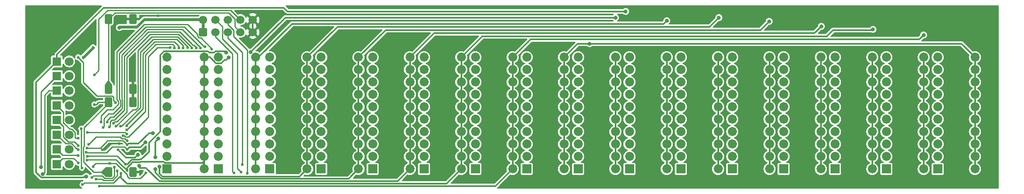
<source format=gbl>
G04 #@! TF.GenerationSoftware,KiCad,Pcbnew,9.0.5*
G04 #@! TF.CreationDate,2025-10-23T19:13:29+02:00*
G04 #@! TF.ProjectId,display-board,64697370-6c61-4792-9d62-6f6172642e6b,1.0a*
G04 #@! TF.SameCoordinates,Original*
G04 #@! TF.FileFunction,Copper,L2,Bot*
G04 #@! TF.FilePolarity,Positive*
%FSLAX46Y46*%
G04 Gerber Fmt 4.6, Leading zero omitted, Abs format (unit mm)*
G04 Created by KiCad (PCBNEW 9.0.5) date 2025-10-23 19:13:29*
%MOMM*%
%LPD*%
G01*
G04 APERTURE LIST*
G04 Aperture macros list*
%AMRoundRect*
0 Rectangle with rounded corners*
0 $1 Rounding radius*
0 $2 $3 $4 $5 $6 $7 $8 $9 X,Y pos of 4 corners*
0 Add a 4 corners polygon primitive as box body*
4,1,4,$2,$3,$4,$5,$6,$7,$8,$9,$2,$3,0*
0 Add four circle primitives for the rounded corners*
1,1,$1+$1,$2,$3*
1,1,$1+$1,$4,$5*
1,1,$1+$1,$6,$7*
1,1,$1+$1,$8,$9*
0 Add four rect primitives between the rounded corners*
20,1,$1+$1,$2,$3,$4,$5,0*
20,1,$1+$1,$4,$5,$6,$7,0*
20,1,$1+$1,$6,$7,$8,$9,0*
20,1,$1+$1,$8,$9,$2,$3,0*%
G04 Aperture macros list end*
G04 #@! TA.AperFunction,SMDPad,CuDef*
%ADD10RoundRect,0.250000X-0.500000X0.750000X-0.500000X-0.750000X0.500000X-0.750000X0.500000X0.750000X0*%
G04 #@! TD*
G04 #@! TA.AperFunction,ComponentPad*
%ADD11R,1.800000X1.800000*%
G04 #@! TD*
G04 #@! TA.AperFunction,ComponentPad*
%ADD12C,1.800000*%
G04 #@! TD*
G04 #@! TA.AperFunction,ComponentPad*
%ADD13R,1.850000X1.850000*%
G04 #@! TD*
G04 #@! TA.AperFunction,ComponentPad*
%ADD14C,1.850000*%
G04 #@! TD*
G04 #@! TA.AperFunction,ComponentPad*
%ADD15RoundRect,0.250000X0.600000X-0.600000X0.600000X0.600000X-0.600000X0.600000X-0.600000X-0.600000X0*%
G04 #@! TD*
G04 #@! TA.AperFunction,ComponentPad*
%ADD16C,1.700000*%
G04 #@! TD*
G04 #@! TA.AperFunction,ComponentPad*
%ADD17C,6.400000*%
G04 #@! TD*
G04 #@! TA.AperFunction,ViaPad*
%ADD18C,0.600000*%
G04 #@! TD*
G04 #@! TA.AperFunction,ViaPad*
%ADD19C,0.800000*%
G04 #@! TD*
G04 #@! TA.AperFunction,Conductor*
%ADD20C,0.250000*%
G04 #@! TD*
G04 #@! TA.AperFunction,Conductor*
%ADD21C,0.600000*%
G04 #@! TD*
G04 #@! TA.AperFunction,Conductor*
%ADD22C,0.350000*%
G04 #@! TD*
G04 APERTURE END LIST*
D10*
X40156400Y-27660400D03*
X40156400Y-41960400D03*
X45156400Y-27660400D03*
X45156400Y-41960400D03*
D11*
X29616400Y-36310400D03*
D12*
X32156400Y-36310400D03*
D10*
X40156400Y-44660400D03*
X40156400Y-58960400D03*
X45156400Y-44660400D03*
X45156400Y-58960400D03*
D13*
X83656400Y-58310400D03*
D14*
X83656400Y-55770400D03*
X83656400Y-53230400D03*
X83656400Y-50690400D03*
X83656400Y-48150400D03*
X83656400Y-45610400D03*
X83656400Y-43070400D03*
X83656400Y-40530400D03*
X83656400Y-37990400D03*
X83656400Y-35450400D03*
X91276400Y-35450400D03*
X91276400Y-37990400D03*
X91276400Y-40530400D03*
X91276400Y-43070400D03*
X91276400Y-45610400D03*
X91276400Y-48150400D03*
X91276400Y-50690400D03*
X91276400Y-53230400D03*
X91276400Y-55770400D03*
X91276400Y-58310400D03*
D13*
X52156400Y-58310400D03*
D14*
X52156400Y-55770400D03*
X52156400Y-53230400D03*
X52156400Y-50690400D03*
X52156400Y-48150400D03*
X52156400Y-45610400D03*
X52156400Y-43070400D03*
X52156400Y-40530400D03*
X52156400Y-37990400D03*
X52156400Y-35450400D03*
X59776400Y-35450400D03*
X59776400Y-37990400D03*
X59776400Y-40530400D03*
X59776400Y-43070400D03*
X59776400Y-45610400D03*
X59776400Y-48150400D03*
X59776400Y-50690400D03*
X59776400Y-53230400D03*
X59776400Y-55770400D03*
X59776400Y-58310400D03*
D11*
X29616400Y-42310400D03*
D12*
X32156400Y-42310400D03*
D11*
X29616400Y-51310400D03*
D12*
X32156400Y-51310400D03*
D13*
X73156400Y-58310400D03*
D14*
X73156400Y-55770400D03*
X73156400Y-53230400D03*
X73156400Y-50690400D03*
X73156400Y-48150400D03*
X73156400Y-45610400D03*
X73156400Y-43070400D03*
X73156400Y-40530400D03*
X73156400Y-37990400D03*
X73156400Y-35450400D03*
X80776400Y-35450400D03*
X80776400Y-37990400D03*
X80776400Y-40530400D03*
X80776400Y-43070400D03*
X80776400Y-45610400D03*
X80776400Y-48150400D03*
X80776400Y-50690400D03*
X80776400Y-53230400D03*
X80776400Y-55770400D03*
X80776400Y-58310400D03*
D13*
X115156400Y-58310400D03*
D14*
X115156400Y-55770400D03*
X115156400Y-53230400D03*
X115156400Y-50690400D03*
X115156400Y-48150400D03*
X115156400Y-45610400D03*
X115156400Y-43070400D03*
X115156400Y-40530400D03*
X115156400Y-37990400D03*
X115156400Y-35450400D03*
X122776400Y-35450400D03*
X122776400Y-37990400D03*
X122776400Y-40530400D03*
X122776400Y-43070400D03*
X122776400Y-45610400D03*
X122776400Y-48150400D03*
X122776400Y-50690400D03*
X122776400Y-53230400D03*
X122776400Y-55770400D03*
X122776400Y-58310400D03*
D15*
X59496400Y-30310400D03*
D16*
X59496400Y-27770400D03*
X62036400Y-30310400D03*
X62036400Y-27770400D03*
X64576400Y-30310400D03*
X64576400Y-27770400D03*
X67116400Y-30310400D03*
X67116400Y-27770400D03*
X69656400Y-30310400D03*
X69656400Y-27770400D03*
D17*
X218156400Y-28810400D03*
D11*
X29616400Y-48310400D03*
D12*
X32156400Y-48310400D03*
D13*
X104656400Y-58310400D03*
D14*
X104656400Y-55770400D03*
X104656400Y-53230400D03*
X104656400Y-50690400D03*
X104656400Y-48150400D03*
X104656400Y-45610400D03*
X104656400Y-43070400D03*
X104656400Y-40530400D03*
X104656400Y-37990400D03*
X104656400Y-35450400D03*
X112276400Y-35450400D03*
X112276400Y-37990400D03*
X112276400Y-40530400D03*
X112276400Y-43070400D03*
X112276400Y-45610400D03*
X112276400Y-48150400D03*
X112276400Y-50690400D03*
X112276400Y-53230400D03*
X112276400Y-55770400D03*
X112276400Y-58310400D03*
D13*
X125656400Y-58310400D03*
D14*
X125656400Y-55770400D03*
X125656400Y-53230400D03*
X125656400Y-50690400D03*
X125656400Y-48150400D03*
X125656400Y-45610400D03*
X125656400Y-43070400D03*
X125656400Y-40530400D03*
X125656400Y-37990400D03*
X125656400Y-35450400D03*
X133276400Y-35450400D03*
X133276400Y-37990400D03*
X133276400Y-40530400D03*
X133276400Y-43070400D03*
X133276400Y-45610400D03*
X133276400Y-48150400D03*
X133276400Y-50690400D03*
X133276400Y-53230400D03*
X133276400Y-55770400D03*
X133276400Y-58310400D03*
D13*
X62656400Y-58310400D03*
D14*
X62656400Y-55770400D03*
X62656400Y-53230400D03*
X62656400Y-50690400D03*
X62656400Y-48150400D03*
X62656400Y-45610400D03*
X62656400Y-43070400D03*
X62656400Y-40530400D03*
X62656400Y-37990400D03*
X62656400Y-35450400D03*
X70276400Y-35450400D03*
X70276400Y-37990400D03*
X70276400Y-40530400D03*
X70276400Y-43070400D03*
X70276400Y-45610400D03*
X70276400Y-48150400D03*
X70276400Y-50690400D03*
X70276400Y-53230400D03*
X70276400Y-55770400D03*
X70276400Y-58310400D03*
D13*
X199156400Y-58310400D03*
D14*
X199156400Y-55770400D03*
X199156400Y-53230400D03*
X199156400Y-50690400D03*
X199156400Y-48150400D03*
X199156400Y-45610400D03*
X199156400Y-43070400D03*
X199156400Y-40530400D03*
X199156400Y-37990400D03*
X199156400Y-35450400D03*
X206776400Y-35450400D03*
X206776400Y-37990400D03*
X206776400Y-40530400D03*
X206776400Y-43070400D03*
X206776400Y-45610400D03*
X206776400Y-48150400D03*
X206776400Y-50690400D03*
X206776400Y-53230400D03*
X206776400Y-55770400D03*
X206776400Y-58310400D03*
D13*
X157156400Y-58310400D03*
D14*
X157156400Y-55770400D03*
X157156400Y-53230400D03*
X157156400Y-50690400D03*
X157156400Y-48150400D03*
X157156400Y-45610400D03*
X157156400Y-43070400D03*
X157156400Y-40530400D03*
X157156400Y-37990400D03*
X157156400Y-35450400D03*
X164776400Y-35450400D03*
X164776400Y-37990400D03*
X164776400Y-40530400D03*
X164776400Y-43070400D03*
X164776400Y-45610400D03*
X164776400Y-48150400D03*
X164776400Y-50690400D03*
X164776400Y-53230400D03*
X164776400Y-55770400D03*
X164776400Y-58310400D03*
D13*
X188656400Y-58310400D03*
D14*
X188656400Y-55770400D03*
X188656400Y-53230400D03*
X188656400Y-50690400D03*
X188656400Y-48150400D03*
X188656400Y-45610400D03*
X188656400Y-43070400D03*
X188656400Y-40530400D03*
X188656400Y-37990400D03*
X188656400Y-35450400D03*
X196276400Y-35450400D03*
X196276400Y-37990400D03*
X196276400Y-40530400D03*
X196276400Y-43070400D03*
X196276400Y-45610400D03*
X196276400Y-48150400D03*
X196276400Y-50690400D03*
X196276400Y-53230400D03*
X196276400Y-55770400D03*
X196276400Y-58310400D03*
D13*
X178156400Y-58310400D03*
D14*
X178156400Y-55770400D03*
X178156400Y-53230400D03*
X178156400Y-50690400D03*
X178156400Y-48150400D03*
X178156400Y-45610400D03*
X178156400Y-43070400D03*
X178156400Y-40530400D03*
X178156400Y-37990400D03*
X178156400Y-35450400D03*
X185776400Y-35450400D03*
X185776400Y-37990400D03*
X185776400Y-40530400D03*
X185776400Y-43070400D03*
X185776400Y-45610400D03*
X185776400Y-48150400D03*
X185776400Y-50690400D03*
X185776400Y-53230400D03*
X185776400Y-55770400D03*
X185776400Y-58310400D03*
D13*
X209656400Y-58310400D03*
D14*
X209656400Y-55770400D03*
X209656400Y-53230400D03*
X209656400Y-50690400D03*
X209656400Y-48150400D03*
X209656400Y-45610400D03*
X209656400Y-43070400D03*
X209656400Y-40530400D03*
X209656400Y-37990400D03*
X209656400Y-35450400D03*
X217276400Y-35450400D03*
X217276400Y-37990400D03*
X217276400Y-40530400D03*
X217276400Y-43070400D03*
X217276400Y-45610400D03*
X217276400Y-48150400D03*
X217276400Y-50690400D03*
X217276400Y-53230400D03*
X217276400Y-55770400D03*
X217276400Y-58310400D03*
D13*
X94156400Y-58310400D03*
D14*
X94156400Y-55770400D03*
X94156400Y-53230400D03*
X94156400Y-50690400D03*
X94156400Y-48150400D03*
X94156400Y-45610400D03*
X94156400Y-43070400D03*
X94156400Y-40530400D03*
X94156400Y-37990400D03*
X94156400Y-35450400D03*
X101776400Y-35450400D03*
X101776400Y-37990400D03*
X101776400Y-40530400D03*
X101776400Y-43070400D03*
X101776400Y-45610400D03*
X101776400Y-48150400D03*
X101776400Y-50690400D03*
X101776400Y-53230400D03*
X101776400Y-55770400D03*
X101776400Y-58310400D03*
D11*
X29616400Y-45310400D03*
D12*
X32156400Y-45310400D03*
D11*
X29616400Y-39310400D03*
D12*
X32156400Y-39310400D03*
D11*
X29616400Y-57310400D03*
D12*
X32156400Y-57310400D03*
D11*
X29616400Y-54310400D03*
D12*
X32156400Y-54310400D03*
D13*
X167656400Y-58310400D03*
D14*
X167656400Y-55770400D03*
X167656400Y-53230400D03*
X167656400Y-50690400D03*
X167656400Y-48150400D03*
X167656400Y-45610400D03*
X167656400Y-43070400D03*
X167656400Y-40530400D03*
X167656400Y-37990400D03*
X167656400Y-35450400D03*
X175276400Y-35450400D03*
X175276400Y-37990400D03*
X175276400Y-40530400D03*
X175276400Y-43070400D03*
X175276400Y-45610400D03*
X175276400Y-48150400D03*
X175276400Y-50690400D03*
X175276400Y-53230400D03*
X175276400Y-55770400D03*
X175276400Y-58310400D03*
D13*
X146656400Y-58310400D03*
D14*
X146656400Y-55770400D03*
X146656400Y-53230400D03*
X146656400Y-50690400D03*
X146656400Y-48150400D03*
X146656400Y-45610400D03*
X146656400Y-43070400D03*
X146656400Y-40530400D03*
X146656400Y-37990400D03*
X146656400Y-35450400D03*
X154276400Y-35450400D03*
X154276400Y-37990400D03*
X154276400Y-40530400D03*
X154276400Y-43070400D03*
X154276400Y-45610400D03*
X154276400Y-48150400D03*
X154276400Y-50690400D03*
X154276400Y-53230400D03*
X154276400Y-55770400D03*
X154276400Y-58310400D03*
D13*
X136156400Y-58310400D03*
D14*
X136156400Y-55770400D03*
X136156400Y-53230400D03*
X136156400Y-50690400D03*
X136156400Y-48150400D03*
X136156400Y-45610400D03*
X136156400Y-43070400D03*
X136156400Y-40530400D03*
X136156400Y-37990400D03*
X136156400Y-35450400D03*
X143776400Y-35450400D03*
X143776400Y-37990400D03*
X143776400Y-40530400D03*
X143776400Y-43070400D03*
X143776400Y-45610400D03*
X143776400Y-48150400D03*
X143776400Y-50690400D03*
X143776400Y-53230400D03*
X143776400Y-55770400D03*
X143776400Y-58310400D03*
D17*
X27156400Y-28810400D03*
D18*
X40334400Y-49682400D03*
X43937907Y-51126907D03*
X61289400Y-33807400D03*
X41223400Y-48920400D03*
X56336400Y-33426400D03*
X39064400Y-49809400D03*
X35889400Y-50825400D03*
X57225400Y-33553400D03*
X59003400Y-33553400D03*
X33984400Y-35458400D03*
X41630972Y-44729400D03*
X59892400Y-33299400D03*
X58114400Y-33553400D03*
X38620292Y-48701638D03*
X39889900Y-48729900D03*
X68528400Y-59207400D03*
X43890400Y-49428400D03*
X42620400Y-49555400D03*
X54558400Y-33553400D03*
X43890400Y-50317400D03*
X53669400Y-33553400D03*
X52780400Y-33426400D03*
X43128400Y-51460400D03*
X37286400Y-45110400D03*
X37286400Y-39014400D03*
X65797900Y-59143900D03*
X67512400Y-57429400D03*
X67258400Y-58953400D03*
X41731400Y-49555400D03*
X55447400Y-33553400D03*
X125424400Y-33934400D03*
X108406400Y-37871400D03*
X33857400Y-38252400D03*
X76910400Y-37998400D03*
X97738400Y-58064400D03*
X97738400Y-42951400D03*
X45160400Y-55035400D03*
X35508400Y-58572400D03*
X118820400Y-48285400D03*
X87324400Y-53111400D03*
X24205400Y-52857400D03*
X108279400Y-50571400D03*
X87324400Y-58064400D03*
X25983400Y-34315400D03*
X118947400Y-35331400D03*
X87324400Y-55524400D03*
X97738400Y-48158400D03*
X76783400Y-45618400D03*
X97865400Y-40411400D03*
X24459400Y-41046400D03*
X24205400Y-46888400D03*
X118820400Y-43078400D03*
X76910400Y-40538400D03*
X118820400Y-53238400D03*
X118947400Y-40538400D03*
X31825400Y-27076400D03*
X97738400Y-53111400D03*
X108406400Y-40411400D03*
X26999400Y-61112400D03*
X24332400Y-49682400D03*
X86054400Y-32029400D03*
X26491400Y-37490400D03*
X108279400Y-55524400D03*
X77164400Y-25298400D03*
X87324400Y-42951400D03*
X87451400Y-40411400D03*
X87451400Y-35204400D03*
X87451400Y-37871400D03*
X97865400Y-37871400D03*
X33857400Y-36855400D03*
X118820400Y-58191400D03*
X30682400Y-59080400D03*
X87324400Y-48158400D03*
X97738400Y-50571400D03*
X97865400Y-35204400D03*
X46811400Y-58953400D03*
X24967400Y-37871400D03*
X108406400Y-35204400D03*
X108279400Y-45491400D03*
X108279400Y-53111400D03*
X118947400Y-37998400D03*
X24205400Y-56794400D03*
X118820400Y-55651400D03*
X76783400Y-50698400D03*
X33730400Y-41554400D03*
X76783400Y-53238400D03*
X50367400Y-26949400D03*
X34873400Y-26949400D03*
X44636401Y-30163682D03*
X30555400Y-37871400D03*
X34619400Y-50063400D03*
X34746400Y-58064400D03*
X118820400Y-50698400D03*
X76783400Y-43078400D03*
X83006400Y-31902400D03*
X44652400Y-39776400D03*
X76783400Y-48285400D03*
X108279400Y-48158400D03*
X87324400Y-50571400D03*
X75386400Y-26314400D03*
X108279400Y-42951400D03*
X35000400Y-35458400D03*
X24205400Y-43586400D03*
X74624400Y-30251400D03*
X97738400Y-45491400D03*
X76910400Y-35331400D03*
X37032400Y-33426400D03*
X42366400Y-53111400D03*
X76783400Y-55651400D03*
D19*
X42366400Y-29362400D03*
D18*
X77164400Y-30759400D03*
X118820400Y-45618400D03*
X40461400Y-57175400D03*
X108279400Y-58064400D03*
X35127400Y-31648400D03*
X30555400Y-31648400D03*
X38937400Y-54381400D03*
X47827400Y-59080400D03*
X37032400Y-57810400D03*
X76783400Y-58191400D03*
X33984400Y-45491400D03*
X97738400Y-55524400D03*
X87324400Y-45491400D03*
D19*
X145871400Y-26060400D03*
X47700400Y-52857400D03*
X64210400Y-34442400D03*
X143776400Y-27330400D03*
D18*
X33984400Y-57048400D03*
X43956400Y-58572400D03*
D19*
X69244986Y-34395972D03*
D18*
X43636400Y-57302400D03*
X33984400Y-54381400D03*
D19*
X64718400Y-35458400D03*
X154276400Y-27965400D03*
X164921400Y-27330400D03*
D18*
X35752623Y-56530623D03*
X35825900Y-55714900D03*
X33984400Y-55524400D03*
D19*
X50621400Y-57810400D03*
D18*
X42112400Y-54381400D03*
D19*
X196417400Y-29743400D03*
X26745400Y-59334400D03*
D18*
X34873400Y-61493400D03*
D19*
X49732400Y-58318400D03*
X26364400Y-57937400D03*
X185876400Y-29108400D03*
D18*
X37667400Y-60350400D03*
X36143400Y-53238400D03*
X44017400Y-53365400D03*
D19*
X50367400Y-52095400D03*
D18*
X35762400Y-54000400D03*
X33984400Y-51968400D03*
D19*
X46176400Y-55397400D03*
D18*
X42747400Y-59207400D03*
X44004421Y-52489379D03*
X38302400Y-61834400D03*
D19*
X46430400Y-57683400D03*
D18*
X44017400Y-54254400D03*
X35635400Y-54889400D03*
X33984400Y-53492400D03*
D19*
X49224400Y-50952400D03*
X175208400Y-28092400D03*
X49732400Y-55905400D03*
X206776400Y-30886400D03*
D18*
X41985400Y-58699400D03*
D19*
X138505400Y-32664400D03*
D18*
X41350400Y-57937400D03*
X36778400Y-60012400D03*
D19*
X35635400Y-59842400D03*
D20*
X35000400Y-36474400D02*
X33984400Y-35458400D01*
X40969400Y-43332400D02*
X37794400Y-43332400D01*
X41223400Y-43586400D02*
X40969400Y-43332400D01*
X41630972Y-44729400D02*
X41223400Y-44321828D01*
X41223400Y-44321828D02*
X41223400Y-43586400D01*
X43842893Y-51126907D02*
X43541386Y-50825400D01*
X43937907Y-51126907D02*
X43842893Y-51126907D01*
X43541386Y-50825400D02*
X35889400Y-50825400D01*
X37794400Y-43332400D02*
X35000400Y-40538400D01*
X35000400Y-40538400D02*
X35000400Y-36474400D01*
X56336400Y-28727400D02*
X47446400Y-28727400D01*
X59865828Y-33325972D02*
X59765400Y-33325972D01*
X42366400Y-34632900D02*
X42366400Y-44073242D01*
X39226292Y-49647508D02*
X39226292Y-47996508D01*
X55674828Y-29235400D02*
X47763900Y-29235400D01*
X42617400Y-44445827D02*
X42617400Y-45494400D01*
X40207400Y-47015400D02*
X41096400Y-47015400D01*
X47446400Y-28727400D02*
X41858400Y-34315400D01*
X41096400Y-46126400D02*
X42239400Y-44983400D01*
X47763900Y-29235400D02*
X42366400Y-34632900D01*
X38683400Y-48638530D02*
X38683400Y-47396400D01*
X42614972Y-44443399D02*
X42617400Y-44445827D01*
X58370400Y-31135204D02*
X58370400Y-30761400D01*
X41858400Y-34315400D02*
X41858400Y-44123400D01*
X38683400Y-47396400D02*
X39953400Y-46126400D01*
X39953400Y-46126400D02*
X41096400Y-46126400D01*
X39064400Y-49809400D02*
X39226292Y-49647508D01*
X41881986Y-44123400D02*
X42236972Y-44478386D01*
X61289400Y-33807400D02*
X61289400Y-33680400D01*
X59045400Y-31436400D02*
X58671596Y-31436400D01*
X38620292Y-48701638D02*
X38683400Y-48638530D01*
X42614972Y-44321814D02*
X42614972Y-44443399D01*
X58370400Y-30761400D02*
X56336400Y-28727400D01*
X58671596Y-31436400D02*
X58370400Y-31135204D01*
X61289400Y-33680400D02*
X59045400Y-31436400D01*
X42366400Y-44073242D02*
X42614972Y-44321814D01*
X41096400Y-47015400D02*
X42617400Y-45494400D01*
X39226292Y-47996508D02*
X40207400Y-47015400D01*
X42239400Y-44983400D02*
X42239400Y-44602400D01*
X41858400Y-44123400D02*
X41881986Y-44123400D01*
X59892400Y-33299400D02*
X59865828Y-33325972D01*
X59765400Y-33325972D02*
X55674828Y-29235400D01*
X39889900Y-48348900D02*
X40588400Y-47650400D01*
X42992972Y-44165241D02*
X42874400Y-44046669D01*
X41223400Y-47650400D02*
X42995400Y-45878400D01*
X42874400Y-34950400D02*
X48081400Y-29743400D01*
X39889900Y-48729900D02*
X39889900Y-48348900D01*
X55288414Y-29743400D02*
X59003400Y-33458386D01*
X42874400Y-44046669D02*
X42874400Y-34950400D01*
X42995400Y-45878400D02*
X42995400Y-44289254D01*
X48081400Y-29743400D02*
X55288414Y-29743400D01*
X42992972Y-44286826D02*
X42992972Y-44165241D01*
X42995400Y-44289254D02*
X42992972Y-44286826D01*
X40588400Y-47650400D02*
X41223400Y-47650400D01*
X59003400Y-33458386D02*
X59003400Y-33553400D01*
X56336400Y-33299400D02*
X54304400Y-31267400D01*
X48335400Y-30251400D02*
X54738545Y-30251400D01*
X40845400Y-48282400D02*
X41353400Y-48282400D01*
X54304400Y-31267400D02*
X48970400Y-31267400D01*
X54738545Y-30251400D02*
X57219400Y-32732255D01*
X41353400Y-48282400D02*
X43373400Y-46262400D01*
X48652900Y-30759400D02*
X43890400Y-35521900D01*
X41483400Y-48660400D02*
X41223400Y-48920400D01*
X40334400Y-49682400D02*
X40495900Y-49520900D01*
X40495900Y-49520900D02*
X40495900Y-48631900D01*
X57225400Y-33458386D02*
X54526414Y-30759400D01*
X43890400Y-46634400D02*
X41864400Y-48660400D01*
X43370972Y-35215828D02*
X48335400Y-30251400D01*
X58114400Y-33458386D02*
X58114400Y-33553400D01*
X57219400Y-32758828D02*
X57407972Y-32947400D01*
X57225400Y-33553400D02*
X57225400Y-33458386D01*
X43370972Y-44130253D02*
X43370972Y-35215828D01*
X40495900Y-48631900D02*
X40845400Y-48282400D01*
X41864400Y-48660400D02*
X41483400Y-48660400D01*
X57407972Y-32947400D02*
X57603414Y-32947400D01*
X43373400Y-44132682D02*
X43370972Y-44130253D01*
X54526414Y-30759400D02*
X48652900Y-30759400D01*
X43890400Y-35521900D02*
X43890400Y-46634400D01*
X56463400Y-33299400D02*
X56336400Y-33299400D01*
X56336400Y-33426400D02*
X56463400Y-33299400D01*
X46182400Y-45674016D02*
X46182400Y-34055400D01*
X57603414Y-32947400D02*
X58114400Y-33458386D01*
X43373400Y-46262400D02*
X43373400Y-44132682D01*
X45730016Y-46126400D02*
X46182400Y-45674016D01*
X41731400Y-49555400D02*
X45160400Y-46126400D01*
X57219400Y-32732255D02*
X57219400Y-32758828D01*
X43890400Y-49301400D02*
X47192400Y-45999400D01*
X45160400Y-46126400D02*
X45730016Y-46126400D01*
X53669400Y-33172400D02*
X53669400Y-33553400D01*
X49605400Y-32283400D02*
X53669400Y-32283400D01*
X42620400Y-49555400D02*
X42835588Y-49555400D01*
X47192400Y-34696400D02*
X49605400Y-32283400D01*
X43890400Y-50317400D02*
X47700400Y-46507400D01*
X54177400Y-31775400D02*
X55447400Y-33045400D01*
X42835588Y-49555400D02*
X46684400Y-45706588D01*
X46684400Y-45706588D02*
X46684400Y-34378900D01*
X49287900Y-31775400D02*
X54177400Y-31775400D01*
X49832827Y-32791400D02*
X53288400Y-32791400D01*
X54558400Y-33172400D02*
X54558400Y-33553400D01*
X47700400Y-46507400D02*
X47700400Y-34950400D01*
X53669400Y-32283400D02*
X54558400Y-33172400D01*
X49832827Y-32817973D02*
X49832827Y-32791400D01*
X53288400Y-32791400D02*
X53669400Y-33172400D01*
X47700400Y-34950400D02*
X49832827Y-32817973D01*
X48970400Y-31267400D02*
X46182400Y-34055400D01*
X47192400Y-45999400D02*
X47192400Y-34696400D01*
X55447400Y-33045400D02*
X55447400Y-33553400D01*
X46684400Y-34378900D02*
X49287900Y-31775400D01*
X43890400Y-49428400D02*
X43890400Y-49301400D01*
X50176900Y-33489900D02*
X48335400Y-35331400D01*
X43414386Y-51460400D02*
X43686893Y-51732907D01*
X48335400Y-35331400D02*
X48335400Y-47650400D01*
X44252893Y-51732907D02*
X48335400Y-47650400D01*
X43686893Y-51732907D02*
X44252893Y-51732907D01*
X50113400Y-33426400D02*
X50176900Y-33489900D01*
X52780400Y-33426400D02*
X50113400Y-33426400D01*
X43128400Y-51460400D02*
X43414386Y-51460400D01*
X65480400Y-58826400D02*
X65480400Y-34696400D01*
X35127400Y-55238414D02*
X35127400Y-56921400D01*
X35029400Y-53876386D02*
X35029400Y-55140414D01*
X38175400Y-38125400D02*
X38175400Y-27640596D01*
X38106400Y-44660400D02*
X40156400Y-44660400D01*
X62036400Y-31252400D02*
X62036400Y-30310400D01*
X65152400Y-25806400D02*
X67116400Y-27770400D01*
X65988400Y-27589996D02*
X64712804Y-26314400D01*
X65797900Y-59143900D02*
X65480400Y-58826400D01*
X35225400Y-49812386D02*
X35225400Y-53680386D01*
X35225400Y-53680386D02*
X35029400Y-53876386D01*
X40156400Y-27660400D02*
X40156400Y-41960400D01*
X67116400Y-30310400D02*
X65988400Y-29182400D01*
X64712804Y-26314400D02*
X41502400Y-26314400D01*
X40156400Y-44881386D02*
X35225400Y-49812386D01*
X65988400Y-29182400D02*
X65988400Y-27589996D01*
X41502400Y-26314400D02*
X40156400Y-27660400D01*
X35029400Y-55140414D02*
X35127400Y-55238414D01*
X37656400Y-45110400D02*
X38106400Y-44660400D01*
X40156400Y-44660400D02*
X40156400Y-44881386D01*
X65480400Y-34696400D02*
X62036400Y-31252400D01*
X35127400Y-56921400D02*
X37166400Y-58960400D01*
X38175400Y-27640596D02*
X40009596Y-25806400D01*
D21*
X47427400Y-27730400D02*
X59456400Y-27730400D01*
D20*
X40461400Y-57175400D02*
X41702386Y-57175400D01*
D21*
X37032400Y-33426400D02*
X35000400Y-35458400D01*
D22*
X45160400Y-55035400D02*
X45160400Y-54889400D01*
D20*
X41702386Y-57175400D02*
X44017400Y-59490414D01*
D22*
X69656400Y-30310400D02*
X69656400Y-27770400D01*
D20*
X37032400Y-57810400D02*
X37057987Y-57784813D01*
X34619400Y-57937400D02*
X34619400Y-50063400D01*
D21*
X45922400Y-29235400D02*
X47427400Y-27730400D01*
D20*
X37540400Y-57175400D02*
X40461400Y-57175400D01*
X44017400Y-59822204D02*
X44431596Y-60236400D01*
D21*
X59496400Y-30310400D02*
X59496400Y-27770400D01*
D20*
X44431596Y-60236400D02*
X46671400Y-60236400D01*
X46671400Y-60236400D02*
X47827400Y-59080400D01*
D21*
X42493400Y-29235400D02*
X45922400Y-29235400D01*
X42366400Y-29362400D02*
X42493400Y-29235400D01*
D20*
X37057987Y-57657813D02*
X37540400Y-57175400D01*
X34746400Y-58064400D02*
X34619400Y-57937400D01*
X44017400Y-59490414D02*
X44017400Y-59822204D01*
D21*
X59456400Y-27730400D02*
X59496400Y-27770400D01*
D20*
X37057987Y-57784813D02*
X37057987Y-57657813D01*
D22*
X25348400Y-40578400D02*
X29616400Y-36310400D01*
X59776400Y-57048400D02*
X59776400Y-58310400D01*
X51665218Y-57048400D02*
X59384400Y-57048400D01*
D20*
X35874185Y-56409061D02*
X41727061Y-56409061D01*
D22*
X62138218Y-36701400D02*
X60887218Y-35450400D01*
X143776400Y-35450400D02*
X143776400Y-58310400D01*
X59776400Y-56667400D02*
X59776400Y-57048400D01*
X63907400Y-35968582D02*
X63174582Y-36701400D01*
D20*
X33970900Y-57034900D02*
X33070400Y-56134400D01*
X43174276Y-57856276D02*
X43240276Y-57856276D01*
D22*
X64208218Y-35968582D02*
X63907400Y-35968582D01*
X43956400Y-58088886D02*
X43956400Y-58572400D01*
X59776400Y-54127400D02*
X59776400Y-56667400D01*
X143776400Y-27330400D02*
X76310558Y-27330400D01*
X59395400Y-57048400D02*
X59776400Y-57429400D01*
X46684400Y-56921400D02*
X45123886Y-56921400D01*
X64718400Y-35458400D02*
X64208218Y-35968582D01*
D20*
X41727061Y-56409061D02*
X43174276Y-57856276D01*
D22*
X59776400Y-35450400D02*
X59776400Y-54127400D01*
D20*
X35752623Y-56530623D02*
X35874185Y-56409061D01*
X30792400Y-56134400D02*
X29616400Y-57310400D01*
D22*
X76310558Y-27330400D02*
X69244986Y-34395972D01*
D20*
X43240276Y-57856276D02*
X43956400Y-58572400D01*
D22*
X59384400Y-57048400D02*
X59395400Y-57048400D01*
X59776400Y-55770400D02*
X59776400Y-54900400D01*
X59384400Y-57048400D02*
X59776400Y-57048400D01*
X59776400Y-57429400D02*
X59776400Y-58310400D01*
X59395400Y-57048400D02*
X59776400Y-56667400D01*
X63174582Y-36701400D02*
X62138218Y-36701400D01*
X46684400Y-56921400D02*
X46781400Y-56824400D01*
X60887218Y-35450400D02*
X59776400Y-35450400D01*
D20*
X33070400Y-56134400D02*
X30792400Y-56134400D01*
D22*
X51441218Y-56824400D02*
X51665218Y-57048400D01*
X46781400Y-56824400D02*
X51441218Y-56824400D01*
X116586400Y-31140400D02*
X187019400Y-31140400D01*
D20*
X34873400Y-61493400D02*
X35254400Y-61112400D01*
X41985400Y-59666776D02*
X41985400Y-58699400D01*
X35254400Y-61112400D02*
X41223400Y-61112400D01*
D22*
X43948400Y-61297400D02*
X42747400Y-60096400D01*
D20*
X39181400Y-60614400D02*
X41037776Y-60614400D01*
D22*
X188289400Y-29870400D02*
X196290400Y-29870400D01*
X119252400Y-61834400D02*
X38302400Y-61834400D01*
X109289400Y-61297400D02*
X43948400Y-61297400D01*
D20*
X26364400Y-57937400D02*
X26364400Y-42562400D01*
X29616400Y-42310400D02*
X28021400Y-42310400D01*
X37667400Y-60350400D02*
X38917400Y-60350400D01*
D22*
X122776400Y-35450400D02*
X122776400Y-58310400D01*
X205887400Y-31775400D02*
X206776400Y-30886400D01*
D20*
X41223400Y-61112400D02*
X42747400Y-59588400D01*
D22*
X122776400Y-35450400D02*
X126451400Y-31775400D01*
X112276400Y-35450400D02*
X116586400Y-31140400D01*
D20*
X27126400Y-43205400D02*
X27126400Y-58953400D01*
D22*
X122776400Y-58310400D02*
X119252400Y-61834400D01*
D20*
X27126400Y-58953400D02*
X26745400Y-59334400D01*
D22*
X126451400Y-31775400D02*
X205887400Y-31775400D01*
D20*
X28021400Y-42310400D02*
X27126400Y-43205400D01*
D22*
X42747400Y-60096400D02*
X42747400Y-59207400D01*
X187019400Y-31140400D02*
X188289400Y-29870400D01*
D20*
X41037776Y-60614400D02*
X41985400Y-59666776D01*
D22*
X196290400Y-29870400D02*
X196417400Y-29743400D01*
X196276400Y-35450400D02*
X196276400Y-58310400D01*
X112276400Y-35450400D02*
X112276400Y-58310400D01*
D20*
X38917400Y-60350400D02*
X39181400Y-60614400D01*
X42747400Y-59588400D02*
X42747400Y-59207400D01*
D22*
X206776400Y-35450400D02*
X206776400Y-58310400D01*
X112276400Y-58310400D02*
X109289400Y-61297400D01*
D20*
X26364400Y-42562400D02*
X29616400Y-39310400D01*
X33984400Y-57021400D02*
X33970900Y-57034900D01*
X33984400Y-57048400D02*
X33984400Y-57021400D01*
D22*
X46583406Y-56346400D02*
X46878400Y-56346400D01*
X154276400Y-27965400D02*
X153641400Y-28600400D01*
X154276400Y-35450400D02*
X154276400Y-58310400D01*
X48456400Y-52912892D02*
X50748400Y-50620892D01*
X64210400Y-34442400D02*
X63967400Y-34199400D01*
X45123886Y-56921400D02*
X43956400Y-58088886D01*
X63967400Y-34199400D02*
X62040400Y-34199400D01*
D20*
X30792400Y-55486400D02*
X29616400Y-54310400D01*
D22*
X79223400Y-59863400D02*
X80776400Y-58310400D01*
D20*
X33641400Y-55486400D02*
X30792400Y-55486400D01*
D22*
X70276400Y-35450400D02*
X70276400Y-58310400D01*
D20*
X33984400Y-55524400D02*
X33679400Y-55524400D01*
X41985400Y-55651400D02*
X43636400Y-57302400D01*
X33649900Y-54046900D02*
X33602958Y-54093842D01*
D22*
X44437125Y-53873400D02*
X46684400Y-53873400D01*
X50748400Y-34950400D02*
X51499400Y-34199400D01*
X59248218Y-34209400D02*
X59257400Y-34200218D01*
X44017400Y-54254400D02*
X44250400Y-54021400D01*
X61776400Y-34463400D02*
X60781400Y-34463400D01*
D20*
X33679400Y-55524400D02*
X33641400Y-55486400D01*
D22*
X164776400Y-35450400D02*
X164776400Y-58310400D01*
X46486406Y-56443400D02*
X46583406Y-56346400D01*
X60781400Y-34463400D02*
X60518218Y-34200218D01*
X46684400Y-53873400D02*
X47700400Y-52857400D01*
D20*
X33984400Y-54381400D02*
X33649900Y-54046900D01*
X36149372Y-55651400D02*
X41985400Y-55651400D01*
D22*
X44925892Y-56443400D02*
X46486406Y-56443400D01*
X153641400Y-28600400D02*
X77672400Y-28600400D01*
D20*
X40969400Y-53746400D02*
X43509400Y-53746400D01*
D22*
X86991400Y-29235400D02*
X163016400Y-29235400D01*
D20*
X43509400Y-53746400D02*
X44017400Y-54254400D01*
D22*
X50748400Y-50620892D02*
X50748400Y-34950400D01*
X80776400Y-35450400D02*
X86991400Y-29235400D01*
X43636400Y-57302400D02*
X44066892Y-57302400D01*
X46878400Y-56346400D02*
X48456400Y-54768400D01*
X53397675Y-34209400D02*
X59248218Y-34209400D01*
X51499400Y-34199400D02*
X53387675Y-34199400D01*
X60518218Y-34200218D02*
X59257400Y-34200218D01*
X70822400Y-35450400D02*
X77672400Y-28600400D01*
X44289125Y-54021400D02*
X44437125Y-53873400D01*
X50621400Y-59277400D02*
X51207400Y-59863400D01*
D20*
X33602958Y-54093842D02*
X32643516Y-53134400D01*
D22*
X44250400Y-54021400D02*
X44289125Y-54021400D01*
X163016400Y-29235400D02*
X164921400Y-27330400D01*
X80776400Y-35450400D02*
X80776400Y-58310400D01*
X51207400Y-59863400D02*
X79223400Y-59863400D01*
D20*
X35733400Y-54987400D02*
X39728400Y-54987400D01*
X32643516Y-53134400D02*
X31440400Y-53134400D01*
X35635400Y-54889400D02*
X35733400Y-54987400D01*
D22*
X62040400Y-34199400D02*
X61776400Y-34463400D01*
D20*
X39728400Y-54987400D02*
X40969400Y-53746400D01*
X31440400Y-53134400D02*
X29616400Y-51310400D01*
D22*
X50621400Y-57810400D02*
X50621400Y-59277400D01*
D20*
X35825900Y-55714900D02*
X36085872Y-55714900D01*
D22*
X70276400Y-35450400D02*
X70822400Y-35450400D01*
D20*
X36085872Y-55714900D02*
X36149372Y-55651400D01*
D22*
X44066892Y-57302400D02*
X44925892Y-56443400D01*
X48456400Y-54768400D02*
X48456400Y-52912892D01*
X53387675Y-34199400D02*
X53397675Y-34209400D01*
D20*
X37075400Y-59715400D02*
X38910596Y-59715400D01*
X41350400Y-59767204D02*
X41350400Y-57937400D01*
D22*
X133276400Y-35450400D02*
X136062400Y-32664400D01*
X35635400Y-59842400D02*
X35254400Y-59842400D01*
X26432254Y-60090400D02*
X25348400Y-59006546D01*
D20*
X36778400Y-60012400D02*
X37075400Y-59715400D01*
D22*
X39191400Y-25298400D02*
X29616400Y-34873400D01*
D20*
X38910596Y-59715400D02*
X39431596Y-60236400D01*
D22*
X25348400Y-59006546D02*
X25348400Y-40578400D01*
X29616400Y-34873400D02*
X29616400Y-36310400D01*
X145871400Y-26060400D02*
X76783400Y-26060400D01*
D20*
X40881204Y-60236400D02*
X41350400Y-59767204D01*
D22*
X35006400Y-60090400D02*
X26432254Y-60090400D01*
X214490400Y-32664400D02*
X217276400Y-35450400D01*
X48462400Y-50952400D02*
X49224400Y-50952400D01*
X91276400Y-58310400D02*
X89245400Y-60341400D01*
X173430400Y-29870400D02*
X96856400Y-29870400D01*
D20*
X35762400Y-54000400D02*
X38461386Y-54000400D01*
X39731386Y-52730400D02*
X39731386Y-52698414D01*
D22*
X49732400Y-52730400D02*
X50367400Y-52095400D01*
X44017400Y-53365400D02*
X44271400Y-53111400D01*
D20*
X33984400Y-53492400D02*
X33248400Y-52756400D01*
X33248400Y-52756400D02*
X31939284Y-52756400D01*
D22*
X49732400Y-55905400D02*
X49732400Y-52730400D01*
X101776400Y-35450400D02*
X106721400Y-30505400D01*
D20*
X38461386Y-54000400D02*
X39731386Y-52730400D01*
D22*
X51009406Y-60341400D02*
X49732400Y-59064394D01*
D20*
X39731386Y-52698414D02*
X39953400Y-52476400D01*
X42525386Y-51714400D02*
X37667400Y-51714400D01*
D22*
X99267400Y-60819400D02*
X50582400Y-60819400D01*
X184479400Y-30505400D02*
X185876400Y-29108400D01*
X101776400Y-58310400D02*
X99267400Y-60819400D01*
D20*
X43908792Y-52489379D02*
X43485813Y-52066400D01*
X33318958Y-51810958D02*
X33332400Y-51797516D01*
X43128400Y-52476400D02*
X44017400Y-53365400D01*
X30980400Y-51797516D02*
X30980400Y-49674400D01*
D22*
X175208400Y-28092400D02*
X173430400Y-29870400D01*
X46557400Y-58064400D02*
X46430400Y-57937400D01*
X44271400Y-53111400D02*
X46303400Y-53111400D01*
X101776400Y-35450400D02*
X101776400Y-58310400D01*
X106721400Y-30505400D02*
X184479400Y-30505400D01*
X46430400Y-57937400D02*
X46430400Y-57683400D01*
D20*
X33332400Y-51797516D02*
X33332400Y-50823284D01*
X42877386Y-52066400D02*
X42525386Y-51714400D01*
X39953400Y-52476400D02*
X43128400Y-52476400D01*
X32277400Y-50134400D02*
X30980400Y-48837400D01*
D22*
X46303400Y-53111400D02*
X48462400Y-50952400D01*
D20*
X31939284Y-52756400D02*
X30980400Y-51797516D01*
X33984400Y-51968400D02*
X33476400Y-51968400D01*
X30980400Y-48837400D02*
X30980400Y-46674400D01*
X33332400Y-50823284D02*
X32643516Y-50134400D01*
D22*
X175276400Y-35450400D02*
X175276400Y-58310400D01*
D20*
X37667400Y-51714400D02*
X36143400Y-53238400D01*
D22*
X91276400Y-35450400D02*
X91276400Y-58310400D01*
D20*
X33476400Y-51968400D02*
X33318958Y-51810958D01*
D22*
X43696400Y-55965400D02*
X45608400Y-55965400D01*
X45608400Y-55965400D02*
X46176400Y-55397400D01*
D20*
X43485813Y-52066400D02*
X42877386Y-52066400D01*
D22*
X89245400Y-60341400D02*
X51009406Y-60341400D01*
D20*
X44004421Y-52489379D02*
X43908792Y-52489379D01*
D22*
X42112400Y-54381400D02*
X43696400Y-55965400D01*
X185776400Y-35450400D02*
X185776400Y-58310400D01*
X47827400Y-58064400D02*
X46557400Y-58064400D01*
D20*
X32643516Y-50134400D02*
X32277400Y-50134400D01*
X30980400Y-46674400D02*
X29616400Y-45310400D01*
D22*
X50582400Y-60819400D02*
X47827400Y-58064400D01*
X49732400Y-59064394D02*
X49732400Y-58318400D01*
X96856400Y-29870400D02*
X91276400Y-35450400D01*
D20*
X30980400Y-49674400D02*
X29616400Y-48310400D01*
X40009596Y-25806400D02*
X65152400Y-25806400D01*
X37286400Y-39014400D02*
X38175400Y-38125400D01*
X67512400Y-57429400D02*
X67512400Y-34442400D01*
X37166400Y-58960400D02*
X40156400Y-58960400D01*
X64576400Y-28717995D02*
X64576400Y-27770400D01*
X37286400Y-45110400D02*
X37656400Y-45110400D01*
X65734400Y-29875995D02*
X64576400Y-28717995D01*
X64576400Y-31506400D02*
X64576400Y-30310400D01*
X67512400Y-34442400D02*
X64576400Y-31506400D01*
X68528400Y-33934400D02*
X65734400Y-31140400D01*
X68528400Y-59207400D02*
X68528400Y-33934400D01*
X65734400Y-31140400D02*
X65734400Y-29875995D01*
X67258400Y-58953400D02*
X66496400Y-58191400D01*
X66496400Y-58191400D02*
X66496400Y-34696400D01*
X66496400Y-34696400D02*
X63450400Y-31650400D01*
X63450400Y-31650400D02*
X63450400Y-29184400D01*
X63450400Y-29184400D02*
X62036400Y-27770400D01*
D22*
X76021400Y-25298400D02*
X39191400Y-25298400D01*
X217276400Y-35450400D02*
X217276400Y-58310400D01*
X136062400Y-32664400D02*
X214490400Y-32664400D01*
X76783400Y-26060400D02*
X76021400Y-25298400D01*
D20*
X39431596Y-60236400D02*
X40881204Y-60236400D01*
D22*
X35254400Y-59842400D02*
X35006400Y-60090400D01*
X133276400Y-35450400D02*
X133276400Y-58310400D01*
G04 #@! TA.AperFunction,Conductor*
G36*
X38774118Y-24830585D02*
G01*
X38819873Y-24883389D01*
X38829817Y-24952547D01*
X38800792Y-25016103D01*
X38794760Y-25022581D01*
X29235906Y-34581434D01*
X29235904Y-34581437D01*
X29173305Y-34689863D01*
X29140900Y-34810800D01*
X29140900Y-34985900D01*
X29121215Y-35052939D01*
X29068411Y-35098694D01*
X29016900Y-35109900D01*
X28671543Y-35109900D01*
X28671517Y-35109902D01*
X28646412Y-35112813D01*
X28646408Y-35112815D01*
X28543635Y-35158193D01*
X28464194Y-35237634D01*
X28418815Y-35340406D01*
X28418815Y-35340408D01*
X28415900Y-35365531D01*
X28415900Y-36787078D01*
X28396215Y-36854117D01*
X28379581Y-36874759D01*
X25056436Y-40197905D01*
X24967906Y-40286434D01*
X24967904Y-40286437D01*
X24905305Y-40394863D01*
X24897780Y-40422947D01*
X24872900Y-40515799D01*
X24872900Y-58943945D01*
X24872900Y-59069147D01*
X24905305Y-59190082D01*
X24967905Y-59298510D01*
X26051759Y-60382364D01*
X26140290Y-60470895D01*
X26248718Y-60533495D01*
X26369653Y-60565900D01*
X26369655Y-60565900D01*
X34899790Y-60565900D01*
X34921038Y-60572139D01*
X34943124Y-60573719D01*
X34953906Y-60581790D01*
X34966829Y-60585585D01*
X34981327Y-60602317D01*
X34999058Y-60615590D01*
X35003765Y-60628211D01*
X35012584Y-60638389D01*
X35015735Y-60660305D01*
X35023474Y-60681055D01*
X35020611Y-60694215D01*
X35022528Y-60707547D01*
X35013329Y-60727689D01*
X35008622Y-60749328D01*
X34995351Y-60767054D01*
X34993503Y-60771103D01*
X34987484Y-60777567D01*
X34945986Y-60819066D01*
X34920986Y-60844066D01*
X34920972Y-60844078D01*
X34913913Y-60851137D01*
X34913913Y-60851138D01*
X34908472Y-60856578D01*
X34847152Y-60890065D01*
X34820789Y-60892900D01*
X34794343Y-60892900D01*
X34641616Y-60933823D01*
X34641609Y-60933826D01*
X34504690Y-61012875D01*
X34504682Y-61012881D01*
X34392881Y-61124682D01*
X34392875Y-61124690D01*
X34313826Y-61261609D01*
X34313823Y-61261616D01*
X34272900Y-61414343D01*
X34272900Y-61572457D01*
X34305466Y-61693993D01*
X34313823Y-61725183D01*
X34313826Y-61725190D01*
X34392875Y-61862109D01*
X34392879Y-61862114D01*
X34392880Y-61862116D01*
X34504684Y-61973920D01*
X34504686Y-61973921D01*
X34504690Y-61973924D01*
X34641609Y-62052973D01*
X34641616Y-62052977D01*
X34720544Y-62074125D01*
X34780204Y-62110490D01*
X34810733Y-62173337D01*
X34802438Y-62242713D01*
X34757953Y-62296590D01*
X34691401Y-62317865D01*
X34688450Y-62317900D01*
X23280900Y-62317900D01*
X23213861Y-62298215D01*
X23168106Y-62245411D01*
X23156900Y-62193900D01*
X23156900Y-24934900D01*
X23176585Y-24867861D01*
X23229389Y-24822106D01*
X23280900Y-24810900D01*
X38707079Y-24810900D01*
X38774118Y-24830585D01*
G37*
G04 #@! TD.AperFunction*
G04 #@! TA.AperFunction,Conductor*
G36*
X222098939Y-24830585D02*
G01*
X222144694Y-24883389D01*
X222155900Y-24934900D01*
X222155900Y-62193900D01*
X222136215Y-62260939D01*
X222083411Y-62306694D01*
X222031900Y-62317900D01*
X119740721Y-62317900D01*
X119673682Y-62298215D01*
X119627927Y-62245411D01*
X119617983Y-62176253D01*
X119647008Y-62112697D01*
X119653040Y-62106219D01*
X120084405Y-61674854D01*
X122257654Y-59501602D01*
X122318975Y-59468119D01*
X122383649Y-59471353D01*
X122489428Y-59505724D01*
X122679951Y-59535900D01*
X122679952Y-59535900D01*
X122872848Y-59535900D01*
X122872849Y-59535900D01*
X123063372Y-59505724D01*
X123246829Y-59446115D01*
X123418702Y-59358541D01*
X123574759Y-59245159D01*
X123711159Y-59108759D01*
X123824541Y-58952702D01*
X123912115Y-58780829D01*
X123971724Y-58597372D01*
X124001900Y-58406849D01*
X124001900Y-58213951D01*
X123971724Y-58023428D01*
X123912115Y-57839971D01*
X123824541Y-57668098D01*
X123711159Y-57512041D01*
X123574759Y-57375641D01*
X123418702Y-57262259D01*
X123418701Y-57262258D01*
X123418699Y-57262257D01*
X123319604Y-57211764D01*
X123308540Y-57201315D01*
X123294697Y-57194993D01*
X123283655Y-57177811D01*
X123268808Y-57163789D01*
X123264566Y-57148108D01*
X123256923Y-57136215D01*
X123251900Y-57101280D01*
X123251900Y-56979518D01*
X123271585Y-56912479D01*
X123319603Y-56869034D01*
X123418702Y-56818541D01*
X123574759Y-56705159D01*
X123711159Y-56568759D01*
X123824541Y-56412702D01*
X123912115Y-56240829D01*
X123971724Y-56057372D01*
X124001900Y-55866849D01*
X124001900Y-55673951D01*
X123971724Y-55483428D01*
X123912115Y-55299971D01*
X123824541Y-55128098D01*
X123711159Y-54972041D01*
X123574759Y-54835641D01*
X123418702Y-54722259D01*
X123418701Y-54722258D01*
X123418699Y-54722257D01*
X123319604Y-54671764D01*
X123308540Y-54661315D01*
X123294697Y-54654993D01*
X123283655Y-54637811D01*
X123268808Y-54623789D01*
X123264566Y-54608108D01*
X123256923Y-54596215D01*
X123251900Y-54561280D01*
X123251900Y-54439518D01*
X123271585Y-54372479D01*
X123319603Y-54329034D01*
X123418702Y-54278541D01*
X123574759Y-54165159D01*
X123711159Y-54028759D01*
X123824541Y-53872702D01*
X123912115Y-53700829D01*
X123971724Y-53517372D01*
X124001900Y-53326849D01*
X124001900Y-53133951D01*
X123971724Y-52943428D01*
X123912115Y-52759971D01*
X123824541Y-52588098D01*
X123711159Y-52432041D01*
X123574759Y-52295641D01*
X123418702Y-52182259D01*
X123418701Y-52182258D01*
X123418699Y-52182257D01*
X123319604Y-52131764D01*
X123308540Y-52121315D01*
X123294697Y-52114993D01*
X123283655Y-52097811D01*
X123268808Y-52083789D01*
X123264566Y-52068108D01*
X123256923Y-52056215D01*
X123251900Y-52021280D01*
X123251900Y-51899518D01*
X123271585Y-51832479D01*
X123319603Y-51789034D01*
X123418702Y-51738541D01*
X123574759Y-51625159D01*
X123711159Y-51488759D01*
X123824541Y-51332702D01*
X123912115Y-51160829D01*
X123971724Y-50977372D01*
X124001900Y-50786849D01*
X124001900Y-50593951D01*
X123971724Y-50403428D01*
X123912115Y-50219971D01*
X123824541Y-50048098D01*
X123711159Y-49892041D01*
X123574759Y-49755641D01*
X123418702Y-49642259D01*
X123418701Y-49642258D01*
X123418699Y-49642257D01*
X123319604Y-49591764D01*
X123308540Y-49581315D01*
X123294697Y-49574993D01*
X123283655Y-49557811D01*
X123268808Y-49543789D01*
X123264566Y-49528108D01*
X123256923Y-49516215D01*
X123251900Y-49481280D01*
X123251900Y-49359518D01*
X123271585Y-49292479D01*
X123319603Y-49249034D01*
X123418702Y-49198541D01*
X123574759Y-49085159D01*
X123711159Y-48948759D01*
X123824541Y-48792702D01*
X123912115Y-48620829D01*
X123971724Y-48437372D01*
X124001900Y-48246849D01*
X124001900Y-48053951D01*
X123971724Y-47863428D01*
X123912115Y-47679971D01*
X123824541Y-47508098D01*
X123711159Y-47352041D01*
X123574759Y-47215641D01*
X123418702Y-47102259D01*
X123418701Y-47102258D01*
X123418699Y-47102257D01*
X123319604Y-47051764D01*
X123308540Y-47041315D01*
X123294697Y-47034993D01*
X123283655Y-47017811D01*
X123268808Y-47003789D01*
X123264566Y-46988108D01*
X123256923Y-46976215D01*
X123251900Y-46941280D01*
X123251900Y-46819518D01*
X123271585Y-46752479D01*
X123319603Y-46709034D01*
X123418702Y-46658541D01*
X123574759Y-46545159D01*
X123711159Y-46408759D01*
X123824541Y-46252702D01*
X123912115Y-46080829D01*
X123971724Y-45897372D01*
X124001900Y-45706849D01*
X124001900Y-45513951D01*
X123971724Y-45323428D01*
X123912115Y-45139971D01*
X123824541Y-44968098D01*
X123711159Y-44812041D01*
X123574759Y-44675641D01*
X123418702Y-44562259D01*
X123418701Y-44562258D01*
X123418699Y-44562257D01*
X123319604Y-44511764D01*
X123308540Y-44501315D01*
X123294697Y-44494993D01*
X123283655Y-44477811D01*
X123268808Y-44463789D01*
X123264566Y-44448108D01*
X123256923Y-44436215D01*
X123251900Y-44401280D01*
X123251900Y-44279518D01*
X123271585Y-44212479D01*
X123319603Y-44169034D01*
X123418702Y-44118541D01*
X123574759Y-44005159D01*
X123711159Y-43868759D01*
X123824541Y-43712702D01*
X123912115Y-43540829D01*
X123971724Y-43357372D01*
X124001900Y-43166849D01*
X124001900Y-42973951D01*
X123971724Y-42783428D01*
X123912115Y-42599971D01*
X123824541Y-42428098D01*
X123711159Y-42272041D01*
X123574759Y-42135641D01*
X123418702Y-42022259D01*
X123418701Y-42022258D01*
X123418699Y-42022257D01*
X123319604Y-41971764D01*
X123308540Y-41961315D01*
X123294697Y-41954993D01*
X123283655Y-41937811D01*
X123268808Y-41923789D01*
X123264566Y-41908108D01*
X123256923Y-41896215D01*
X123251900Y-41861280D01*
X123251900Y-41739518D01*
X123271585Y-41672479D01*
X123319603Y-41629034D01*
X123418702Y-41578541D01*
X123574759Y-41465159D01*
X123711159Y-41328759D01*
X123824541Y-41172702D01*
X123912115Y-41000829D01*
X123971724Y-40817372D01*
X124001900Y-40626849D01*
X124001900Y-40433951D01*
X123971724Y-40243428D01*
X123912115Y-40059971D01*
X123824541Y-39888098D01*
X123711159Y-39732041D01*
X123574759Y-39595641D01*
X123418702Y-39482259D01*
X123418701Y-39482258D01*
X123418699Y-39482257D01*
X123319604Y-39431764D01*
X123308540Y-39421315D01*
X123294697Y-39414993D01*
X123283655Y-39397811D01*
X123268808Y-39383789D01*
X123264566Y-39368108D01*
X123256923Y-39356215D01*
X123251900Y-39321280D01*
X123251900Y-39199518D01*
X123271585Y-39132479D01*
X123319603Y-39089034D01*
X123418702Y-39038541D01*
X123574759Y-38925159D01*
X123711159Y-38788759D01*
X123824541Y-38632702D01*
X123912115Y-38460829D01*
X123971724Y-38277372D01*
X124001900Y-38086849D01*
X124001900Y-37893951D01*
X123971724Y-37703428D01*
X123912115Y-37519971D01*
X123824541Y-37348098D01*
X123711159Y-37192041D01*
X123574759Y-37055641D01*
X123418702Y-36942259D01*
X123418701Y-36942258D01*
X123418699Y-36942257D01*
X123319604Y-36891764D01*
X123308540Y-36881315D01*
X123294697Y-36874993D01*
X123283655Y-36857811D01*
X123268808Y-36843789D01*
X123264566Y-36828108D01*
X123256923Y-36816215D01*
X123251900Y-36781280D01*
X123251900Y-36659518D01*
X123271585Y-36592479D01*
X123319603Y-36549034D01*
X123418702Y-36498541D01*
X123574759Y-36385159D01*
X123711159Y-36248759D01*
X123824541Y-36092702D01*
X123912115Y-35920829D01*
X123971724Y-35737372D01*
X124001900Y-35546849D01*
X124001900Y-35353951D01*
X124430900Y-35353951D01*
X124430900Y-35546848D01*
X124461075Y-35737369D01*
X124461076Y-35737372D01*
X124507366Y-35879839D01*
X124520686Y-35920831D01*
X124539135Y-35957039D01*
X124608259Y-36092702D01*
X124721641Y-36248759D01*
X124858041Y-36385159D01*
X125014098Y-36498541D01*
X125185971Y-36586115D01*
X125236304Y-36602469D01*
X125293980Y-36641907D01*
X125321178Y-36706265D01*
X125309263Y-36775112D01*
X125262019Y-36826587D01*
X125236305Y-36838330D01*
X125187719Y-36854117D01*
X125185968Y-36854686D01*
X125014097Y-36942259D01*
X124943758Y-36993364D01*
X124858041Y-37055641D01*
X124858039Y-37055643D01*
X124858038Y-37055643D01*
X124721643Y-37192038D01*
X124721643Y-37192039D01*
X124721641Y-37192041D01*
X124721640Y-37192043D01*
X124608259Y-37348097D01*
X124520686Y-37519968D01*
X124461075Y-37703430D01*
X124430900Y-37893951D01*
X124430900Y-38086848D01*
X124461075Y-38277369D01*
X124461076Y-38277372D01*
X124499308Y-38395039D01*
X124520686Y-38460831D01*
X124539135Y-38497039D01*
X124608259Y-38632702D01*
X124721641Y-38788759D01*
X124858041Y-38925159D01*
X125014098Y-39038541D01*
X125185971Y-39126115D01*
X125236304Y-39142469D01*
X125293980Y-39181907D01*
X125321178Y-39246265D01*
X125309263Y-39315112D01*
X125262019Y-39366587D01*
X125236305Y-39378330D01*
X125185971Y-39394685D01*
X125185968Y-39394686D01*
X125014097Y-39482259D01*
X124925061Y-39546947D01*
X124858041Y-39595641D01*
X124858039Y-39595643D01*
X124858038Y-39595643D01*
X124721643Y-39732038D01*
X124721643Y-39732039D01*
X124721641Y-39732041D01*
X124682427Y-39786014D01*
X124608259Y-39888097D01*
X124520686Y-40059968D01*
X124461075Y-40243430D01*
X124430900Y-40433951D01*
X124430900Y-40626848D01*
X124461075Y-40817369D01*
X124461076Y-40817372D01*
X124510100Y-40968253D01*
X124520686Y-41000831D01*
X124539135Y-41037039D01*
X124608259Y-41172702D01*
X124721641Y-41328759D01*
X124858041Y-41465159D01*
X125014098Y-41578541D01*
X125185971Y-41666115D01*
X125236304Y-41682469D01*
X125293980Y-41721907D01*
X125321178Y-41786265D01*
X125309263Y-41855112D01*
X125262019Y-41906587D01*
X125236305Y-41918330D01*
X125185971Y-41934685D01*
X125185968Y-41934686D01*
X125014097Y-42022259D01*
X124925061Y-42086947D01*
X124858041Y-42135641D01*
X124858039Y-42135643D01*
X124858038Y-42135643D01*
X124721643Y-42272038D01*
X124721643Y-42272039D01*
X124721641Y-42272041D01*
X124700502Y-42301137D01*
X124608259Y-42428097D01*
X124520686Y-42599968D01*
X124461075Y-42783430D01*
X124430900Y-42973951D01*
X124430900Y-43166848D01*
X124461075Y-43357369D01*
X124461076Y-43357372D01*
X124510960Y-43510900D01*
X124520686Y-43540831D01*
X124539135Y-43577039D01*
X124608259Y-43712702D01*
X124721641Y-43868759D01*
X124858041Y-44005159D01*
X125014098Y-44118541D01*
X125185971Y-44206115D01*
X125236304Y-44222469D01*
X125293980Y-44261907D01*
X125321178Y-44326265D01*
X125309263Y-44395112D01*
X125262019Y-44446587D01*
X125236305Y-44458330D01*
X125185971Y-44474685D01*
X125185968Y-44474686D01*
X125014097Y-44562259D01*
X124925061Y-44626947D01*
X124858041Y-44675641D01*
X124858039Y-44675643D01*
X124858038Y-44675643D01*
X124721643Y-44812038D01*
X124721643Y-44812039D01*
X124721641Y-44812041D01*
X124712135Y-44825125D01*
X124608259Y-44968097D01*
X124520686Y-45139968D01*
X124461075Y-45323430D01*
X124436418Y-45479109D01*
X124430900Y-45513951D01*
X124430900Y-45706849D01*
X124437895Y-45751014D01*
X124461075Y-45897369D01*
X124520686Y-46080831D01*
X124539135Y-46117039D01*
X124608259Y-46252702D01*
X124721641Y-46408759D01*
X124858041Y-46545159D01*
X125014098Y-46658541D01*
X125185971Y-46746115D01*
X125236304Y-46762469D01*
X125293980Y-46801907D01*
X125321178Y-46866265D01*
X125309263Y-46935112D01*
X125262019Y-46986587D01*
X125236305Y-46998330D01*
X125185971Y-47014685D01*
X125185968Y-47014686D01*
X125014097Y-47102259D01*
X124937111Y-47158193D01*
X124858041Y-47215641D01*
X124858039Y-47215643D01*
X124858038Y-47215643D01*
X124721643Y-47352038D01*
X124721643Y-47352039D01*
X124721641Y-47352041D01*
X124690640Y-47394710D01*
X124608259Y-47508097D01*
X124520686Y-47679968D01*
X124461075Y-47863430D01*
X124430900Y-48053951D01*
X124430900Y-48246848D01*
X124461075Y-48437369D01*
X124461076Y-48437372D01*
X124520685Y-48620829D01*
X124608259Y-48792702D01*
X124721641Y-48948759D01*
X124858041Y-49085159D01*
X125014098Y-49198541D01*
X125185971Y-49286115D01*
X125236304Y-49302469D01*
X125293980Y-49341907D01*
X125321178Y-49406265D01*
X125309263Y-49475112D01*
X125262019Y-49526587D01*
X125236305Y-49538330D01*
X125191280Y-49552960D01*
X125185968Y-49554686D01*
X125014097Y-49642259D01*
X124941944Y-49694682D01*
X124858041Y-49755641D01*
X124858039Y-49755643D01*
X124858038Y-49755643D01*
X124721643Y-49892038D01*
X124721643Y-49892039D01*
X124721641Y-49892041D01*
X124677849Y-49952315D01*
X124608259Y-50048097D01*
X124520686Y-50219968D01*
X124461075Y-50403430D01*
X124430900Y-50593951D01*
X124430900Y-50786848D01*
X124461075Y-50977369D01*
X124461076Y-50977372D01*
X124520685Y-51160829D01*
X124608259Y-51332702D01*
X124721641Y-51488759D01*
X124858041Y-51625159D01*
X125014098Y-51738541D01*
X125185971Y-51826115D01*
X125236304Y-51842469D01*
X125293980Y-51881907D01*
X125321178Y-51946265D01*
X125309263Y-52015112D01*
X125262019Y-52066587D01*
X125236305Y-52078330D01*
X125185971Y-52094685D01*
X125185968Y-52094686D01*
X125014097Y-52182259D01*
X124925061Y-52246947D01*
X124858041Y-52295641D01*
X124858039Y-52295643D01*
X124858038Y-52295643D01*
X124721643Y-52432038D01*
X124721643Y-52432039D01*
X124721641Y-52432041D01*
X124673213Y-52498697D01*
X124608259Y-52588097D01*
X124520686Y-52759968D01*
X124461075Y-52943430D01*
X124437200Y-53094174D01*
X124430900Y-53133951D01*
X124430900Y-53326849D01*
X124434551Y-53349898D01*
X124461075Y-53517369D01*
X124461076Y-53517372D01*
X124520685Y-53700829D01*
X124608259Y-53872702D01*
X124721641Y-54028759D01*
X124858041Y-54165159D01*
X125014098Y-54278541D01*
X125185971Y-54366115D01*
X125236304Y-54382469D01*
X125293980Y-54421907D01*
X125321178Y-54486265D01*
X125309263Y-54555112D01*
X125262019Y-54606587D01*
X125236305Y-54618330D01*
X125185971Y-54634685D01*
X125185968Y-54634686D01*
X125014097Y-54722259D01*
X124939265Y-54776628D01*
X124858041Y-54835641D01*
X124858039Y-54835643D01*
X124858038Y-54835643D01*
X124721643Y-54972038D01*
X124721643Y-54972039D01*
X124721641Y-54972041D01*
X124672947Y-55039061D01*
X124608259Y-55128097D01*
X124520686Y-55299968D01*
X124461075Y-55483430D01*
X124430900Y-55673951D01*
X124430900Y-55866848D01*
X124461075Y-56057369D01*
X124461076Y-56057372D01*
X124520685Y-56240829D01*
X124608259Y-56412702D01*
X124721641Y-56568759D01*
X124858041Y-56705159D01*
X125014098Y-56818541D01*
X125076656Y-56850416D01*
X125127451Y-56898389D01*
X125144246Y-56966210D01*
X125121709Y-57032345D01*
X125066994Y-57075797D01*
X125020360Y-57084900D01*
X124686543Y-57084900D01*
X124686517Y-57084902D01*
X124661412Y-57087813D01*
X124661408Y-57087815D01*
X124558635Y-57133193D01*
X124479194Y-57212634D01*
X124433815Y-57315406D01*
X124433815Y-57315408D01*
X124430900Y-57340531D01*
X124430900Y-59280256D01*
X124430902Y-59280282D01*
X124433813Y-59305387D01*
X124433815Y-59305391D01*
X124479193Y-59408164D01*
X124479194Y-59408165D01*
X124558635Y-59487606D01*
X124661409Y-59532985D01*
X124686535Y-59535900D01*
X126626264Y-59535899D01*
X126626279Y-59535897D01*
X126626282Y-59535897D01*
X126651387Y-59532986D01*
X126651388Y-59532985D01*
X126651391Y-59532985D01*
X126754165Y-59487606D01*
X126833606Y-59408165D01*
X126878985Y-59305391D01*
X126881900Y-59280265D01*
X126881899Y-57340536D01*
X126881897Y-57340517D01*
X126878986Y-57315412D01*
X126878985Y-57315410D01*
X126878985Y-57315409D01*
X126833606Y-57212635D01*
X126754165Y-57133194D01*
X126741172Y-57127457D01*
X126651392Y-57087815D01*
X126626268Y-57084900D01*
X126292440Y-57084900D01*
X126225401Y-57065215D01*
X126179646Y-57012411D01*
X126169702Y-56943253D01*
X126198727Y-56879697D01*
X126236143Y-56850416D01*
X126298702Y-56818541D01*
X126454759Y-56705159D01*
X126591159Y-56568759D01*
X126704541Y-56412702D01*
X126792115Y-56240829D01*
X126851724Y-56057372D01*
X126881900Y-55866849D01*
X126881900Y-55673951D01*
X126851724Y-55483428D01*
X126792115Y-55299971D01*
X126704541Y-55128098D01*
X126591159Y-54972041D01*
X126454759Y-54835641D01*
X126298702Y-54722259D01*
X126126829Y-54634685D01*
X126076493Y-54618329D01*
X126018820Y-54578894D01*
X125991621Y-54514535D01*
X126003535Y-54445689D01*
X126050779Y-54394213D01*
X126076490Y-54382470D01*
X126126829Y-54366115D01*
X126298702Y-54278541D01*
X126454759Y-54165159D01*
X126591159Y-54028759D01*
X126704541Y-53872702D01*
X126792115Y-53700829D01*
X126851724Y-53517372D01*
X126881900Y-53326849D01*
X126881900Y-53133951D01*
X126851724Y-52943428D01*
X126792115Y-52759971D01*
X126704541Y-52588098D01*
X126591159Y-52432041D01*
X126454759Y-52295641D01*
X126298702Y-52182259D01*
X126126829Y-52094685D01*
X126076493Y-52078329D01*
X126018820Y-52038894D01*
X125991621Y-51974535D01*
X126003535Y-51905689D01*
X126050779Y-51854213D01*
X126076490Y-51842470D01*
X126126829Y-51826115D01*
X126298702Y-51738541D01*
X126454759Y-51625159D01*
X126591159Y-51488759D01*
X126704541Y-51332702D01*
X126792115Y-51160829D01*
X126851724Y-50977372D01*
X126881900Y-50786849D01*
X126881900Y-50593951D01*
X126851724Y-50403428D01*
X126792115Y-50219971D01*
X126704541Y-50048098D01*
X126591159Y-49892041D01*
X126454759Y-49755641D01*
X126298702Y-49642259D01*
X126171833Y-49577616D01*
X126126831Y-49554686D01*
X126126830Y-49554685D01*
X126126829Y-49554685D01*
X126076493Y-49538329D01*
X126018820Y-49498894D01*
X125991621Y-49434535D01*
X126003535Y-49365689D01*
X126050779Y-49314213D01*
X126076490Y-49302470D01*
X126126829Y-49286115D01*
X126298702Y-49198541D01*
X126454759Y-49085159D01*
X126591159Y-48948759D01*
X126704541Y-48792702D01*
X126792115Y-48620829D01*
X126851724Y-48437372D01*
X126881900Y-48246849D01*
X126881900Y-48053951D01*
X126851724Y-47863428D01*
X126792115Y-47679971D01*
X126704541Y-47508098D01*
X126591159Y-47352041D01*
X126454759Y-47215641D01*
X126298702Y-47102259D01*
X126126829Y-47014685D01*
X126076493Y-46998329D01*
X126018820Y-46958894D01*
X125991621Y-46894535D01*
X126003535Y-46825689D01*
X126050779Y-46774213D01*
X126076490Y-46762470D01*
X126126829Y-46746115D01*
X126298702Y-46658541D01*
X126454759Y-46545159D01*
X126591159Y-46408759D01*
X126704541Y-46252702D01*
X126792115Y-46080829D01*
X126851724Y-45897372D01*
X126881900Y-45706849D01*
X126881900Y-45513951D01*
X126851724Y-45323428D01*
X126792115Y-45139971D01*
X126704541Y-44968098D01*
X126591159Y-44812041D01*
X126454759Y-44675641D01*
X126298702Y-44562259D01*
X126126829Y-44474685D01*
X126076493Y-44458329D01*
X126018820Y-44418894D01*
X125991621Y-44354535D01*
X126003535Y-44285689D01*
X126050779Y-44234213D01*
X126076490Y-44222470D01*
X126126829Y-44206115D01*
X126298702Y-44118541D01*
X126454759Y-44005159D01*
X126591159Y-43868759D01*
X126704541Y-43712702D01*
X126792115Y-43540829D01*
X126851724Y-43357372D01*
X126881900Y-43166849D01*
X126881900Y-42973951D01*
X126851724Y-42783428D01*
X126792115Y-42599971D01*
X126704541Y-42428098D01*
X126591159Y-42272041D01*
X126454759Y-42135641D01*
X126298702Y-42022259D01*
X126126829Y-41934685D01*
X126076493Y-41918329D01*
X126018820Y-41878894D01*
X125991621Y-41814535D01*
X126003535Y-41745689D01*
X126050779Y-41694213D01*
X126076490Y-41682470D01*
X126126829Y-41666115D01*
X126298702Y-41578541D01*
X126454759Y-41465159D01*
X126591159Y-41328759D01*
X126704541Y-41172702D01*
X126792115Y-41000829D01*
X126851724Y-40817372D01*
X126881900Y-40626849D01*
X126881900Y-40433951D01*
X126851724Y-40243428D01*
X126792115Y-40059971D01*
X126704541Y-39888098D01*
X126591159Y-39732041D01*
X126454759Y-39595641D01*
X126298702Y-39482259D01*
X126126829Y-39394685D01*
X126076493Y-39378329D01*
X126018820Y-39338894D01*
X125991621Y-39274535D01*
X126003535Y-39205689D01*
X126050779Y-39154213D01*
X126076490Y-39142470D01*
X126126829Y-39126115D01*
X126298702Y-39038541D01*
X126454759Y-38925159D01*
X126591159Y-38788759D01*
X126704541Y-38632702D01*
X126792115Y-38460829D01*
X126851724Y-38277372D01*
X126881900Y-38086849D01*
X126881900Y-37893951D01*
X126851724Y-37703428D01*
X126792115Y-37519971D01*
X126704541Y-37348098D01*
X126591159Y-37192041D01*
X126454759Y-37055641D01*
X126298702Y-36942259D01*
X126126829Y-36854685D01*
X126076493Y-36838329D01*
X126018820Y-36798894D01*
X125991621Y-36734535D01*
X126003535Y-36665689D01*
X126050779Y-36614213D01*
X126076490Y-36602470D01*
X126126829Y-36586115D01*
X126298702Y-36498541D01*
X126454759Y-36385159D01*
X126591159Y-36248759D01*
X126704541Y-36092702D01*
X126792115Y-35920829D01*
X126851724Y-35737372D01*
X126881900Y-35546849D01*
X126881900Y-35353951D01*
X126851724Y-35163428D01*
X126792115Y-34979971D01*
X126704541Y-34808098D01*
X126591159Y-34652041D01*
X126454759Y-34515641D01*
X126298702Y-34402259D01*
X126126829Y-34314685D01*
X125943372Y-34255076D01*
X125943370Y-34255075D01*
X125943369Y-34255075D01*
X125779423Y-34229109D01*
X125752849Y-34224900D01*
X125559951Y-34224900D01*
X125533377Y-34229109D01*
X125369430Y-34255075D01*
X125185968Y-34314686D01*
X125014097Y-34402259D01*
X124968845Y-34435137D01*
X124858041Y-34515641D01*
X124858039Y-34515643D01*
X124858038Y-34515643D01*
X124721643Y-34652038D01*
X124721643Y-34652039D01*
X124721641Y-34652041D01*
X124705033Y-34674900D01*
X124608259Y-34808097D01*
X124520686Y-34979968D01*
X124461075Y-35163430D01*
X124430900Y-35353951D01*
X124001900Y-35353951D01*
X123971724Y-35163428D01*
X123937354Y-35057651D01*
X123935360Y-34987811D01*
X123967603Y-34931654D01*
X126612040Y-32287219D01*
X126673363Y-32253734D01*
X126699721Y-32250900D01*
X135504079Y-32250900D01*
X135571118Y-32270585D01*
X135616873Y-32323389D01*
X135626817Y-32392547D01*
X135597792Y-32456103D01*
X135591760Y-32462581D01*
X133795146Y-34259193D01*
X133733823Y-34292678D01*
X133669148Y-34289443D01*
X133563374Y-34255076D01*
X133563375Y-34255076D01*
X133399423Y-34229109D01*
X133372849Y-34224900D01*
X133179951Y-34224900D01*
X133153377Y-34229109D01*
X132989430Y-34255075D01*
X132805968Y-34314686D01*
X132634097Y-34402259D01*
X132588845Y-34435137D01*
X132478041Y-34515641D01*
X132478039Y-34515643D01*
X132478038Y-34515643D01*
X132341643Y-34652038D01*
X132341643Y-34652039D01*
X132341641Y-34652041D01*
X132325033Y-34674900D01*
X132228259Y-34808097D01*
X132140686Y-34979968D01*
X132081075Y-35163430D01*
X132050900Y-35353951D01*
X132050900Y-35546848D01*
X132081075Y-35737369D01*
X132081076Y-35737372D01*
X132127366Y-35879839D01*
X132140686Y-35920831D01*
X132159135Y-35957039D01*
X132228259Y-36092702D01*
X132341641Y-36248759D01*
X132478041Y-36385159D01*
X132634098Y-36498541D01*
X132733196Y-36549034D01*
X132744259Y-36559482D01*
X132758103Y-36565805D01*
X132769143Y-36582984D01*
X132783991Y-36597007D01*
X132788232Y-36612688D01*
X132795877Y-36624583D01*
X132800900Y-36659518D01*
X132800900Y-36781280D01*
X132781215Y-36848319D01*
X132733196Y-36891764D01*
X132634100Y-36942257D01*
X132599215Y-36967603D01*
X132478041Y-37055641D01*
X132478039Y-37055643D01*
X132478038Y-37055643D01*
X132341643Y-37192038D01*
X132341643Y-37192039D01*
X132341641Y-37192041D01*
X132341640Y-37192043D01*
X132228259Y-37348097D01*
X132140686Y-37519968D01*
X132081075Y-37703430D01*
X132050900Y-37893951D01*
X132050900Y-38086848D01*
X132081075Y-38277369D01*
X132081076Y-38277372D01*
X132119308Y-38395039D01*
X132140686Y-38460831D01*
X132159135Y-38497039D01*
X132228259Y-38632702D01*
X132341641Y-38788759D01*
X132478041Y-38925159D01*
X132634098Y-39038541D01*
X132733196Y-39089034D01*
X132744259Y-39099482D01*
X132758103Y-39105805D01*
X132769143Y-39122984D01*
X132783991Y-39137007D01*
X132788232Y-39152688D01*
X132795877Y-39164583D01*
X132800900Y-39199518D01*
X132800900Y-39321280D01*
X132781215Y-39388319D01*
X132733196Y-39431764D01*
X132634100Y-39482257D01*
X132616666Y-39494924D01*
X132478041Y-39595641D01*
X132478039Y-39595643D01*
X132478038Y-39595643D01*
X132341643Y-39732038D01*
X132341643Y-39732039D01*
X132341641Y-39732041D01*
X132302427Y-39786014D01*
X132228259Y-39888097D01*
X132140686Y-40059968D01*
X132081075Y-40243430D01*
X132050900Y-40433951D01*
X132050900Y-40626848D01*
X132081075Y-40817369D01*
X132081076Y-40817372D01*
X132130100Y-40968253D01*
X132140686Y-41000831D01*
X132159135Y-41037039D01*
X132228259Y-41172702D01*
X132341641Y-41328759D01*
X132478041Y-41465159D01*
X132634098Y-41578541D01*
X132733196Y-41629034D01*
X132744259Y-41639482D01*
X132758103Y-41645805D01*
X132769143Y-41662984D01*
X132783991Y-41677007D01*
X132788232Y-41692688D01*
X132795877Y-41704583D01*
X132800900Y-41739518D01*
X132800900Y-41861280D01*
X132781215Y-41928319D01*
X132733196Y-41971764D01*
X132634100Y-42022257D01*
X132599215Y-42047603D01*
X132478041Y-42135641D01*
X132478039Y-42135643D01*
X132478038Y-42135643D01*
X132341643Y-42272038D01*
X132341643Y-42272039D01*
X132341641Y-42272041D01*
X132320502Y-42301137D01*
X132228259Y-42428097D01*
X132140686Y-42599968D01*
X132081075Y-42783430D01*
X132050900Y-42973951D01*
X132050900Y-43166848D01*
X132081075Y-43357369D01*
X132081076Y-43357372D01*
X132130960Y-43510900D01*
X132140686Y-43540831D01*
X132159135Y-43577039D01*
X132228259Y-43712702D01*
X132341641Y-43868759D01*
X132478041Y-44005159D01*
X132634098Y-44118541D01*
X132733196Y-44169034D01*
X132744259Y-44179482D01*
X132758103Y-44185805D01*
X132769143Y-44202984D01*
X132783991Y-44217007D01*
X132788232Y-44232688D01*
X132795877Y-44244583D01*
X132800900Y-44279518D01*
X132800900Y-44401280D01*
X132781215Y-44468319D01*
X132733196Y-44511764D01*
X132634100Y-44562257D01*
X132556069Y-44618950D01*
X132478041Y-44675641D01*
X132478039Y-44675643D01*
X132478038Y-44675643D01*
X132341643Y-44812038D01*
X132341643Y-44812039D01*
X132341641Y-44812041D01*
X132332135Y-44825125D01*
X132228259Y-44968097D01*
X132140686Y-45139968D01*
X132081075Y-45323430D01*
X132056418Y-45479109D01*
X132050900Y-45513951D01*
X132050900Y-45706849D01*
X132057895Y-45751014D01*
X132081075Y-45897369D01*
X132140686Y-46080831D01*
X132159135Y-46117039D01*
X132228259Y-46252702D01*
X132341641Y-46408759D01*
X132478041Y-46545159D01*
X132634098Y-46658541D01*
X132733196Y-46709034D01*
X132744259Y-46719482D01*
X132758103Y-46725805D01*
X132769143Y-46742984D01*
X132783991Y-46757007D01*
X132788232Y-46772688D01*
X132795877Y-46784583D01*
X132800900Y-46819518D01*
X132800900Y-46941280D01*
X132781215Y-47008319D01*
X132733196Y-47051764D01*
X132634100Y-47102257D01*
X132557111Y-47158193D01*
X132478041Y-47215641D01*
X132478039Y-47215643D01*
X132478038Y-47215643D01*
X132341643Y-47352038D01*
X132341643Y-47352039D01*
X132341641Y-47352041D01*
X132310640Y-47394710D01*
X132228259Y-47508097D01*
X132140686Y-47679968D01*
X132081075Y-47863430D01*
X132050900Y-48053951D01*
X132050900Y-48246848D01*
X132081075Y-48437369D01*
X132081076Y-48437372D01*
X132140685Y-48620829D01*
X132228259Y-48792702D01*
X132341641Y-48948759D01*
X132478041Y-49085159D01*
X132634098Y-49198541D01*
X132733196Y-49249034D01*
X132744259Y-49259482D01*
X132758103Y-49265805D01*
X132769143Y-49282984D01*
X132783991Y-49297007D01*
X132788232Y-49312688D01*
X132795877Y-49324583D01*
X132800900Y-49359518D01*
X132800900Y-49481280D01*
X132781215Y-49548319D01*
X132733196Y-49591764D01*
X132634100Y-49642257D01*
X132561944Y-49694682D01*
X132478041Y-49755641D01*
X132478039Y-49755643D01*
X132478038Y-49755643D01*
X132341643Y-49892038D01*
X132341643Y-49892039D01*
X132341641Y-49892041D01*
X132297849Y-49952315D01*
X132228259Y-50048097D01*
X132140686Y-50219968D01*
X132081075Y-50403430D01*
X132050900Y-50593951D01*
X132050900Y-50786848D01*
X132081075Y-50977369D01*
X132081076Y-50977372D01*
X132140685Y-51160829D01*
X132228259Y-51332702D01*
X132341641Y-51488759D01*
X132478041Y-51625159D01*
X132634098Y-51738541D01*
X132733196Y-51789034D01*
X132744259Y-51799482D01*
X132758103Y-51805805D01*
X132769143Y-51822984D01*
X132783991Y-51837007D01*
X132788232Y-51852688D01*
X132795877Y-51864583D01*
X132800900Y-51899518D01*
X132800900Y-52021280D01*
X132781215Y-52088319D01*
X132733196Y-52131764D01*
X132634100Y-52182257D01*
X132588845Y-52215137D01*
X132478041Y-52295641D01*
X132478039Y-52295643D01*
X132478038Y-52295643D01*
X132341643Y-52432038D01*
X132341643Y-52432039D01*
X132341641Y-52432041D01*
X132293213Y-52498697D01*
X132228259Y-52588097D01*
X132140686Y-52759968D01*
X132081075Y-52943430D01*
X132057200Y-53094174D01*
X132050900Y-53133951D01*
X132050900Y-53326849D01*
X132054551Y-53349898D01*
X132081075Y-53517369D01*
X132081076Y-53517372D01*
X132140685Y-53700829D01*
X132228259Y-53872702D01*
X132341641Y-54028759D01*
X132478041Y-54165159D01*
X132634098Y-54278541D01*
X132733196Y-54329034D01*
X132744259Y-54339482D01*
X132758103Y-54345805D01*
X132769143Y-54362984D01*
X132783991Y-54377007D01*
X132788232Y-54392688D01*
X132795877Y-54404583D01*
X132800900Y-54439518D01*
X132800900Y-54561280D01*
X132781215Y-54628319D01*
X132733196Y-54671764D01*
X132634100Y-54722257D01*
X132566692Y-54771232D01*
X132478041Y-54835641D01*
X132478039Y-54835643D01*
X132478038Y-54835643D01*
X132341643Y-54972038D01*
X132341643Y-54972039D01*
X132341641Y-54972041D01*
X132292947Y-55039061D01*
X132228259Y-55128097D01*
X132140686Y-55299968D01*
X132081075Y-55483430D01*
X132050900Y-55673951D01*
X132050900Y-55866848D01*
X132081075Y-56057369D01*
X132081076Y-56057372D01*
X132140685Y-56240829D01*
X132228259Y-56412702D01*
X132341641Y-56568759D01*
X132478041Y-56705159D01*
X132634098Y-56818541D01*
X132733196Y-56869034D01*
X132744259Y-56879482D01*
X132758103Y-56885805D01*
X132769143Y-56902984D01*
X132783991Y-56917007D01*
X132788232Y-56932688D01*
X132795877Y-56944583D01*
X132800900Y-56979518D01*
X132800900Y-57101280D01*
X132781215Y-57168319D01*
X132733196Y-57211764D01*
X132634100Y-57262257D01*
X132564229Y-57313022D01*
X132478041Y-57375641D01*
X132478039Y-57375643D01*
X132478038Y-57375643D01*
X132341643Y-57512038D01*
X132341643Y-57512039D01*
X132341641Y-57512041D01*
X132313967Y-57550131D01*
X132228259Y-57668097D01*
X132140686Y-57839968D01*
X132081075Y-58023430D01*
X132062065Y-58143456D01*
X132050900Y-58213951D01*
X132050900Y-58406849D01*
X132056926Y-58444895D01*
X132081075Y-58597369D01*
X132081076Y-58597372D01*
X132121445Y-58721616D01*
X132140686Y-58780831D01*
X132144240Y-58787807D01*
X132228259Y-58952702D01*
X132341641Y-59108759D01*
X132478041Y-59245159D01*
X132634098Y-59358541D01*
X132805971Y-59446115D01*
X132989428Y-59505724D01*
X133179951Y-59535900D01*
X133179952Y-59535900D01*
X133372848Y-59535900D01*
X133372849Y-59535900D01*
X133563372Y-59505724D01*
X133746829Y-59446115D01*
X133918702Y-59358541D01*
X134074759Y-59245159D01*
X134211159Y-59108759D01*
X134324541Y-58952702D01*
X134412115Y-58780829D01*
X134471724Y-58597372D01*
X134501900Y-58406849D01*
X134501900Y-58213951D01*
X134471724Y-58023428D01*
X134412115Y-57839971D01*
X134324541Y-57668098D01*
X134211159Y-57512041D01*
X134074759Y-57375641D01*
X133918702Y-57262259D01*
X133918701Y-57262258D01*
X133918699Y-57262257D01*
X133819604Y-57211764D01*
X133808540Y-57201315D01*
X133794697Y-57194993D01*
X133783655Y-57177811D01*
X133768808Y-57163789D01*
X133764566Y-57148108D01*
X133756923Y-57136215D01*
X133751900Y-57101280D01*
X133751900Y-56979518D01*
X133771585Y-56912479D01*
X133819603Y-56869034D01*
X133918702Y-56818541D01*
X134074759Y-56705159D01*
X134211159Y-56568759D01*
X134324541Y-56412702D01*
X134412115Y-56240829D01*
X134471724Y-56057372D01*
X134501900Y-55866849D01*
X134501900Y-55673951D01*
X134471724Y-55483428D01*
X134412115Y-55299971D01*
X134324541Y-55128098D01*
X134211159Y-54972041D01*
X134074759Y-54835641D01*
X133918702Y-54722259D01*
X133918701Y-54722258D01*
X133918699Y-54722257D01*
X133819604Y-54671764D01*
X133808540Y-54661315D01*
X133794697Y-54654993D01*
X133783655Y-54637811D01*
X133768808Y-54623789D01*
X133764566Y-54608108D01*
X133756923Y-54596215D01*
X133751900Y-54561280D01*
X133751900Y-54439518D01*
X133771585Y-54372479D01*
X133819603Y-54329034D01*
X133918702Y-54278541D01*
X134074759Y-54165159D01*
X134211159Y-54028759D01*
X134324541Y-53872702D01*
X134412115Y-53700829D01*
X134471724Y-53517372D01*
X134501900Y-53326849D01*
X134501900Y-53133951D01*
X134471724Y-52943428D01*
X134412115Y-52759971D01*
X134324541Y-52588098D01*
X134211159Y-52432041D01*
X134074759Y-52295641D01*
X133918702Y-52182259D01*
X133918701Y-52182258D01*
X133918699Y-52182257D01*
X133819604Y-52131764D01*
X133808540Y-52121315D01*
X133794697Y-52114993D01*
X133783655Y-52097811D01*
X133768808Y-52083789D01*
X133764566Y-52068108D01*
X133756923Y-52056215D01*
X133751900Y-52021280D01*
X133751900Y-51899518D01*
X133771585Y-51832479D01*
X133819603Y-51789034D01*
X133918702Y-51738541D01*
X134074759Y-51625159D01*
X134211159Y-51488759D01*
X134324541Y-51332702D01*
X134412115Y-51160829D01*
X134471724Y-50977372D01*
X134501900Y-50786849D01*
X134501900Y-50593951D01*
X134471724Y-50403428D01*
X134412115Y-50219971D01*
X134324541Y-50048098D01*
X134211159Y-49892041D01*
X134074759Y-49755641D01*
X133918702Y-49642259D01*
X133918701Y-49642258D01*
X133918699Y-49642257D01*
X133819604Y-49591764D01*
X133808540Y-49581315D01*
X133794697Y-49574993D01*
X133783655Y-49557811D01*
X133768808Y-49543789D01*
X133764566Y-49528108D01*
X133756923Y-49516215D01*
X133751900Y-49481280D01*
X133751900Y-49359518D01*
X133771585Y-49292479D01*
X133819603Y-49249034D01*
X133918702Y-49198541D01*
X134074759Y-49085159D01*
X134211159Y-48948759D01*
X134324541Y-48792702D01*
X134412115Y-48620829D01*
X134471724Y-48437372D01*
X134501900Y-48246849D01*
X134501900Y-48053951D01*
X134471724Y-47863428D01*
X134412115Y-47679971D01*
X134324541Y-47508098D01*
X134211159Y-47352041D01*
X134074759Y-47215641D01*
X133918702Y-47102259D01*
X133918701Y-47102258D01*
X133918699Y-47102257D01*
X133819604Y-47051764D01*
X133808540Y-47041315D01*
X133794697Y-47034993D01*
X133783655Y-47017811D01*
X133768808Y-47003789D01*
X133764566Y-46988108D01*
X133756923Y-46976215D01*
X133751900Y-46941280D01*
X133751900Y-46819518D01*
X133771585Y-46752479D01*
X133819603Y-46709034D01*
X133918702Y-46658541D01*
X134074759Y-46545159D01*
X134211159Y-46408759D01*
X134324541Y-46252702D01*
X134412115Y-46080829D01*
X134471724Y-45897372D01*
X134501900Y-45706849D01*
X134501900Y-45513951D01*
X134471724Y-45323428D01*
X134412115Y-45139971D01*
X134324541Y-44968098D01*
X134211159Y-44812041D01*
X134074759Y-44675641D01*
X133918702Y-44562259D01*
X133918701Y-44562258D01*
X133918699Y-44562257D01*
X133819604Y-44511764D01*
X133808540Y-44501315D01*
X133794697Y-44494993D01*
X133783655Y-44477811D01*
X133768808Y-44463789D01*
X133764566Y-44448108D01*
X133756923Y-44436215D01*
X133751900Y-44401280D01*
X133751900Y-44279518D01*
X133771585Y-44212479D01*
X133819603Y-44169034D01*
X133918702Y-44118541D01*
X134074759Y-44005159D01*
X134211159Y-43868759D01*
X134324541Y-43712702D01*
X134412115Y-43540829D01*
X134471724Y-43357372D01*
X134501900Y-43166849D01*
X134501900Y-42973951D01*
X134471724Y-42783428D01*
X134412115Y-42599971D01*
X134324541Y-42428098D01*
X134211159Y-42272041D01*
X134074759Y-42135641D01*
X133918702Y-42022259D01*
X133918701Y-42022258D01*
X133918699Y-42022257D01*
X133819604Y-41971764D01*
X133808540Y-41961315D01*
X133794697Y-41954993D01*
X133783655Y-41937811D01*
X133768808Y-41923789D01*
X133764566Y-41908108D01*
X133756923Y-41896215D01*
X133751900Y-41861280D01*
X133751900Y-41739518D01*
X133771585Y-41672479D01*
X133819603Y-41629034D01*
X133918702Y-41578541D01*
X134074759Y-41465159D01*
X134211159Y-41328759D01*
X134324541Y-41172702D01*
X134412115Y-41000829D01*
X134471724Y-40817372D01*
X134501900Y-40626849D01*
X134501900Y-40433951D01*
X134471724Y-40243428D01*
X134412115Y-40059971D01*
X134324541Y-39888098D01*
X134211159Y-39732041D01*
X134074759Y-39595641D01*
X133918702Y-39482259D01*
X133918701Y-39482258D01*
X133918699Y-39482257D01*
X133819604Y-39431764D01*
X133808540Y-39421315D01*
X133794697Y-39414993D01*
X133783655Y-39397811D01*
X133768808Y-39383789D01*
X133764566Y-39368108D01*
X133756923Y-39356215D01*
X133751900Y-39321280D01*
X133751900Y-39199518D01*
X133771585Y-39132479D01*
X133819603Y-39089034D01*
X133918702Y-39038541D01*
X134074759Y-38925159D01*
X134211159Y-38788759D01*
X134324541Y-38632702D01*
X134412115Y-38460829D01*
X134471724Y-38277372D01*
X134501900Y-38086849D01*
X134501900Y-37893951D01*
X134471724Y-37703428D01*
X134412115Y-37519971D01*
X134324541Y-37348098D01*
X134211159Y-37192041D01*
X134074759Y-37055641D01*
X133918702Y-36942259D01*
X133918701Y-36942258D01*
X133918699Y-36942257D01*
X133819604Y-36891764D01*
X133808540Y-36881315D01*
X133794697Y-36874993D01*
X133783655Y-36857811D01*
X133768808Y-36843789D01*
X133764566Y-36828108D01*
X133756923Y-36816215D01*
X133751900Y-36781280D01*
X133751900Y-36659518D01*
X133771585Y-36592479D01*
X133819603Y-36549034D01*
X133918702Y-36498541D01*
X134074759Y-36385159D01*
X134211159Y-36248759D01*
X134324541Y-36092702D01*
X134412115Y-35920829D01*
X134471724Y-35737372D01*
X134501900Y-35546849D01*
X134501900Y-35353951D01*
X134930900Y-35353951D01*
X134930900Y-35546848D01*
X134961075Y-35737369D01*
X134961076Y-35737372D01*
X135007366Y-35879839D01*
X135020686Y-35920831D01*
X135039135Y-35957039D01*
X135108259Y-36092702D01*
X135221641Y-36248759D01*
X135358041Y-36385159D01*
X135514098Y-36498541D01*
X135685971Y-36586115D01*
X135736304Y-36602469D01*
X135793980Y-36641907D01*
X135821178Y-36706265D01*
X135809263Y-36775112D01*
X135762019Y-36826587D01*
X135736305Y-36838330D01*
X135687719Y-36854117D01*
X135685968Y-36854686D01*
X135514097Y-36942259D01*
X135443758Y-36993364D01*
X135358041Y-37055641D01*
X135358039Y-37055643D01*
X135358038Y-37055643D01*
X135221643Y-37192038D01*
X135221643Y-37192039D01*
X135221641Y-37192041D01*
X135221640Y-37192043D01*
X135108259Y-37348097D01*
X135020686Y-37519968D01*
X134961075Y-37703430D01*
X134930900Y-37893951D01*
X134930900Y-38086848D01*
X134961075Y-38277369D01*
X134961076Y-38277372D01*
X134999308Y-38395039D01*
X135020686Y-38460831D01*
X135039135Y-38497039D01*
X135108259Y-38632702D01*
X135221641Y-38788759D01*
X135358041Y-38925159D01*
X135514098Y-39038541D01*
X135685971Y-39126115D01*
X135736304Y-39142469D01*
X135793980Y-39181907D01*
X135821178Y-39246265D01*
X135809263Y-39315112D01*
X135762019Y-39366587D01*
X135736305Y-39378330D01*
X135685971Y-39394685D01*
X135685968Y-39394686D01*
X135514097Y-39482259D01*
X135425061Y-39546947D01*
X135358041Y-39595641D01*
X135358039Y-39595643D01*
X135358038Y-39595643D01*
X135221643Y-39732038D01*
X135221643Y-39732039D01*
X135221641Y-39732041D01*
X135182427Y-39786014D01*
X135108259Y-39888097D01*
X135020686Y-40059968D01*
X134961075Y-40243430D01*
X134930900Y-40433951D01*
X134930900Y-40626848D01*
X134961075Y-40817369D01*
X134961076Y-40817372D01*
X135010100Y-40968253D01*
X135020686Y-41000831D01*
X135039135Y-41037039D01*
X135108259Y-41172702D01*
X135221641Y-41328759D01*
X135358041Y-41465159D01*
X135514098Y-41578541D01*
X135685971Y-41666115D01*
X135736304Y-41682469D01*
X135793980Y-41721907D01*
X135821178Y-41786265D01*
X135809263Y-41855112D01*
X135762019Y-41906587D01*
X135736305Y-41918330D01*
X135685971Y-41934685D01*
X135685968Y-41934686D01*
X135514097Y-42022259D01*
X135425061Y-42086947D01*
X135358041Y-42135641D01*
X135358039Y-42135643D01*
X135358038Y-42135643D01*
X135221643Y-42272038D01*
X135221643Y-42272039D01*
X135221641Y-42272041D01*
X135200502Y-42301137D01*
X135108259Y-42428097D01*
X135020686Y-42599968D01*
X134961075Y-42783430D01*
X134930900Y-42973951D01*
X134930900Y-43166848D01*
X134961075Y-43357369D01*
X134961076Y-43357372D01*
X135010960Y-43510900D01*
X135020686Y-43540831D01*
X135039135Y-43577039D01*
X135108259Y-43712702D01*
X135221641Y-43868759D01*
X135358041Y-44005159D01*
X135514098Y-44118541D01*
X135685971Y-44206115D01*
X135736304Y-44222469D01*
X135793980Y-44261907D01*
X135821178Y-44326265D01*
X135809263Y-44395112D01*
X135762019Y-44446587D01*
X135736305Y-44458330D01*
X135685971Y-44474685D01*
X135685968Y-44474686D01*
X135514097Y-44562259D01*
X135425061Y-44626947D01*
X135358041Y-44675641D01*
X135358039Y-44675643D01*
X135358038Y-44675643D01*
X135221643Y-44812038D01*
X135221643Y-44812039D01*
X135221641Y-44812041D01*
X135212135Y-44825125D01*
X135108259Y-44968097D01*
X135020686Y-45139968D01*
X134961075Y-45323430D01*
X134936418Y-45479109D01*
X134930900Y-45513951D01*
X134930900Y-45706849D01*
X134937895Y-45751014D01*
X134961075Y-45897369D01*
X135020686Y-46080831D01*
X135039135Y-46117039D01*
X135108259Y-46252702D01*
X135221641Y-46408759D01*
X135358041Y-46545159D01*
X135514098Y-46658541D01*
X135685971Y-46746115D01*
X135736304Y-46762469D01*
X135793980Y-46801907D01*
X135821178Y-46866265D01*
X135809263Y-46935112D01*
X135762019Y-46986587D01*
X135736305Y-46998330D01*
X135685971Y-47014685D01*
X135685968Y-47014686D01*
X135514097Y-47102259D01*
X135437111Y-47158193D01*
X135358041Y-47215641D01*
X135358039Y-47215643D01*
X135358038Y-47215643D01*
X135221643Y-47352038D01*
X135221643Y-47352039D01*
X135221641Y-47352041D01*
X135190640Y-47394710D01*
X135108259Y-47508097D01*
X135020686Y-47679968D01*
X134961075Y-47863430D01*
X134930900Y-48053951D01*
X134930900Y-48246848D01*
X134961075Y-48437369D01*
X134961076Y-48437372D01*
X135020685Y-48620829D01*
X135108259Y-48792702D01*
X135221641Y-48948759D01*
X135358041Y-49085159D01*
X135514098Y-49198541D01*
X135685971Y-49286115D01*
X135736304Y-49302469D01*
X135793980Y-49341907D01*
X135821178Y-49406265D01*
X135809263Y-49475112D01*
X135762019Y-49526587D01*
X135736305Y-49538330D01*
X135691280Y-49552960D01*
X135685968Y-49554686D01*
X135514097Y-49642259D01*
X135441944Y-49694682D01*
X135358041Y-49755641D01*
X135358039Y-49755643D01*
X135358038Y-49755643D01*
X135221643Y-49892038D01*
X135221643Y-49892039D01*
X135221641Y-49892041D01*
X135177849Y-49952315D01*
X135108259Y-50048097D01*
X135020686Y-50219968D01*
X134961075Y-50403430D01*
X134930900Y-50593951D01*
X134930900Y-50786848D01*
X134961075Y-50977369D01*
X134961076Y-50977372D01*
X135020685Y-51160829D01*
X135108259Y-51332702D01*
X135221641Y-51488759D01*
X135358041Y-51625159D01*
X135514098Y-51738541D01*
X135685971Y-51826115D01*
X135736304Y-51842469D01*
X135793980Y-51881907D01*
X135821178Y-51946265D01*
X135809263Y-52015112D01*
X135762019Y-52066587D01*
X135736305Y-52078330D01*
X135685971Y-52094685D01*
X135685968Y-52094686D01*
X135514097Y-52182259D01*
X135425061Y-52246947D01*
X135358041Y-52295641D01*
X135358039Y-52295643D01*
X135358038Y-52295643D01*
X135221643Y-52432038D01*
X135221643Y-52432039D01*
X135221641Y-52432041D01*
X135173213Y-52498697D01*
X135108259Y-52588097D01*
X135020686Y-52759968D01*
X134961075Y-52943430D01*
X134937200Y-53094174D01*
X134930900Y-53133951D01*
X134930900Y-53326849D01*
X134934551Y-53349898D01*
X134961075Y-53517369D01*
X134961076Y-53517372D01*
X135020685Y-53700829D01*
X135108259Y-53872702D01*
X135221641Y-54028759D01*
X135358041Y-54165159D01*
X135514098Y-54278541D01*
X135685971Y-54366115D01*
X135736304Y-54382469D01*
X135793980Y-54421907D01*
X135821178Y-54486265D01*
X135809263Y-54555112D01*
X135762019Y-54606587D01*
X135736305Y-54618330D01*
X135685971Y-54634685D01*
X135685968Y-54634686D01*
X135514097Y-54722259D01*
X135439265Y-54776628D01*
X135358041Y-54835641D01*
X135358039Y-54835643D01*
X135358038Y-54835643D01*
X135221643Y-54972038D01*
X135221643Y-54972039D01*
X135221641Y-54972041D01*
X135172947Y-55039061D01*
X135108259Y-55128097D01*
X135020686Y-55299968D01*
X134961075Y-55483430D01*
X134930900Y-55673951D01*
X134930900Y-55866848D01*
X134961075Y-56057369D01*
X134961076Y-56057372D01*
X135020685Y-56240829D01*
X135108259Y-56412702D01*
X135221641Y-56568759D01*
X135358041Y-56705159D01*
X135514098Y-56818541D01*
X135576656Y-56850416D01*
X135627451Y-56898389D01*
X135644246Y-56966210D01*
X135621709Y-57032345D01*
X135566994Y-57075797D01*
X135520360Y-57084900D01*
X135186543Y-57084900D01*
X135186517Y-57084902D01*
X135161412Y-57087813D01*
X135161408Y-57087815D01*
X135058635Y-57133193D01*
X134979194Y-57212634D01*
X134933815Y-57315406D01*
X134933815Y-57315408D01*
X134930900Y-57340531D01*
X134930900Y-59280256D01*
X134930902Y-59280282D01*
X134933813Y-59305387D01*
X134933815Y-59305391D01*
X134979193Y-59408164D01*
X134979194Y-59408165D01*
X135058635Y-59487606D01*
X135161409Y-59532985D01*
X135186535Y-59535900D01*
X137126264Y-59535899D01*
X137126279Y-59535897D01*
X137126282Y-59535897D01*
X137151387Y-59532986D01*
X137151388Y-59532985D01*
X137151391Y-59532985D01*
X137254165Y-59487606D01*
X137333606Y-59408165D01*
X137378985Y-59305391D01*
X137381900Y-59280265D01*
X137381899Y-57340536D01*
X137381897Y-57340517D01*
X137378986Y-57315412D01*
X137378985Y-57315410D01*
X137378985Y-57315409D01*
X137333606Y-57212635D01*
X137254165Y-57133194D01*
X137241172Y-57127457D01*
X137151392Y-57087815D01*
X137126268Y-57084900D01*
X136792440Y-57084900D01*
X136725401Y-57065215D01*
X136679646Y-57012411D01*
X136669702Y-56943253D01*
X136698727Y-56879697D01*
X136736143Y-56850416D01*
X136798702Y-56818541D01*
X136954759Y-56705159D01*
X137091159Y-56568759D01*
X137204541Y-56412702D01*
X137292115Y-56240829D01*
X137351724Y-56057372D01*
X137381900Y-55866849D01*
X137381900Y-55673951D01*
X137351724Y-55483428D01*
X137292115Y-55299971D01*
X137204541Y-55128098D01*
X137091159Y-54972041D01*
X136954759Y-54835641D01*
X136798702Y-54722259D01*
X136626829Y-54634685D01*
X136576493Y-54618329D01*
X136518820Y-54578894D01*
X136491621Y-54514535D01*
X136503535Y-54445689D01*
X136550779Y-54394213D01*
X136576490Y-54382470D01*
X136626829Y-54366115D01*
X136798702Y-54278541D01*
X136954759Y-54165159D01*
X137091159Y-54028759D01*
X137204541Y-53872702D01*
X137292115Y-53700829D01*
X137351724Y-53517372D01*
X137381900Y-53326849D01*
X137381900Y-53133951D01*
X137351724Y-52943428D01*
X137292115Y-52759971D01*
X137204541Y-52588098D01*
X137091159Y-52432041D01*
X136954759Y-52295641D01*
X136798702Y-52182259D01*
X136626829Y-52094685D01*
X136576493Y-52078329D01*
X136518820Y-52038894D01*
X136491621Y-51974535D01*
X136503535Y-51905689D01*
X136550779Y-51854213D01*
X136576490Y-51842470D01*
X136626829Y-51826115D01*
X136798702Y-51738541D01*
X136954759Y-51625159D01*
X137091159Y-51488759D01*
X137204541Y-51332702D01*
X137292115Y-51160829D01*
X137351724Y-50977372D01*
X137381900Y-50786849D01*
X137381900Y-50593951D01*
X137351724Y-50403428D01*
X137292115Y-50219971D01*
X137204541Y-50048098D01*
X137091159Y-49892041D01*
X136954759Y-49755641D01*
X136798702Y-49642259D01*
X136671833Y-49577616D01*
X136626831Y-49554686D01*
X136626830Y-49554685D01*
X136626829Y-49554685D01*
X136576493Y-49538329D01*
X136518820Y-49498894D01*
X136491621Y-49434535D01*
X136503535Y-49365689D01*
X136550779Y-49314213D01*
X136576490Y-49302470D01*
X136626829Y-49286115D01*
X136798702Y-49198541D01*
X136954759Y-49085159D01*
X137091159Y-48948759D01*
X137204541Y-48792702D01*
X137292115Y-48620829D01*
X137351724Y-48437372D01*
X137381900Y-48246849D01*
X137381900Y-48053951D01*
X137351724Y-47863428D01*
X137292115Y-47679971D01*
X137204541Y-47508098D01*
X137091159Y-47352041D01*
X136954759Y-47215641D01*
X136798702Y-47102259D01*
X136626829Y-47014685D01*
X136576493Y-46998329D01*
X136518820Y-46958894D01*
X136491621Y-46894535D01*
X136503535Y-46825689D01*
X136550779Y-46774213D01*
X136576490Y-46762470D01*
X136626829Y-46746115D01*
X136798702Y-46658541D01*
X136954759Y-46545159D01*
X137091159Y-46408759D01*
X137204541Y-46252702D01*
X137292115Y-46080829D01*
X137351724Y-45897372D01*
X137381900Y-45706849D01*
X137381900Y-45513951D01*
X137351724Y-45323428D01*
X137292115Y-45139971D01*
X137204541Y-44968098D01*
X137091159Y-44812041D01*
X136954759Y-44675641D01*
X136798702Y-44562259D01*
X136626829Y-44474685D01*
X136576493Y-44458329D01*
X136518820Y-44418894D01*
X136491621Y-44354535D01*
X136503535Y-44285689D01*
X136550779Y-44234213D01*
X136576490Y-44222470D01*
X136626829Y-44206115D01*
X136798702Y-44118541D01*
X136954759Y-44005159D01*
X137091159Y-43868759D01*
X137204541Y-43712702D01*
X137292115Y-43540829D01*
X137351724Y-43357372D01*
X137381900Y-43166849D01*
X137381900Y-42973951D01*
X137351724Y-42783428D01*
X137292115Y-42599971D01*
X137204541Y-42428098D01*
X137091159Y-42272041D01*
X136954759Y-42135641D01*
X136798702Y-42022259D01*
X136626829Y-41934685D01*
X136576493Y-41918329D01*
X136518820Y-41878894D01*
X136491621Y-41814535D01*
X136503535Y-41745689D01*
X136550779Y-41694213D01*
X136576490Y-41682470D01*
X136626829Y-41666115D01*
X136798702Y-41578541D01*
X136954759Y-41465159D01*
X137091159Y-41328759D01*
X137204541Y-41172702D01*
X137292115Y-41000829D01*
X137351724Y-40817372D01*
X137381900Y-40626849D01*
X137381900Y-40433951D01*
X137351724Y-40243428D01*
X137292115Y-40059971D01*
X137204541Y-39888098D01*
X137091159Y-39732041D01*
X136954759Y-39595641D01*
X136798702Y-39482259D01*
X136626829Y-39394685D01*
X136576493Y-39378329D01*
X136518820Y-39338894D01*
X136491621Y-39274535D01*
X136503535Y-39205689D01*
X136550779Y-39154213D01*
X136576490Y-39142470D01*
X136626829Y-39126115D01*
X136798702Y-39038541D01*
X136954759Y-38925159D01*
X137091159Y-38788759D01*
X137204541Y-38632702D01*
X137292115Y-38460829D01*
X137351724Y-38277372D01*
X137381900Y-38086849D01*
X137381900Y-37893951D01*
X137351724Y-37703428D01*
X137292115Y-37519971D01*
X137204541Y-37348098D01*
X137091159Y-37192041D01*
X136954759Y-37055641D01*
X136798702Y-36942259D01*
X136626829Y-36854685D01*
X136576493Y-36838329D01*
X136518820Y-36798894D01*
X136491621Y-36734535D01*
X136503535Y-36665689D01*
X136550779Y-36614213D01*
X136576490Y-36602470D01*
X136626829Y-36586115D01*
X136798702Y-36498541D01*
X136954759Y-36385159D01*
X137091159Y-36248759D01*
X137204541Y-36092702D01*
X137292115Y-35920829D01*
X137351724Y-35737372D01*
X137381900Y-35546849D01*
X137381900Y-35353951D01*
X142550900Y-35353951D01*
X142550900Y-35546848D01*
X142581075Y-35737369D01*
X142581076Y-35737372D01*
X142627366Y-35879839D01*
X142640686Y-35920831D01*
X142659135Y-35957039D01*
X142728259Y-36092702D01*
X142841641Y-36248759D01*
X142978041Y-36385159D01*
X143134098Y-36498541D01*
X143233196Y-36549034D01*
X143244259Y-36559482D01*
X143258103Y-36565805D01*
X143269143Y-36582984D01*
X143283991Y-36597007D01*
X143288232Y-36612688D01*
X143295877Y-36624583D01*
X143300900Y-36659518D01*
X143300900Y-36781280D01*
X143281215Y-36848319D01*
X143233196Y-36891764D01*
X143134100Y-36942257D01*
X143099215Y-36967603D01*
X142978041Y-37055641D01*
X142978039Y-37055643D01*
X142978038Y-37055643D01*
X142841643Y-37192038D01*
X142841643Y-37192039D01*
X142841641Y-37192041D01*
X142841640Y-37192043D01*
X142728259Y-37348097D01*
X142640686Y-37519968D01*
X142581075Y-37703430D01*
X142550900Y-37893951D01*
X142550900Y-38086848D01*
X142581075Y-38277369D01*
X142581076Y-38277372D01*
X142619308Y-38395039D01*
X142640686Y-38460831D01*
X142659135Y-38497039D01*
X142728259Y-38632702D01*
X142841641Y-38788759D01*
X142978041Y-38925159D01*
X143134098Y-39038541D01*
X143233196Y-39089034D01*
X143244259Y-39099482D01*
X143258103Y-39105805D01*
X143269143Y-39122984D01*
X143283991Y-39137007D01*
X143288232Y-39152688D01*
X143295877Y-39164583D01*
X143300900Y-39199518D01*
X143300900Y-39321280D01*
X143281215Y-39388319D01*
X143233196Y-39431764D01*
X143134100Y-39482257D01*
X143116666Y-39494924D01*
X142978041Y-39595641D01*
X142978039Y-39595643D01*
X142978038Y-39595643D01*
X142841643Y-39732038D01*
X142841643Y-39732039D01*
X142841641Y-39732041D01*
X142802427Y-39786014D01*
X142728259Y-39888097D01*
X142640686Y-40059968D01*
X142581075Y-40243430D01*
X142550900Y-40433951D01*
X142550900Y-40626848D01*
X142581075Y-40817369D01*
X142581076Y-40817372D01*
X142630100Y-40968253D01*
X142640686Y-41000831D01*
X142659135Y-41037039D01*
X142728259Y-41172702D01*
X142841641Y-41328759D01*
X142978041Y-41465159D01*
X143134098Y-41578541D01*
X143233196Y-41629034D01*
X143244259Y-41639482D01*
X143258103Y-41645805D01*
X143269143Y-41662984D01*
X143283991Y-41677007D01*
X143288232Y-41692688D01*
X143295877Y-41704583D01*
X143300900Y-41739518D01*
X143300900Y-41861280D01*
X143281215Y-41928319D01*
X143233196Y-41971764D01*
X143134100Y-42022257D01*
X143099215Y-42047603D01*
X142978041Y-42135641D01*
X142978039Y-42135643D01*
X142978038Y-42135643D01*
X142841643Y-42272038D01*
X142841643Y-42272039D01*
X142841641Y-42272041D01*
X142820502Y-42301137D01*
X142728259Y-42428097D01*
X142640686Y-42599968D01*
X142581075Y-42783430D01*
X142550900Y-42973951D01*
X142550900Y-43166848D01*
X142581075Y-43357369D01*
X142581076Y-43357372D01*
X142630960Y-43510900D01*
X142640686Y-43540831D01*
X142659135Y-43577039D01*
X142728259Y-43712702D01*
X142841641Y-43868759D01*
X142978041Y-44005159D01*
X143134098Y-44118541D01*
X143233196Y-44169034D01*
X143244259Y-44179482D01*
X143258103Y-44185805D01*
X143269143Y-44202984D01*
X143283991Y-44217007D01*
X143288232Y-44232688D01*
X143295877Y-44244583D01*
X143300900Y-44279518D01*
X143300900Y-44401280D01*
X143281215Y-44468319D01*
X143233196Y-44511764D01*
X143134100Y-44562257D01*
X143056069Y-44618950D01*
X142978041Y-44675641D01*
X142978039Y-44675643D01*
X142978038Y-44675643D01*
X142841643Y-44812038D01*
X142841643Y-44812039D01*
X142841641Y-44812041D01*
X142832135Y-44825125D01*
X142728259Y-44968097D01*
X142640686Y-45139968D01*
X142581075Y-45323430D01*
X142556418Y-45479109D01*
X142550900Y-45513951D01*
X142550900Y-45706849D01*
X142557895Y-45751014D01*
X142581075Y-45897369D01*
X142640686Y-46080831D01*
X142659135Y-46117039D01*
X142728259Y-46252702D01*
X142841641Y-46408759D01*
X142978041Y-46545159D01*
X143134098Y-46658541D01*
X143233196Y-46709034D01*
X143244259Y-46719482D01*
X143258103Y-46725805D01*
X143269143Y-46742984D01*
X143283991Y-46757007D01*
X143288232Y-46772688D01*
X143295877Y-46784583D01*
X143300900Y-46819518D01*
X143300900Y-46941280D01*
X143281215Y-47008319D01*
X143233196Y-47051764D01*
X143134100Y-47102257D01*
X143057111Y-47158193D01*
X142978041Y-47215641D01*
X142978039Y-47215643D01*
X142978038Y-47215643D01*
X142841643Y-47352038D01*
X142841643Y-47352039D01*
X142841641Y-47352041D01*
X142810640Y-47394710D01*
X142728259Y-47508097D01*
X142640686Y-47679968D01*
X142581075Y-47863430D01*
X142550900Y-48053951D01*
X142550900Y-48246848D01*
X142581075Y-48437369D01*
X142581076Y-48437372D01*
X142640685Y-48620829D01*
X142728259Y-48792702D01*
X142841641Y-48948759D01*
X142978041Y-49085159D01*
X143134098Y-49198541D01*
X143233196Y-49249034D01*
X143244259Y-49259482D01*
X143258103Y-49265805D01*
X143269143Y-49282984D01*
X143283991Y-49297007D01*
X143288232Y-49312688D01*
X143295877Y-49324583D01*
X143300900Y-49359518D01*
X143300900Y-49481280D01*
X143281215Y-49548319D01*
X143233196Y-49591764D01*
X143134100Y-49642257D01*
X143061944Y-49694682D01*
X142978041Y-49755641D01*
X142978039Y-49755643D01*
X142978038Y-49755643D01*
X142841643Y-49892038D01*
X142841643Y-49892039D01*
X142841641Y-49892041D01*
X142797849Y-49952315D01*
X142728259Y-50048097D01*
X142640686Y-50219968D01*
X142581075Y-50403430D01*
X142550900Y-50593951D01*
X142550900Y-50786848D01*
X142581075Y-50977369D01*
X142581076Y-50977372D01*
X142640685Y-51160829D01*
X142728259Y-51332702D01*
X142841641Y-51488759D01*
X142978041Y-51625159D01*
X143134098Y-51738541D01*
X143233196Y-51789034D01*
X143244259Y-51799482D01*
X143258103Y-51805805D01*
X143269143Y-51822984D01*
X143283991Y-51837007D01*
X143288232Y-51852688D01*
X143295877Y-51864583D01*
X143300900Y-51899518D01*
X143300900Y-52021280D01*
X143281215Y-52088319D01*
X143233196Y-52131764D01*
X143134100Y-52182257D01*
X143088845Y-52215137D01*
X142978041Y-52295641D01*
X142978039Y-52295643D01*
X142978038Y-52295643D01*
X142841643Y-52432038D01*
X142841643Y-52432039D01*
X142841641Y-52432041D01*
X142793213Y-52498697D01*
X142728259Y-52588097D01*
X142640686Y-52759968D01*
X142581075Y-52943430D01*
X142557200Y-53094174D01*
X142550900Y-53133951D01*
X142550900Y-53326849D01*
X142554551Y-53349898D01*
X142581075Y-53517369D01*
X142581076Y-53517372D01*
X142640685Y-53700829D01*
X142728259Y-53872702D01*
X142841641Y-54028759D01*
X142978041Y-54165159D01*
X143134098Y-54278541D01*
X143233196Y-54329034D01*
X143244259Y-54339482D01*
X143258103Y-54345805D01*
X143269143Y-54362984D01*
X143283991Y-54377007D01*
X143288232Y-54392688D01*
X143295877Y-54404583D01*
X143300900Y-54439518D01*
X143300900Y-54561280D01*
X143281215Y-54628319D01*
X143233196Y-54671764D01*
X143134100Y-54722257D01*
X143066692Y-54771232D01*
X142978041Y-54835641D01*
X142978039Y-54835643D01*
X142978038Y-54835643D01*
X142841643Y-54972038D01*
X142841643Y-54972039D01*
X142841641Y-54972041D01*
X142792947Y-55039061D01*
X142728259Y-55128097D01*
X142640686Y-55299968D01*
X142581075Y-55483430D01*
X142550900Y-55673951D01*
X142550900Y-55866848D01*
X142581075Y-56057369D01*
X142581076Y-56057372D01*
X142640685Y-56240829D01*
X142728259Y-56412702D01*
X142841641Y-56568759D01*
X142978041Y-56705159D01*
X143134098Y-56818541D01*
X143233196Y-56869034D01*
X143244259Y-56879482D01*
X143258103Y-56885805D01*
X143269143Y-56902984D01*
X143283991Y-56917007D01*
X143288232Y-56932688D01*
X143295877Y-56944583D01*
X143300900Y-56979518D01*
X143300900Y-57101280D01*
X143281215Y-57168319D01*
X143233196Y-57211764D01*
X143134100Y-57262257D01*
X143064229Y-57313022D01*
X142978041Y-57375641D01*
X142978039Y-57375643D01*
X142978038Y-57375643D01*
X142841643Y-57512038D01*
X142841643Y-57512039D01*
X142841641Y-57512041D01*
X142813967Y-57550131D01*
X142728259Y-57668097D01*
X142640686Y-57839968D01*
X142581075Y-58023430D01*
X142562065Y-58143456D01*
X142550900Y-58213951D01*
X142550900Y-58406849D01*
X142556926Y-58444895D01*
X142581075Y-58597369D01*
X142581076Y-58597372D01*
X142621445Y-58721616D01*
X142640686Y-58780831D01*
X142644240Y-58787807D01*
X142728259Y-58952702D01*
X142841641Y-59108759D01*
X142978041Y-59245159D01*
X143134098Y-59358541D01*
X143305971Y-59446115D01*
X143489428Y-59505724D01*
X143679951Y-59535900D01*
X143679952Y-59535900D01*
X143872848Y-59535900D01*
X143872849Y-59535900D01*
X144063372Y-59505724D01*
X144246829Y-59446115D01*
X144418702Y-59358541D01*
X144574759Y-59245159D01*
X144711159Y-59108759D01*
X144824541Y-58952702D01*
X144912115Y-58780829D01*
X144971724Y-58597372D01*
X145001900Y-58406849D01*
X145001900Y-58213951D01*
X144971724Y-58023428D01*
X144912115Y-57839971D01*
X144824541Y-57668098D01*
X144711159Y-57512041D01*
X144574759Y-57375641D01*
X144418702Y-57262259D01*
X144418701Y-57262258D01*
X144418699Y-57262257D01*
X144319604Y-57211764D01*
X144308540Y-57201315D01*
X144294697Y-57194993D01*
X144283655Y-57177811D01*
X144268808Y-57163789D01*
X144264566Y-57148108D01*
X144256923Y-57136215D01*
X144251900Y-57101280D01*
X144251900Y-56979518D01*
X144271585Y-56912479D01*
X144319603Y-56869034D01*
X144418702Y-56818541D01*
X144574759Y-56705159D01*
X144711159Y-56568759D01*
X144824541Y-56412702D01*
X144912115Y-56240829D01*
X144971724Y-56057372D01*
X145001900Y-55866849D01*
X145001900Y-55673951D01*
X144971724Y-55483428D01*
X144912115Y-55299971D01*
X144824541Y-55128098D01*
X144711159Y-54972041D01*
X144574759Y-54835641D01*
X144418702Y-54722259D01*
X144418701Y-54722258D01*
X144418699Y-54722257D01*
X144319604Y-54671764D01*
X144308540Y-54661315D01*
X144294697Y-54654993D01*
X144283655Y-54637811D01*
X144268808Y-54623789D01*
X144264566Y-54608108D01*
X144256923Y-54596215D01*
X144251900Y-54561280D01*
X144251900Y-54439518D01*
X144271585Y-54372479D01*
X144319603Y-54329034D01*
X144418702Y-54278541D01*
X144574759Y-54165159D01*
X144711159Y-54028759D01*
X144824541Y-53872702D01*
X144912115Y-53700829D01*
X144971724Y-53517372D01*
X145001900Y-53326849D01*
X145001900Y-53133951D01*
X144971724Y-52943428D01*
X144912115Y-52759971D01*
X144824541Y-52588098D01*
X144711159Y-52432041D01*
X144574759Y-52295641D01*
X144418702Y-52182259D01*
X144418701Y-52182258D01*
X144418699Y-52182257D01*
X144319604Y-52131764D01*
X144308540Y-52121315D01*
X144294697Y-52114993D01*
X144283655Y-52097811D01*
X144268808Y-52083789D01*
X144264566Y-52068108D01*
X144256923Y-52056215D01*
X144251900Y-52021280D01*
X144251900Y-51899518D01*
X144271585Y-51832479D01*
X144319603Y-51789034D01*
X144418702Y-51738541D01*
X144574759Y-51625159D01*
X144711159Y-51488759D01*
X144824541Y-51332702D01*
X144912115Y-51160829D01*
X144971724Y-50977372D01*
X145001900Y-50786849D01*
X145001900Y-50593951D01*
X144971724Y-50403428D01*
X144912115Y-50219971D01*
X144824541Y-50048098D01*
X144711159Y-49892041D01*
X144574759Y-49755641D01*
X144418702Y-49642259D01*
X144418701Y-49642258D01*
X144418699Y-49642257D01*
X144319604Y-49591764D01*
X144308540Y-49581315D01*
X144294697Y-49574993D01*
X144283655Y-49557811D01*
X144268808Y-49543789D01*
X144264566Y-49528108D01*
X144256923Y-49516215D01*
X144251900Y-49481280D01*
X144251900Y-49359518D01*
X144271585Y-49292479D01*
X144319603Y-49249034D01*
X144418702Y-49198541D01*
X144574759Y-49085159D01*
X144711159Y-48948759D01*
X144824541Y-48792702D01*
X144912115Y-48620829D01*
X144971724Y-48437372D01*
X145001900Y-48246849D01*
X145001900Y-48053951D01*
X144971724Y-47863428D01*
X144912115Y-47679971D01*
X144824541Y-47508098D01*
X144711159Y-47352041D01*
X144574759Y-47215641D01*
X144418702Y-47102259D01*
X144418701Y-47102258D01*
X144418699Y-47102257D01*
X144319604Y-47051764D01*
X144308540Y-47041315D01*
X144294697Y-47034993D01*
X144283655Y-47017811D01*
X144268808Y-47003789D01*
X144264566Y-46988108D01*
X144256923Y-46976215D01*
X144251900Y-46941280D01*
X144251900Y-46819518D01*
X144271585Y-46752479D01*
X144319603Y-46709034D01*
X144418702Y-46658541D01*
X144574759Y-46545159D01*
X144711159Y-46408759D01*
X144824541Y-46252702D01*
X144912115Y-46080829D01*
X144971724Y-45897372D01*
X145001900Y-45706849D01*
X145001900Y-45513951D01*
X144971724Y-45323428D01*
X144912115Y-45139971D01*
X144824541Y-44968098D01*
X144711159Y-44812041D01*
X144574759Y-44675641D01*
X144418702Y-44562259D01*
X144418701Y-44562258D01*
X144418699Y-44562257D01*
X144319604Y-44511764D01*
X144308540Y-44501315D01*
X144294697Y-44494993D01*
X144283655Y-44477811D01*
X144268808Y-44463789D01*
X144264566Y-44448108D01*
X144256923Y-44436215D01*
X144251900Y-44401280D01*
X144251900Y-44279518D01*
X144271585Y-44212479D01*
X144319603Y-44169034D01*
X144418702Y-44118541D01*
X144574759Y-44005159D01*
X144711159Y-43868759D01*
X144824541Y-43712702D01*
X144912115Y-43540829D01*
X144971724Y-43357372D01*
X145001900Y-43166849D01*
X145001900Y-42973951D01*
X144971724Y-42783428D01*
X144912115Y-42599971D01*
X144824541Y-42428098D01*
X144711159Y-42272041D01*
X144574759Y-42135641D01*
X144418702Y-42022259D01*
X144418701Y-42022258D01*
X144418699Y-42022257D01*
X144319604Y-41971764D01*
X144308540Y-41961315D01*
X144294697Y-41954993D01*
X144283655Y-41937811D01*
X144268808Y-41923789D01*
X144264566Y-41908108D01*
X144256923Y-41896215D01*
X144251900Y-41861280D01*
X144251900Y-41739518D01*
X144271585Y-41672479D01*
X144319603Y-41629034D01*
X144418702Y-41578541D01*
X144574759Y-41465159D01*
X144711159Y-41328759D01*
X144824541Y-41172702D01*
X144912115Y-41000829D01*
X144971724Y-40817372D01*
X145001900Y-40626849D01*
X145001900Y-40433951D01*
X144971724Y-40243428D01*
X144912115Y-40059971D01*
X144824541Y-39888098D01*
X144711159Y-39732041D01*
X144574759Y-39595641D01*
X144418702Y-39482259D01*
X144418701Y-39482258D01*
X144418699Y-39482257D01*
X144319604Y-39431764D01*
X144308540Y-39421315D01*
X144294697Y-39414993D01*
X144283655Y-39397811D01*
X144268808Y-39383789D01*
X144264566Y-39368108D01*
X144256923Y-39356215D01*
X144251900Y-39321280D01*
X144251900Y-39199518D01*
X144271585Y-39132479D01*
X144319603Y-39089034D01*
X144418702Y-39038541D01*
X144574759Y-38925159D01*
X144711159Y-38788759D01*
X144824541Y-38632702D01*
X144912115Y-38460829D01*
X144971724Y-38277372D01*
X145001900Y-38086849D01*
X145001900Y-37893951D01*
X144971724Y-37703428D01*
X144912115Y-37519971D01*
X144824541Y-37348098D01*
X144711159Y-37192041D01*
X144574759Y-37055641D01*
X144418702Y-36942259D01*
X144418701Y-36942258D01*
X144418699Y-36942257D01*
X144319604Y-36891764D01*
X144308540Y-36881315D01*
X144294697Y-36874993D01*
X144283655Y-36857811D01*
X144268808Y-36843789D01*
X144264566Y-36828108D01*
X144256923Y-36816215D01*
X144251900Y-36781280D01*
X144251900Y-36659518D01*
X144271585Y-36592479D01*
X144319603Y-36549034D01*
X144418702Y-36498541D01*
X144574759Y-36385159D01*
X144711159Y-36248759D01*
X144824541Y-36092702D01*
X144912115Y-35920829D01*
X144971724Y-35737372D01*
X145001900Y-35546849D01*
X145001900Y-35353951D01*
X145430900Y-35353951D01*
X145430900Y-35546848D01*
X145461075Y-35737369D01*
X145461076Y-35737372D01*
X145507366Y-35879839D01*
X145520686Y-35920831D01*
X145539135Y-35957039D01*
X145608259Y-36092702D01*
X145721641Y-36248759D01*
X145858041Y-36385159D01*
X146014098Y-36498541D01*
X146185971Y-36586115D01*
X146236304Y-36602469D01*
X146293980Y-36641907D01*
X146321178Y-36706265D01*
X146309263Y-36775112D01*
X146262019Y-36826587D01*
X146236305Y-36838330D01*
X146187719Y-36854117D01*
X146185968Y-36854686D01*
X146014097Y-36942259D01*
X145943758Y-36993364D01*
X145858041Y-37055641D01*
X145858039Y-37055643D01*
X145858038Y-37055643D01*
X145721643Y-37192038D01*
X145721643Y-37192039D01*
X145721641Y-37192041D01*
X145721640Y-37192043D01*
X145608259Y-37348097D01*
X145520686Y-37519968D01*
X145461075Y-37703430D01*
X145430900Y-37893951D01*
X145430900Y-38086848D01*
X145461075Y-38277369D01*
X145461076Y-38277372D01*
X145499308Y-38395039D01*
X145520686Y-38460831D01*
X145539135Y-38497039D01*
X145608259Y-38632702D01*
X145721641Y-38788759D01*
X145858041Y-38925159D01*
X146014098Y-39038541D01*
X146185971Y-39126115D01*
X146236304Y-39142469D01*
X146293980Y-39181907D01*
X146321178Y-39246265D01*
X146309263Y-39315112D01*
X146262019Y-39366587D01*
X146236305Y-39378330D01*
X146185971Y-39394685D01*
X146185968Y-39394686D01*
X146014097Y-39482259D01*
X145925061Y-39546947D01*
X145858041Y-39595641D01*
X145858039Y-39595643D01*
X145858038Y-39595643D01*
X145721643Y-39732038D01*
X145721643Y-39732039D01*
X145721641Y-39732041D01*
X145682427Y-39786014D01*
X145608259Y-39888097D01*
X145520686Y-40059968D01*
X145461075Y-40243430D01*
X145430900Y-40433951D01*
X145430900Y-40626848D01*
X145461075Y-40817369D01*
X145461076Y-40817372D01*
X145510100Y-40968253D01*
X145520686Y-41000831D01*
X145539135Y-41037039D01*
X145608259Y-41172702D01*
X145721641Y-41328759D01*
X145858041Y-41465159D01*
X146014098Y-41578541D01*
X146185971Y-41666115D01*
X146236304Y-41682469D01*
X146293980Y-41721907D01*
X146321178Y-41786265D01*
X146309263Y-41855112D01*
X146262019Y-41906587D01*
X146236305Y-41918330D01*
X146185971Y-41934685D01*
X146185968Y-41934686D01*
X146014097Y-42022259D01*
X145925061Y-42086947D01*
X145858041Y-42135641D01*
X145858039Y-42135643D01*
X145858038Y-42135643D01*
X145721643Y-42272038D01*
X145721643Y-42272039D01*
X145721641Y-42272041D01*
X145700502Y-42301137D01*
X145608259Y-42428097D01*
X145520686Y-42599968D01*
X145461075Y-42783430D01*
X145430900Y-42973951D01*
X145430900Y-43166848D01*
X145461075Y-43357369D01*
X145461076Y-43357372D01*
X145510960Y-43510900D01*
X145520686Y-43540831D01*
X145539135Y-43577039D01*
X145608259Y-43712702D01*
X145721641Y-43868759D01*
X145858041Y-44005159D01*
X146014098Y-44118541D01*
X146185971Y-44206115D01*
X146236304Y-44222469D01*
X146293980Y-44261907D01*
X146321178Y-44326265D01*
X146309263Y-44395112D01*
X146262019Y-44446587D01*
X146236305Y-44458330D01*
X146185971Y-44474685D01*
X146185968Y-44474686D01*
X146014097Y-44562259D01*
X145925061Y-44626947D01*
X145858041Y-44675641D01*
X145858039Y-44675643D01*
X145858038Y-44675643D01*
X145721643Y-44812038D01*
X145721643Y-44812039D01*
X145721641Y-44812041D01*
X145712135Y-44825125D01*
X145608259Y-44968097D01*
X145520686Y-45139968D01*
X145461075Y-45323430D01*
X145436418Y-45479109D01*
X145430900Y-45513951D01*
X145430900Y-45706849D01*
X145437895Y-45751014D01*
X145461075Y-45897369D01*
X145520686Y-46080831D01*
X145539135Y-46117039D01*
X145608259Y-46252702D01*
X145721641Y-46408759D01*
X145858041Y-46545159D01*
X146014098Y-46658541D01*
X146185971Y-46746115D01*
X146236304Y-46762469D01*
X146293980Y-46801907D01*
X146321178Y-46866265D01*
X146309263Y-46935112D01*
X146262019Y-46986587D01*
X146236305Y-46998330D01*
X146185971Y-47014685D01*
X146185968Y-47014686D01*
X146014097Y-47102259D01*
X145937111Y-47158193D01*
X145858041Y-47215641D01*
X145858039Y-47215643D01*
X145858038Y-47215643D01*
X145721643Y-47352038D01*
X145721643Y-47352039D01*
X145721641Y-47352041D01*
X145690640Y-47394710D01*
X145608259Y-47508097D01*
X145520686Y-47679968D01*
X145461075Y-47863430D01*
X145430900Y-48053951D01*
X145430900Y-48246848D01*
X145461075Y-48437369D01*
X145461076Y-48437372D01*
X145520685Y-48620829D01*
X145608259Y-48792702D01*
X145721641Y-48948759D01*
X145858041Y-49085159D01*
X146014098Y-49198541D01*
X146185971Y-49286115D01*
X146236304Y-49302469D01*
X146293980Y-49341907D01*
X146321178Y-49406265D01*
X146309263Y-49475112D01*
X146262019Y-49526587D01*
X146236305Y-49538330D01*
X146191280Y-49552960D01*
X146185968Y-49554686D01*
X146014097Y-49642259D01*
X145941944Y-49694682D01*
X145858041Y-49755641D01*
X145858039Y-49755643D01*
X145858038Y-49755643D01*
X145721643Y-49892038D01*
X145721643Y-49892039D01*
X145721641Y-49892041D01*
X145677849Y-49952315D01*
X145608259Y-50048097D01*
X145520686Y-50219968D01*
X145461075Y-50403430D01*
X145430900Y-50593951D01*
X145430900Y-50786848D01*
X145461075Y-50977369D01*
X145461076Y-50977372D01*
X145520685Y-51160829D01*
X145608259Y-51332702D01*
X145721641Y-51488759D01*
X145858041Y-51625159D01*
X146014098Y-51738541D01*
X146185971Y-51826115D01*
X146236304Y-51842469D01*
X146293980Y-51881907D01*
X146321178Y-51946265D01*
X146309263Y-52015112D01*
X146262019Y-52066587D01*
X146236305Y-52078330D01*
X146185971Y-52094685D01*
X146185968Y-52094686D01*
X146014097Y-52182259D01*
X145925061Y-52246947D01*
X145858041Y-52295641D01*
X145858039Y-52295643D01*
X145858038Y-52295643D01*
X145721643Y-52432038D01*
X145721643Y-52432039D01*
X145721641Y-52432041D01*
X145673213Y-52498697D01*
X145608259Y-52588097D01*
X145520686Y-52759968D01*
X145461075Y-52943430D01*
X145437200Y-53094174D01*
X145430900Y-53133951D01*
X145430900Y-53326849D01*
X145434551Y-53349898D01*
X145461075Y-53517369D01*
X145461076Y-53517372D01*
X145520685Y-53700829D01*
X145608259Y-53872702D01*
X145721641Y-54028759D01*
X145858041Y-54165159D01*
X146014098Y-54278541D01*
X146185971Y-54366115D01*
X146236304Y-54382469D01*
X146293980Y-54421907D01*
X146321178Y-54486265D01*
X146309263Y-54555112D01*
X146262019Y-54606587D01*
X146236305Y-54618330D01*
X146185971Y-54634685D01*
X146185968Y-54634686D01*
X146014097Y-54722259D01*
X145939265Y-54776628D01*
X145858041Y-54835641D01*
X145858039Y-54835643D01*
X145858038Y-54835643D01*
X145721643Y-54972038D01*
X145721643Y-54972039D01*
X145721641Y-54972041D01*
X145672947Y-55039061D01*
X145608259Y-55128097D01*
X145520686Y-55299968D01*
X145461075Y-55483430D01*
X145430900Y-55673951D01*
X145430900Y-55866848D01*
X145461075Y-56057369D01*
X145461076Y-56057372D01*
X145520685Y-56240829D01*
X145608259Y-56412702D01*
X145721641Y-56568759D01*
X145858041Y-56705159D01*
X146014098Y-56818541D01*
X146076656Y-56850416D01*
X146127451Y-56898389D01*
X146144246Y-56966210D01*
X146121709Y-57032345D01*
X146066994Y-57075797D01*
X146020360Y-57084900D01*
X145686543Y-57084900D01*
X145686517Y-57084902D01*
X145661412Y-57087813D01*
X145661408Y-57087815D01*
X145558635Y-57133193D01*
X145479194Y-57212634D01*
X145433815Y-57315406D01*
X145433815Y-57315408D01*
X145430900Y-57340531D01*
X145430900Y-59280256D01*
X145430902Y-59280282D01*
X145433813Y-59305387D01*
X145433815Y-59305391D01*
X145479193Y-59408164D01*
X145479194Y-59408165D01*
X145558635Y-59487606D01*
X145661409Y-59532985D01*
X145686535Y-59535900D01*
X147626264Y-59535899D01*
X147626279Y-59535897D01*
X147626282Y-59535897D01*
X147651387Y-59532986D01*
X147651388Y-59532985D01*
X147651391Y-59532985D01*
X147754165Y-59487606D01*
X147833606Y-59408165D01*
X147878985Y-59305391D01*
X147881900Y-59280265D01*
X147881899Y-57340536D01*
X147881897Y-57340517D01*
X147878986Y-57315412D01*
X147878985Y-57315410D01*
X147878985Y-57315409D01*
X147833606Y-57212635D01*
X147754165Y-57133194D01*
X147741172Y-57127457D01*
X147651392Y-57087815D01*
X147626268Y-57084900D01*
X147292440Y-57084900D01*
X147225401Y-57065215D01*
X147179646Y-57012411D01*
X147169702Y-56943253D01*
X147198727Y-56879697D01*
X147236143Y-56850416D01*
X147298702Y-56818541D01*
X147454759Y-56705159D01*
X147591159Y-56568759D01*
X147704541Y-56412702D01*
X147792115Y-56240829D01*
X147851724Y-56057372D01*
X147881900Y-55866849D01*
X147881900Y-55673951D01*
X147851724Y-55483428D01*
X147792115Y-55299971D01*
X147704541Y-55128098D01*
X147591159Y-54972041D01*
X147454759Y-54835641D01*
X147298702Y-54722259D01*
X147126829Y-54634685D01*
X147076493Y-54618329D01*
X147018820Y-54578894D01*
X146991621Y-54514535D01*
X147003535Y-54445689D01*
X147050779Y-54394213D01*
X147076490Y-54382470D01*
X147126829Y-54366115D01*
X147298702Y-54278541D01*
X147454759Y-54165159D01*
X147591159Y-54028759D01*
X147704541Y-53872702D01*
X147792115Y-53700829D01*
X147851724Y-53517372D01*
X147881900Y-53326849D01*
X147881900Y-53133951D01*
X147851724Y-52943428D01*
X147792115Y-52759971D01*
X147704541Y-52588098D01*
X147591159Y-52432041D01*
X147454759Y-52295641D01*
X147298702Y-52182259D01*
X147126829Y-52094685D01*
X147076493Y-52078329D01*
X147018820Y-52038894D01*
X146991621Y-51974535D01*
X147003535Y-51905689D01*
X147050779Y-51854213D01*
X147076490Y-51842470D01*
X147126829Y-51826115D01*
X147298702Y-51738541D01*
X147454759Y-51625159D01*
X147591159Y-51488759D01*
X147704541Y-51332702D01*
X147792115Y-51160829D01*
X147851724Y-50977372D01*
X147881900Y-50786849D01*
X147881900Y-50593951D01*
X147851724Y-50403428D01*
X147792115Y-50219971D01*
X147704541Y-50048098D01*
X147591159Y-49892041D01*
X147454759Y-49755641D01*
X147298702Y-49642259D01*
X147171833Y-49577616D01*
X147126831Y-49554686D01*
X147126830Y-49554685D01*
X147126829Y-49554685D01*
X147076493Y-49538329D01*
X147018820Y-49498894D01*
X146991621Y-49434535D01*
X147003535Y-49365689D01*
X147050779Y-49314213D01*
X147076490Y-49302470D01*
X147126829Y-49286115D01*
X147298702Y-49198541D01*
X147454759Y-49085159D01*
X147591159Y-48948759D01*
X147704541Y-48792702D01*
X147792115Y-48620829D01*
X147851724Y-48437372D01*
X147881900Y-48246849D01*
X147881900Y-48053951D01*
X147851724Y-47863428D01*
X147792115Y-47679971D01*
X147704541Y-47508098D01*
X147591159Y-47352041D01*
X147454759Y-47215641D01*
X147298702Y-47102259D01*
X147126829Y-47014685D01*
X147076493Y-46998329D01*
X147018820Y-46958894D01*
X146991621Y-46894535D01*
X147003535Y-46825689D01*
X147050779Y-46774213D01*
X147076490Y-46762470D01*
X147126829Y-46746115D01*
X147298702Y-46658541D01*
X147454759Y-46545159D01*
X147591159Y-46408759D01*
X147704541Y-46252702D01*
X147792115Y-46080829D01*
X147851724Y-45897372D01*
X147881900Y-45706849D01*
X147881900Y-45513951D01*
X147851724Y-45323428D01*
X147792115Y-45139971D01*
X147704541Y-44968098D01*
X147591159Y-44812041D01*
X147454759Y-44675641D01*
X147298702Y-44562259D01*
X147126829Y-44474685D01*
X147076493Y-44458329D01*
X147018820Y-44418894D01*
X146991621Y-44354535D01*
X147003535Y-44285689D01*
X147050779Y-44234213D01*
X147076490Y-44222470D01*
X147126829Y-44206115D01*
X147298702Y-44118541D01*
X147454759Y-44005159D01*
X147591159Y-43868759D01*
X147704541Y-43712702D01*
X147792115Y-43540829D01*
X147851724Y-43357372D01*
X147881900Y-43166849D01*
X147881900Y-42973951D01*
X147851724Y-42783428D01*
X147792115Y-42599971D01*
X147704541Y-42428098D01*
X147591159Y-42272041D01*
X147454759Y-42135641D01*
X147298702Y-42022259D01*
X147126829Y-41934685D01*
X147076493Y-41918329D01*
X147018820Y-41878894D01*
X146991621Y-41814535D01*
X147003535Y-41745689D01*
X147050779Y-41694213D01*
X147076490Y-41682470D01*
X147126829Y-41666115D01*
X147298702Y-41578541D01*
X147454759Y-41465159D01*
X147591159Y-41328759D01*
X147704541Y-41172702D01*
X147792115Y-41000829D01*
X147851724Y-40817372D01*
X147881900Y-40626849D01*
X147881900Y-40433951D01*
X147851724Y-40243428D01*
X147792115Y-40059971D01*
X147704541Y-39888098D01*
X147591159Y-39732041D01*
X147454759Y-39595641D01*
X147298702Y-39482259D01*
X147126829Y-39394685D01*
X147076493Y-39378329D01*
X147018820Y-39338894D01*
X146991621Y-39274535D01*
X147003535Y-39205689D01*
X147050779Y-39154213D01*
X147076490Y-39142470D01*
X147126829Y-39126115D01*
X147298702Y-39038541D01*
X147454759Y-38925159D01*
X147591159Y-38788759D01*
X147704541Y-38632702D01*
X147792115Y-38460829D01*
X147851724Y-38277372D01*
X147881900Y-38086849D01*
X147881900Y-37893951D01*
X147851724Y-37703428D01*
X147792115Y-37519971D01*
X147704541Y-37348098D01*
X147591159Y-37192041D01*
X147454759Y-37055641D01*
X147298702Y-36942259D01*
X147126829Y-36854685D01*
X147076493Y-36838329D01*
X147018820Y-36798894D01*
X146991621Y-36734535D01*
X147003535Y-36665689D01*
X147050779Y-36614213D01*
X147076490Y-36602470D01*
X147126829Y-36586115D01*
X147298702Y-36498541D01*
X147454759Y-36385159D01*
X147591159Y-36248759D01*
X147704541Y-36092702D01*
X147792115Y-35920829D01*
X147851724Y-35737372D01*
X147881900Y-35546849D01*
X147881900Y-35353951D01*
X153050900Y-35353951D01*
X153050900Y-35546848D01*
X153081075Y-35737369D01*
X153081076Y-35737372D01*
X153127366Y-35879839D01*
X153140686Y-35920831D01*
X153159135Y-35957039D01*
X153228259Y-36092702D01*
X153341641Y-36248759D01*
X153478041Y-36385159D01*
X153634098Y-36498541D01*
X153733196Y-36549034D01*
X153744259Y-36559482D01*
X153758103Y-36565805D01*
X153769143Y-36582984D01*
X153783991Y-36597007D01*
X153788232Y-36612688D01*
X153795877Y-36624583D01*
X153800900Y-36659518D01*
X153800900Y-36781280D01*
X153781215Y-36848319D01*
X153733196Y-36891764D01*
X153634100Y-36942257D01*
X153599215Y-36967603D01*
X153478041Y-37055641D01*
X153478039Y-37055643D01*
X153478038Y-37055643D01*
X153341643Y-37192038D01*
X153341643Y-37192039D01*
X153341641Y-37192041D01*
X153341640Y-37192043D01*
X153228259Y-37348097D01*
X153140686Y-37519968D01*
X153081075Y-37703430D01*
X153050900Y-37893951D01*
X153050900Y-38086848D01*
X153081075Y-38277369D01*
X153081076Y-38277372D01*
X153119308Y-38395039D01*
X153140686Y-38460831D01*
X153159135Y-38497039D01*
X153228259Y-38632702D01*
X153341641Y-38788759D01*
X153478041Y-38925159D01*
X153634098Y-39038541D01*
X153733196Y-39089034D01*
X153744259Y-39099482D01*
X153758103Y-39105805D01*
X153769143Y-39122984D01*
X153783991Y-39137007D01*
X153788232Y-39152688D01*
X153795877Y-39164583D01*
X153800900Y-39199518D01*
X153800900Y-39321280D01*
X153781215Y-39388319D01*
X153733196Y-39431764D01*
X153634100Y-39482257D01*
X153616666Y-39494924D01*
X153478041Y-39595641D01*
X153478039Y-39595643D01*
X153478038Y-39595643D01*
X153341643Y-39732038D01*
X153341643Y-39732039D01*
X153341641Y-39732041D01*
X153302427Y-39786014D01*
X153228259Y-39888097D01*
X153140686Y-40059968D01*
X153081075Y-40243430D01*
X153050900Y-40433951D01*
X153050900Y-40626848D01*
X153081075Y-40817369D01*
X153081076Y-40817372D01*
X153130100Y-40968253D01*
X153140686Y-41000831D01*
X153159135Y-41037039D01*
X153228259Y-41172702D01*
X153341641Y-41328759D01*
X153478041Y-41465159D01*
X153634098Y-41578541D01*
X153733196Y-41629034D01*
X153744259Y-41639482D01*
X153758103Y-41645805D01*
X153769143Y-41662984D01*
X153783991Y-41677007D01*
X153788232Y-41692688D01*
X153795877Y-41704583D01*
X153800900Y-41739518D01*
X153800900Y-41861280D01*
X153781215Y-41928319D01*
X153733196Y-41971764D01*
X153634100Y-42022257D01*
X153599215Y-42047603D01*
X153478041Y-42135641D01*
X153478039Y-42135643D01*
X153478038Y-42135643D01*
X153341643Y-42272038D01*
X153341643Y-42272039D01*
X153341641Y-42272041D01*
X153320502Y-42301137D01*
X153228259Y-42428097D01*
X153140686Y-42599968D01*
X153081075Y-42783430D01*
X153050900Y-42973951D01*
X153050900Y-43166848D01*
X153081075Y-43357369D01*
X153081076Y-43357372D01*
X153130960Y-43510900D01*
X153140686Y-43540831D01*
X153159135Y-43577039D01*
X153228259Y-43712702D01*
X153341641Y-43868759D01*
X153478041Y-44005159D01*
X153634098Y-44118541D01*
X153733196Y-44169034D01*
X153744259Y-44179482D01*
X153758103Y-44185805D01*
X153769143Y-44202984D01*
X153783991Y-44217007D01*
X153788232Y-44232688D01*
X153795877Y-44244583D01*
X153800900Y-44279518D01*
X153800900Y-44401280D01*
X153781215Y-44468319D01*
X153733196Y-44511764D01*
X153634100Y-44562257D01*
X153556069Y-44618950D01*
X153478041Y-44675641D01*
X153478039Y-44675643D01*
X153478038Y-44675643D01*
X153341643Y-44812038D01*
X153341643Y-44812039D01*
X153341641Y-44812041D01*
X153332135Y-44825125D01*
X153228259Y-44968097D01*
X153140686Y-45139968D01*
X153081075Y-45323430D01*
X153056418Y-45479109D01*
X153050900Y-45513951D01*
X153050900Y-45706849D01*
X153057895Y-45751014D01*
X153081075Y-45897369D01*
X153140686Y-46080831D01*
X153159135Y-46117039D01*
X153228259Y-46252702D01*
X153341641Y-46408759D01*
X153478041Y-46545159D01*
X153634098Y-46658541D01*
X153733196Y-46709034D01*
X153744259Y-46719482D01*
X153758103Y-46725805D01*
X153769143Y-46742984D01*
X153783991Y-46757007D01*
X153788232Y-46772688D01*
X153795877Y-46784583D01*
X153800900Y-46819518D01*
X153800900Y-46941280D01*
X153781215Y-47008319D01*
X153733196Y-47051764D01*
X153634100Y-47102257D01*
X153557111Y-47158193D01*
X153478041Y-47215641D01*
X153478039Y-47215643D01*
X153478038Y-47215643D01*
X153341643Y-47352038D01*
X153341643Y-47352039D01*
X153341641Y-47352041D01*
X153310640Y-47394710D01*
X153228259Y-47508097D01*
X153140686Y-47679968D01*
X153081075Y-47863430D01*
X153050900Y-48053951D01*
X153050900Y-48246848D01*
X153081075Y-48437369D01*
X153081076Y-48437372D01*
X153140685Y-48620829D01*
X153228259Y-48792702D01*
X153341641Y-48948759D01*
X153478041Y-49085159D01*
X153634098Y-49198541D01*
X153733196Y-49249034D01*
X153744259Y-49259482D01*
X153758103Y-49265805D01*
X153769143Y-49282984D01*
X153783991Y-49297007D01*
X153788232Y-49312688D01*
X153795877Y-49324583D01*
X153800900Y-49359518D01*
X153800900Y-49481280D01*
X153781215Y-49548319D01*
X153733196Y-49591764D01*
X153634100Y-49642257D01*
X153561944Y-49694682D01*
X153478041Y-49755641D01*
X153478039Y-49755643D01*
X153478038Y-49755643D01*
X153341643Y-49892038D01*
X153341643Y-49892039D01*
X153341641Y-49892041D01*
X153297849Y-49952315D01*
X153228259Y-50048097D01*
X153140686Y-50219968D01*
X153081075Y-50403430D01*
X153050900Y-50593951D01*
X153050900Y-50786848D01*
X153081075Y-50977369D01*
X153081076Y-50977372D01*
X153140685Y-51160829D01*
X153228259Y-51332702D01*
X153341641Y-51488759D01*
X153478041Y-51625159D01*
X153634098Y-51738541D01*
X153733196Y-51789034D01*
X153744259Y-51799482D01*
X153758103Y-51805805D01*
X153769143Y-51822984D01*
X153783991Y-51837007D01*
X153788232Y-51852688D01*
X153795877Y-51864583D01*
X153800900Y-51899518D01*
X153800900Y-52021280D01*
X153781215Y-52088319D01*
X153733196Y-52131764D01*
X153634100Y-52182257D01*
X153588845Y-52215137D01*
X153478041Y-52295641D01*
X153478039Y-52295643D01*
X153478038Y-52295643D01*
X153341643Y-52432038D01*
X153341643Y-52432039D01*
X153341641Y-52432041D01*
X153293213Y-52498697D01*
X153228259Y-52588097D01*
X153140686Y-52759968D01*
X153081075Y-52943430D01*
X153057200Y-53094174D01*
X153050900Y-53133951D01*
X153050900Y-53326849D01*
X153054551Y-53349898D01*
X153081075Y-53517369D01*
X153081076Y-53517372D01*
X153140685Y-53700829D01*
X153228259Y-53872702D01*
X153341641Y-54028759D01*
X153478041Y-54165159D01*
X153634098Y-54278541D01*
X153733196Y-54329034D01*
X153744259Y-54339482D01*
X153758103Y-54345805D01*
X153769143Y-54362984D01*
X153783991Y-54377007D01*
X153788232Y-54392688D01*
X153795877Y-54404583D01*
X153800900Y-54439518D01*
X153800900Y-54561280D01*
X153781215Y-54628319D01*
X153733196Y-54671764D01*
X153634100Y-54722257D01*
X153566692Y-54771232D01*
X153478041Y-54835641D01*
X153478039Y-54835643D01*
X153478038Y-54835643D01*
X153341643Y-54972038D01*
X153341643Y-54972039D01*
X153341641Y-54972041D01*
X153292947Y-55039061D01*
X153228259Y-55128097D01*
X153140686Y-55299968D01*
X153081075Y-55483430D01*
X153050900Y-55673951D01*
X153050900Y-55866848D01*
X153081075Y-56057369D01*
X153081076Y-56057372D01*
X153140685Y-56240829D01*
X153228259Y-56412702D01*
X153341641Y-56568759D01*
X153478041Y-56705159D01*
X153634098Y-56818541D01*
X153733196Y-56869034D01*
X153744259Y-56879482D01*
X153758103Y-56885805D01*
X153769143Y-56902984D01*
X153783991Y-56917007D01*
X153788232Y-56932688D01*
X153795877Y-56944583D01*
X153800900Y-56979518D01*
X153800900Y-57101280D01*
X153781215Y-57168319D01*
X153733196Y-57211764D01*
X153634100Y-57262257D01*
X153564229Y-57313022D01*
X153478041Y-57375641D01*
X153478039Y-57375643D01*
X153478038Y-57375643D01*
X153341643Y-57512038D01*
X153341643Y-57512039D01*
X153341641Y-57512041D01*
X153313967Y-57550131D01*
X153228259Y-57668097D01*
X153140686Y-57839968D01*
X153081075Y-58023430D01*
X153062065Y-58143456D01*
X153050900Y-58213951D01*
X153050900Y-58406849D01*
X153056926Y-58444895D01*
X153081075Y-58597369D01*
X153081076Y-58597372D01*
X153121445Y-58721616D01*
X153140686Y-58780831D01*
X153144240Y-58787807D01*
X153228259Y-58952702D01*
X153341641Y-59108759D01*
X153478041Y-59245159D01*
X153634098Y-59358541D01*
X153805971Y-59446115D01*
X153989428Y-59505724D01*
X154179951Y-59535900D01*
X154179952Y-59535900D01*
X154372848Y-59535900D01*
X154372849Y-59535900D01*
X154563372Y-59505724D01*
X154746829Y-59446115D01*
X154918702Y-59358541D01*
X155074759Y-59245159D01*
X155211159Y-59108759D01*
X155324541Y-58952702D01*
X155412115Y-58780829D01*
X155471724Y-58597372D01*
X155501900Y-58406849D01*
X155501900Y-58213951D01*
X155471724Y-58023428D01*
X155412115Y-57839971D01*
X155324541Y-57668098D01*
X155211159Y-57512041D01*
X155074759Y-57375641D01*
X154918702Y-57262259D01*
X154918701Y-57262258D01*
X154918699Y-57262257D01*
X154819604Y-57211764D01*
X154808540Y-57201315D01*
X154794697Y-57194993D01*
X154783655Y-57177811D01*
X154768808Y-57163789D01*
X154764566Y-57148108D01*
X154756923Y-57136215D01*
X154751900Y-57101280D01*
X154751900Y-56979518D01*
X154771585Y-56912479D01*
X154819603Y-56869034D01*
X154918702Y-56818541D01*
X155074759Y-56705159D01*
X155211159Y-56568759D01*
X155324541Y-56412702D01*
X155412115Y-56240829D01*
X155471724Y-56057372D01*
X155501900Y-55866849D01*
X155501900Y-55673951D01*
X155471724Y-55483428D01*
X155412115Y-55299971D01*
X155324541Y-55128098D01*
X155211159Y-54972041D01*
X155074759Y-54835641D01*
X154918702Y-54722259D01*
X154918701Y-54722258D01*
X154918699Y-54722257D01*
X154819604Y-54671764D01*
X154808540Y-54661315D01*
X154794697Y-54654993D01*
X154783655Y-54637811D01*
X154768808Y-54623789D01*
X154764566Y-54608108D01*
X154756923Y-54596215D01*
X154751900Y-54561280D01*
X154751900Y-54439518D01*
X154771585Y-54372479D01*
X154819603Y-54329034D01*
X154918702Y-54278541D01*
X155074759Y-54165159D01*
X155211159Y-54028759D01*
X155324541Y-53872702D01*
X155412115Y-53700829D01*
X155471724Y-53517372D01*
X155501900Y-53326849D01*
X155501900Y-53133951D01*
X155471724Y-52943428D01*
X155412115Y-52759971D01*
X155324541Y-52588098D01*
X155211159Y-52432041D01*
X155074759Y-52295641D01*
X154918702Y-52182259D01*
X154918701Y-52182258D01*
X154918699Y-52182257D01*
X154819604Y-52131764D01*
X154808540Y-52121315D01*
X154794697Y-52114993D01*
X154783655Y-52097811D01*
X154768808Y-52083789D01*
X154764566Y-52068108D01*
X154756923Y-52056215D01*
X154751900Y-52021280D01*
X154751900Y-51899518D01*
X154771585Y-51832479D01*
X154819603Y-51789034D01*
X154918702Y-51738541D01*
X155074759Y-51625159D01*
X155211159Y-51488759D01*
X155324541Y-51332702D01*
X155412115Y-51160829D01*
X155471724Y-50977372D01*
X155501900Y-50786849D01*
X155501900Y-50593951D01*
X155471724Y-50403428D01*
X155412115Y-50219971D01*
X155324541Y-50048098D01*
X155211159Y-49892041D01*
X155074759Y-49755641D01*
X154918702Y-49642259D01*
X154918701Y-49642258D01*
X154918699Y-49642257D01*
X154819604Y-49591764D01*
X154808540Y-49581315D01*
X154794697Y-49574993D01*
X154783655Y-49557811D01*
X154768808Y-49543789D01*
X154764566Y-49528108D01*
X154756923Y-49516215D01*
X154751900Y-49481280D01*
X154751900Y-49359518D01*
X154771585Y-49292479D01*
X154819603Y-49249034D01*
X154918702Y-49198541D01*
X155074759Y-49085159D01*
X155211159Y-48948759D01*
X155324541Y-48792702D01*
X155412115Y-48620829D01*
X155471724Y-48437372D01*
X155501900Y-48246849D01*
X155501900Y-48053951D01*
X155471724Y-47863428D01*
X155412115Y-47679971D01*
X155324541Y-47508098D01*
X155211159Y-47352041D01*
X155074759Y-47215641D01*
X154918702Y-47102259D01*
X154918701Y-47102258D01*
X154918699Y-47102257D01*
X154819604Y-47051764D01*
X154808540Y-47041315D01*
X154794697Y-47034993D01*
X154783655Y-47017811D01*
X154768808Y-47003789D01*
X154764566Y-46988108D01*
X154756923Y-46976215D01*
X154751900Y-46941280D01*
X154751900Y-46819518D01*
X154771585Y-46752479D01*
X154819603Y-46709034D01*
X154918702Y-46658541D01*
X155074759Y-46545159D01*
X155211159Y-46408759D01*
X155324541Y-46252702D01*
X155412115Y-46080829D01*
X155471724Y-45897372D01*
X155501900Y-45706849D01*
X155501900Y-45513951D01*
X155471724Y-45323428D01*
X155412115Y-45139971D01*
X155324541Y-44968098D01*
X155211159Y-44812041D01*
X155074759Y-44675641D01*
X154918702Y-44562259D01*
X154918701Y-44562258D01*
X154918699Y-44562257D01*
X154819604Y-44511764D01*
X154808540Y-44501315D01*
X154794697Y-44494993D01*
X154783655Y-44477811D01*
X154768808Y-44463789D01*
X154764566Y-44448108D01*
X154756923Y-44436215D01*
X154751900Y-44401280D01*
X154751900Y-44279518D01*
X154771585Y-44212479D01*
X154819603Y-44169034D01*
X154918702Y-44118541D01*
X155074759Y-44005159D01*
X155211159Y-43868759D01*
X155324541Y-43712702D01*
X155412115Y-43540829D01*
X155471724Y-43357372D01*
X155501900Y-43166849D01*
X155501900Y-42973951D01*
X155471724Y-42783428D01*
X155412115Y-42599971D01*
X155324541Y-42428098D01*
X155211159Y-42272041D01*
X155074759Y-42135641D01*
X154918702Y-42022259D01*
X154918701Y-42022258D01*
X154918699Y-42022257D01*
X154819604Y-41971764D01*
X154808540Y-41961315D01*
X154794697Y-41954993D01*
X154783655Y-41937811D01*
X154768808Y-41923789D01*
X154764566Y-41908108D01*
X154756923Y-41896215D01*
X154751900Y-41861280D01*
X154751900Y-41739518D01*
X154771585Y-41672479D01*
X154819603Y-41629034D01*
X154918702Y-41578541D01*
X155074759Y-41465159D01*
X155211159Y-41328759D01*
X155324541Y-41172702D01*
X155412115Y-41000829D01*
X155471724Y-40817372D01*
X155501900Y-40626849D01*
X155501900Y-40433951D01*
X155471724Y-40243428D01*
X155412115Y-40059971D01*
X155324541Y-39888098D01*
X155211159Y-39732041D01*
X155074759Y-39595641D01*
X154918702Y-39482259D01*
X154918701Y-39482258D01*
X154918699Y-39482257D01*
X154819604Y-39431764D01*
X154808540Y-39421315D01*
X154794697Y-39414993D01*
X154783655Y-39397811D01*
X154768808Y-39383789D01*
X154764566Y-39368108D01*
X154756923Y-39356215D01*
X154751900Y-39321280D01*
X154751900Y-39199518D01*
X154771585Y-39132479D01*
X154819603Y-39089034D01*
X154918702Y-39038541D01*
X155074759Y-38925159D01*
X155211159Y-38788759D01*
X155324541Y-38632702D01*
X155412115Y-38460829D01*
X155471724Y-38277372D01*
X155501900Y-38086849D01*
X155501900Y-37893951D01*
X155471724Y-37703428D01*
X155412115Y-37519971D01*
X155324541Y-37348098D01*
X155211159Y-37192041D01*
X155074759Y-37055641D01*
X154918702Y-36942259D01*
X154918701Y-36942258D01*
X154918699Y-36942257D01*
X154819604Y-36891764D01*
X154808540Y-36881315D01*
X154794697Y-36874993D01*
X154783655Y-36857811D01*
X154768808Y-36843789D01*
X154764566Y-36828108D01*
X154756923Y-36816215D01*
X154751900Y-36781280D01*
X154751900Y-36659518D01*
X154771585Y-36592479D01*
X154819603Y-36549034D01*
X154918702Y-36498541D01*
X155074759Y-36385159D01*
X155211159Y-36248759D01*
X155324541Y-36092702D01*
X155412115Y-35920829D01*
X155471724Y-35737372D01*
X155501900Y-35546849D01*
X155501900Y-35353951D01*
X155930900Y-35353951D01*
X155930900Y-35546848D01*
X155961075Y-35737369D01*
X155961076Y-35737372D01*
X156007366Y-35879839D01*
X156020686Y-35920831D01*
X156039135Y-35957039D01*
X156108259Y-36092702D01*
X156221641Y-36248759D01*
X156358041Y-36385159D01*
X156514098Y-36498541D01*
X156685971Y-36586115D01*
X156736304Y-36602469D01*
X156793980Y-36641907D01*
X156821178Y-36706265D01*
X156809263Y-36775112D01*
X156762019Y-36826587D01*
X156736305Y-36838330D01*
X156687719Y-36854117D01*
X156685968Y-36854686D01*
X156514097Y-36942259D01*
X156443758Y-36993364D01*
X156358041Y-37055641D01*
X156358039Y-37055643D01*
X156358038Y-37055643D01*
X156221643Y-37192038D01*
X156221643Y-37192039D01*
X156221641Y-37192041D01*
X156221640Y-37192043D01*
X156108259Y-37348097D01*
X156020686Y-37519968D01*
X155961075Y-37703430D01*
X155930900Y-37893951D01*
X155930900Y-38086848D01*
X155961075Y-38277369D01*
X155961076Y-38277372D01*
X155999308Y-38395039D01*
X156020686Y-38460831D01*
X156039135Y-38497039D01*
X156108259Y-38632702D01*
X156221641Y-38788759D01*
X156358041Y-38925159D01*
X156514098Y-39038541D01*
X156685971Y-39126115D01*
X156736304Y-39142469D01*
X156793980Y-39181907D01*
X156821178Y-39246265D01*
X156809263Y-39315112D01*
X156762019Y-39366587D01*
X156736305Y-39378330D01*
X156685971Y-39394685D01*
X156685968Y-39394686D01*
X156514097Y-39482259D01*
X156425061Y-39546947D01*
X156358041Y-39595641D01*
X156358039Y-39595643D01*
X156358038Y-39595643D01*
X156221643Y-39732038D01*
X156221643Y-39732039D01*
X156221641Y-39732041D01*
X156182427Y-39786014D01*
X156108259Y-39888097D01*
X156020686Y-40059968D01*
X155961075Y-40243430D01*
X155930900Y-40433951D01*
X155930900Y-40626848D01*
X155961075Y-40817369D01*
X155961076Y-40817372D01*
X156010100Y-40968253D01*
X156020686Y-41000831D01*
X156039135Y-41037039D01*
X156108259Y-41172702D01*
X156221641Y-41328759D01*
X156358041Y-41465159D01*
X156514098Y-41578541D01*
X156685971Y-41666115D01*
X156736304Y-41682469D01*
X156793980Y-41721907D01*
X156821178Y-41786265D01*
X156809263Y-41855112D01*
X156762019Y-41906587D01*
X156736305Y-41918330D01*
X156685971Y-41934685D01*
X156685968Y-41934686D01*
X156514097Y-42022259D01*
X156425061Y-42086947D01*
X156358041Y-42135641D01*
X156358039Y-42135643D01*
X156358038Y-42135643D01*
X156221643Y-42272038D01*
X156221643Y-42272039D01*
X156221641Y-42272041D01*
X156200502Y-42301137D01*
X156108259Y-42428097D01*
X156020686Y-42599968D01*
X155961075Y-42783430D01*
X155930900Y-42973951D01*
X155930900Y-43166848D01*
X155961075Y-43357369D01*
X155961076Y-43357372D01*
X156010960Y-43510900D01*
X156020686Y-43540831D01*
X156039135Y-43577039D01*
X156108259Y-43712702D01*
X156221641Y-43868759D01*
X156358041Y-44005159D01*
X156514098Y-44118541D01*
X156685971Y-44206115D01*
X156736304Y-44222469D01*
X156793980Y-44261907D01*
X156821178Y-44326265D01*
X156809263Y-44395112D01*
X156762019Y-44446587D01*
X156736305Y-44458330D01*
X156685971Y-44474685D01*
X156685968Y-44474686D01*
X156514097Y-44562259D01*
X156425061Y-44626947D01*
X156358041Y-44675641D01*
X156358039Y-44675643D01*
X156358038Y-44675643D01*
X156221643Y-44812038D01*
X156221643Y-44812039D01*
X156221641Y-44812041D01*
X156212135Y-44825125D01*
X156108259Y-44968097D01*
X156020686Y-45139968D01*
X155961075Y-45323430D01*
X155936418Y-45479109D01*
X155930900Y-45513951D01*
X155930900Y-45706849D01*
X155937895Y-45751014D01*
X155961075Y-45897369D01*
X156020686Y-46080831D01*
X156039135Y-46117039D01*
X156108259Y-46252702D01*
X156221641Y-46408759D01*
X156358041Y-46545159D01*
X156514098Y-46658541D01*
X156685971Y-46746115D01*
X156736304Y-46762469D01*
X156793980Y-46801907D01*
X156821178Y-46866265D01*
X156809263Y-46935112D01*
X156762019Y-46986587D01*
X156736305Y-46998330D01*
X156685971Y-47014685D01*
X156685968Y-47014686D01*
X156514097Y-47102259D01*
X156437111Y-47158193D01*
X156358041Y-47215641D01*
X156358039Y-47215643D01*
X156358038Y-47215643D01*
X156221643Y-47352038D01*
X156221643Y-47352039D01*
X156221641Y-47352041D01*
X156190640Y-47394710D01*
X156108259Y-47508097D01*
X156020686Y-47679968D01*
X155961075Y-47863430D01*
X155930900Y-48053951D01*
X155930900Y-48246848D01*
X155961075Y-48437369D01*
X155961076Y-48437372D01*
X156020685Y-48620829D01*
X156108259Y-48792702D01*
X156221641Y-48948759D01*
X156358041Y-49085159D01*
X156514098Y-49198541D01*
X156685971Y-49286115D01*
X156736304Y-49302469D01*
X156793980Y-49341907D01*
X156821178Y-49406265D01*
X156809263Y-49475112D01*
X156762019Y-49526587D01*
X156736305Y-49538330D01*
X156691280Y-49552960D01*
X156685968Y-49554686D01*
X156514097Y-49642259D01*
X156441944Y-49694682D01*
X156358041Y-49755641D01*
X156358039Y-49755643D01*
X156358038Y-49755643D01*
X156221643Y-49892038D01*
X156221643Y-49892039D01*
X156221641Y-49892041D01*
X156177849Y-49952315D01*
X156108259Y-50048097D01*
X156020686Y-50219968D01*
X155961075Y-50403430D01*
X155930900Y-50593951D01*
X155930900Y-50786848D01*
X155961075Y-50977369D01*
X155961076Y-50977372D01*
X156020685Y-51160829D01*
X156108259Y-51332702D01*
X156221641Y-51488759D01*
X156358041Y-51625159D01*
X156514098Y-51738541D01*
X156685971Y-51826115D01*
X156736304Y-51842469D01*
X156793980Y-51881907D01*
X156821178Y-51946265D01*
X156809263Y-52015112D01*
X156762019Y-52066587D01*
X156736305Y-52078330D01*
X156685971Y-52094685D01*
X156685968Y-52094686D01*
X156514097Y-52182259D01*
X156425061Y-52246947D01*
X156358041Y-52295641D01*
X156358039Y-52295643D01*
X156358038Y-52295643D01*
X156221643Y-52432038D01*
X156221643Y-52432039D01*
X156221641Y-52432041D01*
X156173213Y-52498697D01*
X156108259Y-52588097D01*
X156020686Y-52759968D01*
X155961075Y-52943430D01*
X155937200Y-53094174D01*
X155930900Y-53133951D01*
X155930900Y-53326849D01*
X155934551Y-53349898D01*
X155961075Y-53517369D01*
X155961076Y-53517372D01*
X156020685Y-53700829D01*
X156108259Y-53872702D01*
X156221641Y-54028759D01*
X156358041Y-54165159D01*
X156514098Y-54278541D01*
X156685971Y-54366115D01*
X156736304Y-54382469D01*
X156793980Y-54421907D01*
X156821178Y-54486265D01*
X156809263Y-54555112D01*
X156762019Y-54606587D01*
X156736305Y-54618330D01*
X156685971Y-54634685D01*
X156685968Y-54634686D01*
X156514097Y-54722259D01*
X156439265Y-54776628D01*
X156358041Y-54835641D01*
X156358039Y-54835643D01*
X156358038Y-54835643D01*
X156221643Y-54972038D01*
X156221643Y-54972039D01*
X156221641Y-54972041D01*
X156172947Y-55039061D01*
X156108259Y-55128097D01*
X156020686Y-55299968D01*
X155961075Y-55483430D01*
X155930900Y-55673951D01*
X155930900Y-55866848D01*
X155961075Y-56057369D01*
X155961076Y-56057372D01*
X156020685Y-56240829D01*
X156108259Y-56412702D01*
X156221641Y-56568759D01*
X156358041Y-56705159D01*
X156514098Y-56818541D01*
X156576656Y-56850416D01*
X156627451Y-56898389D01*
X156644246Y-56966210D01*
X156621709Y-57032345D01*
X156566994Y-57075797D01*
X156520360Y-57084900D01*
X156186543Y-57084900D01*
X156186517Y-57084902D01*
X156161412Y-57087813D01*
X156161408Y-57087815D01*
X156058635Y-57133193D01*
X155979194Y-57212634D01*
X155933815Y-57315406D01*
X155933815Y-57315408D01*
X155930900Y-57340531D01*
X155930900Y-59280256D01*
X155930902Y-59280282D01*
X155933813Y-59305387D01*
X155933815Y-59305391D01*
X155979193Y-59408164D01*
X155979194Y-59408165D01*
X156058635Y-59487606D01*
X156161409Y-59532985D01*
X156186535Y-59535900D01*
X158126264Y-59535899D01*
X158126279Y-59535897D01*
X158126282Y-59535897D01*
X158151387Y-59532986D01*
X158151388Y-59532985D01*
X158151391Y-59532985D01*
X158254165Y-59487606D01*
X158333606Y-59408165D01*
X158378985Y-59305391D01*
X158381900Y-59280265D01*
X158381899Y-57340536D01*
X158381897Y-57340517D01*
X158378986Y-57315412D01*
X158378985Y-57315410D01*
X158378985Y-57315409D01*
X158333606Y-57212635D01*
X158254165Y-57133194D01*
X158241172Y-57127457D01*
X158151392Y-57087815D01*
X158126268Y-57084900D01*
X157792440Y-57084900D01*
X157725401Y-57065215D01*
X157679646Y-57012411D01*
X157669702Y-56943253D01*
X157698727Y-56879697D01*
X157736143Y-56850416D01*
X157798702Y-56818541D01*
X157954759Y-56705159D01*
X158091159Y-56568759D01*
X158204541Y-56412702D01*
X158292115Y-56240829D01*
X158351724Y-56057372D01*
X158381900Y-55866849D01*
X158381900Y-55673951D01*
X158351724Y-55483428D01*
X158292115Y-55299971D01*
X158204541Y-55128098D01*
X158091159Y-54972041D01*
X157954759Y-54835641D01*
X157798702Y-54722259D01*
X157626829Y-54634685D01*
X157576493Y-54618329D01*
X157518820Y-54578894D01*
X157491621Y-54514535D01*
X157503535Y-54445689D01*
X157550779Y-54394213D01*
X157576490Y-54382470D01*
X157626829Y-54366115D01*
X157798702Y-54278541D01*
X157954759Y-54165159D01*
X158091159Y-54028759D01*
X158204541Y-53872702D01*
X158292115Y-53700829D01*
X158351724Y-53517372D01*
X158381900Y-53326849D01*
X158381900Y-53133951D01*
X158351724Y-52943428D01*
X158292115Y-52759971D01*
X158204541Y-52588098D01*
X158091159Y-52432041D01*
X157954759Y-52295641D01*
X157798702Y-52182259D01*
X157626829Y-52094685D01*
X157576493Y-52078329D01*
X157518820Y-52038894D01*
X157491621Y-51974535D01*
X157503535Y-51905689D01*
X157550779Y-51854213D01*
X157576490Y-51842470D01*
X157626829Y-51826115D01*
X157798702Y-51738541D01*
X157954759Y-51625159D01*
X158091159Y-51488759D01*
X158204541Y-51332702D01*
X158292115Y-51160829D01*
X158351724Y-50977372D01*
X158381900Y-50786849D01*
X158381900Y-50593951D01*
X158351724Y-50403428D01*
X158292115Y-50219971D01*
X158204541Y-50048098D01*
X158091159Y-49892041D01*
X157954759Y-49755641D01*
X157798702Y-49642259D01*
X157671833Y-49577616D01*
X157626831Y-49554686D01*
X157626830Y-49554685D01*
X157626829Y-49554685D01*
X157576493Y-49538329D01*
X157518820Y-49498894D01*
X157491621Y-49434535D01*
X157503535Y-49365689D01*
X157550779Y-49314213D01*
X157576490Y-49302470D01*
X157626829Y-49286115D01*
X157798702Y-49198541D01*
X157954759Y-49085159D01*
X158091159Y-48948759D01*
X158204541Y-48792702D01*
X158292115Y-48620829D01*
X158351724Y-48437372D01*
X158381900Y-48246849D01*
X158381900Y-48053951D01*
X158351724Y-47863428D01*
X158292115Y-47679971D01*
X158204541Y-47508098D01*
X158091159Y-47352041D01*
X157954759Y-47215641D01*
X157798702Y-47102259D01*
X157626829Y-47014685D01*
X157576493Y-46998329D01*
X157518820Y-46958894D01*
X157491621Y-46894535D01*
X157503535Y-46825689D01*
X157550779Y-46774213D01*
X157576490Y-46762470D01*
X157626829Y-46746115D01*
X157798702Y-46658541D01*
X157954759Y-46545159D01*
X158091159Y-46408759D01*
X158204541Y-46252702D01*
X158292115Y-46080829D01*
X158351724Y-45897372D01*
X158381900Y-45706849D01*
X158381900Y-45513951D01*
X158351724Y-45323428D01*
X158292115Y-45139971D01*
X158204541Y-44968098D01*
X158091159Y-44812041D01*
X157954759Y-44675641D01*
X157798702Y-44562259D01*
X157626829Y-44474685D01*
X157576493Y-44458329D01*
X157518820Y-44418894D01*
X157491621Y-44354535D01*
X157503535Y-44285689D01*
X157550779Y-44234213D01*
X157576490Y-44222470D01*
X157626829Y-44206115D01*
X157798702Y-44118541D01*
X157954759Y-44005159D01*
X158091159Y-43868759D01*
X158204541Y-43712702D01*
X158292115Y-43540829D01*
X158351724Y-43357372D01*
X158381900Y-43166849D01*
X158381900Y-42973951D01*
X158351724Y-42783428D01*
X158292115Y-42599971D01*
X158204541Y-42428098D01*
X158091159Y-42272041D01*
X157954759Y-42135641D01*
X157798702Y-42022259D01*
X157626829Y-41934685D01*
X157576493Y-41918329D01*
X157518820Y-41878894D01*
X157491621Y-41814535D01*
X157503535Y-41745689D01*
X157550779Y-41694213D01*
X157576490Y-41682470D01*
X157626829Y-41666115D01*
X157798702Y-41578541D01*
X157954759Y-41465159D01*
X158091159Y-41328759D01*
X158204541Y-41172702D01*
X158292115Y-41000829D01*
X158351724Y-40817372D01*
X158381900Y-40626849D01*
X158381900Y-40433951D01*
X158351724Y-40243428D01*
X158292115Y-40059971D01*
X158204541Y-39888098D01*
X158091159Y-39732041D01*
X157954759Y-39595641D01*
X157798702Y-39482259D01*
X157626829Y-39394685D01*
X157576493Y-39378329D01*
X157518820Y-39338894D01*
X157491621Y-39274535D01*
X157503535Y-39205689D01*
X157550779Y-39154213D01*
X157576490Y-39142470D01*
X157626829Y-39126115D01*
X157798702Y-39038541D01*
X157954759Y-38925159D01*
X158091159Y-38788759D01*
X158204541Y-38632702D01*
X158292115Y-38460829D01*
X158351724Y-38277372D01*
X158381900Y-38086849D01*
X158381900Y-37893951D01*
X158351724Y-37703428D01*
X158292115Y-37519971D01*
X158204541Y-37348098D01*
X158091159Y-37192041D01*
X157954759Y-37055641D01*
X157798702Y-36942259D01*
X157626829Y-36854685D01*
X157576493Y-36838329D01*
X157518820Y-36798894D01*
X157491621Y-36734535D01*
X157503535Y-36665689D01*
X157550779Y-36614213D01*
X157576490Y-36602470D01*
X157626829Y-36586115D01*
X157798702Y-36498541D01*
X157954759Y-36385159D01*
X158091159Y-36248759D01*
X158204541Y-36092702D01*
X158292115Y-35920829D01*
X158351724Y-35737372D01*
X158381900Y-35546849D01*
X158381900Y-35353951D01*
X163550900Y-35353951D01*
X163550900Y-35546848D01*
X163581075Y-35737369D01*
X163581076Y-35737372D01*
X163627366Y-35879839D01*
X163640686Y-35920831D01*
X163659135Y-35957039D01*
X163728259Y-36092702D01*
X163841641Y-36248759D01*
X163978041Y-36385159D01*
X164134098Y-36498541D01*
X164233196Y-36549034D01*
X164244259Y-36559482D01*
X164258103Y-36565805D01*
X164269143Y-36582984D01*
X164283991Y-36597007D01*
X164288232Y-36612688D01*
X164295877Y-36624583D01*
X164300900Y-36659518D01*
X164300900Y-36781280D01*
X164281215Y-36848319D01*
X164233196Y-36891764D01*
X164134100Y-36942257D01*
X164099215Y-36967603D01*
X163978041Y-37055641D01*
X163978039Y-37055643D01*
X163978038Y-37055643D01*
X163841643Y-37192038D01*
X163841643Y-37192039D01*
X163841641Y-37192041D01*
X163841640Y-37192043D01*
X163728259Y-37348097D01*
X163640686Y-37519968D01*
X163581075Y-37703430D01*
X163550900Y-37893951D01*
X163550900Y-38086848D01*
X163581075Y-38277369D01*
X163581076Y-38277372D01*
X163619308Y-38395039D01*
X163640686Y-38460831D01*
X163659135Y-38497039D01*
X163728259Y-38632702D01*
X163841641Y-38788759D01*
X163978041Y-38925159D01*
X164134098Y-39038541D01*
X164233196Y-39089034D01*
X164244259Y-39099482D01*
X164258103Y-39105805D01*
X164269143Y-39122984D01*
X164283991Y-39137007D01*
X164288232Y-39152688D01*
X164295877Y-39164583D01*
X164300900Y-39199518D01*
X164300900Y-39321280D01*
X164281215Y-39388319D01*
X164233196Y-39431764D01*
X164134100Y-39482257D01*
X164116666Y-39494924D01*
X163978041Y-39595641D01*
X163978039Y-39595643D01*
X163978038Y-39595643D01*
X163841643Y-39732038D01*
X163841643Y-39732039D01*
X163841641Y-39732041D01*
X163802427Y-39786014D01*
X163728259Y-39888097D01*
X163640686Y-40059968D01*
X163581075Y-40243430D01*
X163550900Y-40433951D01*
X163550900Y-40626848D01*
X163581075Y-40817369D01*
X163581076Y-40817372D01*
X163630100Y-40968253D01*
X163640686Y-41000831D01*
X163659135Y-41037039D01*
X163728259Y-41172702D01*
X163841641Y-41328759D01*
X163978041Y-41465159D01*
X164134098Y-41578541D01*
X164233196Y-41629034D01*
X164244259Y-41639482D01*
X164258103Y-41645805D01*
X164269143Y-41662984D01*
X164283991Y-41677007D01*
X164288232Y-41692688D01*
X164295877Y-41704583D01*
X164300900Y-41739518D01*
X164300900Y-41861280D01*
X164281215Y-41928319D01*
X164233196Y-41971764D01*
X164134100Y-42022257D01*
X164099215Y-42047603D01*
X163978041Y-42135641D01*
X163978039Y-42135643D01*
X163978038Y-42135643D01*
X163841643Y-42272038D01*
X163841643Y-42272039D01*
X163841641Y-42272041D01*
X163820502Y-42301137D01*
X163728259Y-42428097D01*
X163640686Y-42599968D01*
X163581075Y-42783430D01*
X163550900Y-42973951D01*
X163550900Y-43166848D01*
X163581075Y-43357369D01*
X163581076Y-43357372D01*
X163630960Y-43510900D01*
X163640686Y-43540831D01*
X163659135Y-43577039D01*
X163728259Y-43712702D01*
X163841641Y-43868759D01*
X163978041Y-44005159D01*
X164134098Y-44118541D01*
X164233196Y-44169034D01*
X164244259Y-44179482D01*
X164258103Y-44185805D01*
X164269143Y-44202984D01*
X164283991Y-44217007D01*
X164288232Y-44232688D01*
X164295877Y-44244583D01*
X164300900Y-44279518D01*
X164300900Y-44401280D01*
X164281215Y-44468319D01*
X164233196Y-44511764D01*
X164134100Y-44562257D01*
X164056069Y-44618950D01*
X163978041Y-44675641D01*
X163978039Y-44675643D01*
X163978038Y-44675643D01*
X163841643Y-44812038D01*
X163841643Y-44812039D01*
X163841641Y-44812041D01*
X163832135Y-44825125D01*
X163728259Y-44968097D01*
X163640686Y-45139968D01*
X163581075Y-45323430D01*
X163556418Y-45479109D01*
X163550900Y-45513951D01*
X163550900Y-45706849D01*
X163557895Y-45751014D01*
X163581075Y-45897369D01*
X163640686Y-46080831D01*
X163659135Y-46117039D01*
X163728259Y-46252702D01*
X163841641Y-46408759D01*
X163978041Y-46545159D01*
X164134098Y-46658541D01*
X164233196Y-46709034D01*
X164244259Y-46719482D01*
X164258103Y-46725805D01*
X164269143Y-46742984D01*
X164283991Y-46757007D01*
X164288232Y-46772688D01*
X164295877Y-46784583D01*
X164300900Y-46819518D01*
X164300900Y-46941280D01*
X164281215Y-47008319D01*
X164233196Y-47051764D01*
X164134100Y-47102257D01*
X164057111Y-47158193D01*
X163978041Y-47215641D01*
X163978039Y-47215643D01*
X163978038Y-47215643D01*
X163841643Y-47352038D01*
X163841643Y-47352039D01*
X163841641Y-47352041D01*
X163810640Y-47394710D01*
X163728259Y-47508097D01*
X163640686Y-47679968D01*
X163581075Y-47863430D01*
X163550900Y-48053951D01*
X163550900Y-48246848D01*
X163581075Y-48437369D01*
X163581076Y-48437372D01*
X163640685Y-48620829D01*
X163728259Y-48792702D01*
X163841641Y-48948759D01*
X163978041Y-49085159D01*
X164134098Y-49198541D01*
X164233196Y-49249034D01*
X164244259Y-49259482D01*
X164258103Y-49265805D01*
X164269143Y-49282984D01*
X164283991Y-49297007D01*
X164288232Y-49312688D01*
X164295877Y-49324583D01*
X164300900Y-49359518D01*
X164300900Y-49481280D01*
X164281215Y-49548319D01*
X164233196Y-49591764D01*
X164134100Y-49642257D01*
X164061944Y-49694682D01*
X163978041Y-49755641D01*
X163978039Y-49755643D01*
X163978038Y-49755643D01*
X163841643Y-49892038D01*
X163841643Y-49892039D01*
X163841641Y-49892041D01*
X163797849Y-49952315D01*
X163728259Y-50048097D01*
X163640686Y-50219968D01*
X163581075Y-50403430D01*
X163550900Y-50593951D01*
X163550900Y-50786848D01*
X163581075Y-50977369D01*
X163581076Y-50977372D01*
X163640685Y-51160829D01*
X163728259Y-51332702D01*
X163841641Y-51488759D01*
X163978041Y-51625159D01*
X164134098Y-51738541D01*
X164233196Y-51789034D01*
X164244259Y-51799482D01*
X164258103Y-51805805D01*
X164269143Y-51822984D01*
X164283991Y-51837007D01*
X164288232Y-51852688D01*
X164295877Y-51864583D01*
X164300900Y-51899518D01*
X164300900Y-52021280D01*
X164281215Y-52088319D01*
X164233196Y-52131764D01*
X164134100Y-52182257D01*
X164088845Y-52215137D01*
X163978041Y-52295641D01*
X163978039Y-52295643D01*
X163978038Y-52295643D01*
X163841643Y-52432038D01*
X163841643Y-52432039D01*
X163841641Y-52432041D01*
X163793213Y-52498697D01*
X163728259Y-52588097D01*
X163640686Y-52759968D01*
X163581075Y-52943430D01*
X163557200Y-53094174D01*
X163550900Y-53133951D01*
X163550900Y-53326849D01*
X163554551Y-53349898D01*
X163581075Y-53517369D01*
X163581076Y-53517372D01*
X163640685Y-53700829D01*
X163728259Y-53872702D01*
X163841641Y-54028759D01*
X163978041Y-54165159D01*
X164134098Y-54278541D01*
X164233196Y-54329034D01*
X164244259Y-54339482D01*
X164258103Y-54345805D01*
X164269143Y-54362984D01*
X164283991Y-54377007D01*
X164288232Y-54392688D01*
X164295877Y-54404583D01*
X164300900Y-54439518D01*
X164300900Y-54561280D01*
X164281215Y-54628319D01*
X164233196Y-54671764D01*
X164134100Y-54722257D01*
X164066692Y-54771232D01*
X163978041Y-54835641D01*
X163978039Y-54835643D01*
X163978038Y-54835643D01*
X163841643Y-54972038D01*
X163841643Y-54972039D01*
X163841641Y-54972041D01*
X163792947Y-55039061D01*
X163728259Y-55128097D01*
X163640686Y-55299968D01*
X163581075Y-55483430D01*
X163550900Y-55673951D01*
X163550900Y-55866848D01*
X163581075Y-56057369D01*
X163581076Y-56057372D01*
X163640685Y-56240829D01*
X163728259Y-56412702D01*
X163841641Y-56568759D01*
X163978041Y-56705159D01*
X164134098Y-56818541D01*
X164233196Y-56869034D01*
X164244259Y-56879482D01*
X164258103Y-56885805D01*
X164269143Y-56902984D01*
X164283991Y-56917007D01*
X164288232Y-56932688D01*
X164295877Y-56944583D01*
X164300900Y-56979518D01*
X164300900Y-57101280D01*
X164281215Y-57168319D01*
X164233196Y-57211764D01*
X164134100Y-57262257D01*
X164064229Y-57313022D01*
X163978041Y-57375641D01*
X163978039Y-57375643D01*
X163978038Y-57375643D01*
X163841643Y-57512038D01*
X163841643Y-57512039D01*
X163841641Y-57512041D01*
X163813967Y-57550131D01*
X163728259Y-57668097D01*
X163640686Y-57839968D01*
X163581075Y-58023430D01*
X163562065Y-58143456D01*
X163550900Y-58213951D01*
X163550900Y-58406849D01*
X163556926Y-58444895D01*
X163581075Y-58597369D01*
X163581076Y-58597372D01*
X163621445Y-58721616D01*
X163640686Y-58780831D01*
X163644240Y-58787807D01*
X163728259Y-58952702D01*
X163841641Y-59108759D01*
X163978041Y-59245159D01*
X164134098Y-59358541D01*
X164305971Y-59446115D01*
X164489428Y-59505724D01*
X164679951Y-59535900D01*
X164679952Y-59535900D01*
X164872848Y-59535900D01*
X164872849Y-59535900D01*
X165063372Y-59505724D01*
X165246829Y-59446115D01*
X165418702Y-59358541D01*
X165574759Y-59245159D01*
X165711159Y-59108759D01*
X165824541Y-58952702D01*
X165912115Y-58780829D01*
X165971724Y-58597372D01*
X166001900Y-58406849D01*
X166001900Y-58213951D01*
X165971724Y-58023428D01*
X165912115Y-57839971D01*
X165824541Y-57668098D01*
X165711159Y-57512041D01*
X165574759Y-57375641D01*
X165418702Y-57262259D01*
X165418701Y-57262258D01*
X165418699Y-57262257D01*
X165319604Y-57211764D01*
X165308540Y-57201315D01*
X165294697Y-57194993D01*
X165283655Y-57177811D01*
X165268808Y-57163789D01*
X165264566Y-57148108D01*
X165256923Y-57136215D01*
X165251900Y-57101280D01*
X165251900Y-56979518D01*
X165271585Y-56912479D01*
X165319603Y-56869034D01*
X165418702Y-56818541D01*
X165574759Y-56705159D01*
X165711159Y-56568759D01*
X165824541Y-56412702D01*
X165912115Y-56240829D01*
X165971724Y-56057372D01*
X166001900Y-55866849D01*
X166001900Y-55673951D01*
X165971724Y-55483428D01*
X165912115Y-55299971D01*
X165824541Y-55128098D01*
X165711159Y-54972041D01*
X165574759Y-54835641D01*
X165418702Y-54722259D01*
X165418701Y-54722258D01*
X165418699Y-54722257D01*
X165319604Y-54671764D01*
X165308540Y-54661315D01*
X165294697Y-54654993D01*
X165283655Y-54637811D01*
X165268808Y-54623789D01*
X165264566Y-54608108D01*
X165256923Y-54596215D01*
X165251900Y-54561280D01*
X165251900Y-54439518D01*
X165271585Y-54372479D01*
X165319603Y-54329034D01*
X165418702Y-54278541D01*
X165574759Y-54165159D01*
X165711159Y-54028759D01*
X165824541Y-53872702D01*
X165912115Y-53700829D01*
X165971724Y-53517372D01*
X166001900Y-53326849D01*
X166001900Y-53133951D01*
X165971724Y-52943428D01*
X165912115Y-52759971D01*
X165824541Y-52588098D01*
X165711159Y-52432041D01*
X165574759Y-52295641D01*
X165418702Y-52182259D01*
X165418701Y-52182258D01*
X165418699Y-52182257D01*
X165319604Y-52131764D01*
X165308540Y-52121315D01*
X165294697Y-52114993D01*
X165283655Y-52097811D01*
X165268808Y-52083789D01*
X165264566Y-52068108D01*
X165256923Y-52056215D01*
X165251900Y-52021280D01*
X165251900Y-51899518D01*
X165271585Y-51832479D01*
X165319603Y-51789034D01*
X165418702Y-51738541D01*
X165574759Y-51625159D01*
X165711159Y-51488759D01*
X165824541Y-51332702D01*
X165912115Y-51160829D01*
X165971724Y-50977372D01*
X166001900Y-50786849D01*
X166001900Y-50593951D01*
X165971724Y-50403428D01*
X165912115Y-50219971D01*
X165824541Y-50048098D01*
X165711159Y-49892041D01*
X165574759Y-49755641D01*
X165418702Y-49642259D01*
X165418701Y-49642258D01*
X165418699Y-49642257D01*
X165319604Y-49591764D01*
X165308540Y-49581315D01*
X165294697Y-49574993D01*
X165283655Y-49557811D01*
X165268808Y-49543789D01*
X165264566Y-49528108D01*
X165256923Y-49516215D01*
X165251900Y-49481280D01*
X165251900Y-49359518D01*
X165271585Y-49292479D01*
X165319603Y-49249034D01*
X165418702Y-49198541D01*
X165574759Y-49085159D01*
X165711159Y-48948759D01*
X165824541Y-48792702D01*
X165912115Y-48620829D01*
X165971724Y-48437372D01*
X166001900Y-48246849D01*
X166001900Y-48053951D01*
X165971724Y-47863428D01*
X165912115Y-47679971D01*
X165824541Y-47508098D01*
X165711159Y-47352041D01*
X165574759Y-47215641D01*
X165418702Y-47102259D01*
X165418701Y-47102258D01*
X165418699Y-47102257D01*
X165319604Y-47051764D01*
X165308540Y-47041315D01*
X165294697Y-47034993D01*
X165283655Y-47017811D01*
X165268808Y-47003789D01*
X165264566Y-46988108D01*
X165256923Y-46976215D01*
X165251900Y-46941280D01*
X165251900Y-46819518D01*
X165271585Y-46752479D01*
X165319603Y-46709034D01*
X165418702Y-46658541D01*
X165574759Y-46545159D01*
X165711159Y-46408759D01*
X165824541Y-46252702D01*
X165912115Y-46080829D01*
X165971724Y-45897372D01*
X166001900Y-45706849D01*
X166001900Y-45513951D01*
X165971724Y-45323428D01*
X165912115Y-45139971D01*
X165824541Y-44968098D01*
X165711159Y-44812041D01*
X165574759Y-44675641D01*
X165418702Y-44562259D01*
X165418701Y-44562258D01*
X165418699Y-44562257D01*
X165319604Y-44511764D01*
X165308540Y-44501315D01*
X165294697Y-44494993D01*
X165283655Y-44477811D01*
X165268808Y-44463789D01*
X165264566Y-44448108D01*
X165256923Y-44436215D01*
X165251900Y-44401280D01*
X165251900Y-44279518D01*
X165271585Y-44212479D01*
X165319603Y-44169034D01*
X165418702Y-44118541D01*
X165574759Y-44005159D01*
X165711159Y-43868759D01*
X165824541Y-43712702D01*
X165912115Y-43540829D01*
X165971724Y-43357372D01*
X166001900Y-43166849D01*
X166001900Y-42973951D01*
X165971724Y-42783428D01*
X165912115Y-42599971D01*
X165824541Y-42428098D01*
X165711159Y-42272041D01*
X165574759Y-42135641D01*
X165418702Y-42022259D01*
X165418701Y-42022258D01*
X165418699Y-42022257D01*
X165319604Y-41971764D01*
X165308540Y-41961315D01*
X165294697Y-41954993D01*
X165283655Y-41937811D01*
X165268808Y-41923789D01*
X165264566Y-41908108D01*
X165256923Y-41896215D01*
X165251900Y-41861280D01*
X165251900Y-41739518D01*
X165271585Y-41672479D01*
X165319603Y-41629034D01*
X165418702Y-41578541D01*
X165574759Y-41465159D01*
X165711159Y-41328759D01*
X165824541Y-41172702D01*
X165912115Y-41000829D01*
X165971724Y-40817372D01*
X166001900Y-40626849D01*
X166001900Y-40433951D01*
X165971724Y-40243428D01*
X165912115Y-40059971D01*
X165824541Y-39888098D01*
X165711159Y-39732041D01*
X165574759Y-39595641D01*
X165418702Y-39482259D01*
X165418701Y-39482258D01*
X165418699Y-39482257D01*
X165319604Y-39431764D01*
X165308540Y-39421315D01*
X165294697Y-39414993D01*
X165283655Y-39397811D01*
X165268808Y-39383789D01*
X165264566Y-39368108D01*
X165256923Y-39356215D01*
X165251900Y-39321280D01*
X165251900Y-39199518D01*
X165271585Y-39132479D01*
X165319603Y-39089034D01*
X165418702Y-39038541D01*
X165574759Y-38925159D01*
X165711159Y-38788759D01*
X165824541Y-38632702D01*
X165912115Y-38460829D01*
X165971724Y-38277372D01*
X166001900Y-38086849D01*
X166001900Y-37893951D01*
X165971724Y-37703428D01*
X165912115Y-37519971D01*
X165824541Y-37348098D01*
X165711159Y-37192041D01*
X165574759Y-37055641D01*
X165418702Y-36942259D01*
X165418701Y-36942258D01*
X165418699Y-36942257D01*
X165319604Y-36891764D01*
X165308540Y-36881315D01*
X165294697Y-36874993D01*
X165283655Y-36857811D01*
X165268808Y-36843789D01*
X165264566Y-36828108D01*
X165256923Y-36816215D01*
X165251900Y-36781280D01*
X165251900Y-36659518D01*
X165271585Y-36592479D01*
X165319603Y-36549034D01*
X165418702Y-36498541D01*
X165574759Y-36385159D01*
X165711159Y-36248759D01*
X165824541Y-36092702D01*
X165912115Y-35920829D01*
X165971724Y-35737372D01*
X166001900Y-35546849D01*
X166001900Y-35353951D01*
X166430900Y-35353951D01*
X166430900Y-35546848D01*
X166461075Y-35737369D01*
X166461076Y-35737372D01*
X166507366Y-35879839D01*
X166520686Y-35920831D01*
X166539135Y-35957039D01*
X166608259Y-36092702D01*
X166721641Y-36248759D01*
X166858041Y-36385159D01*
X167014098Y-36498541D01*
X167185971Y-36586115D01*
X167236304Y-36602469D01*
X167293980Y-36641907D01*
X167321178Y-36706265D01*
X167309263Y-36775112D01*
X167262019Y-36826587D01*
X167236305Y-36838330D01*
X167187719Y-36854117D01*
X167185968Y-36854686D01*
X167014097Y-36942259D01*
X166943758Y-36993364D01*
X166858041Y-37055641D01*
X166858039Y-37055643D01*
X166858038Y-37055643D01*
X166721643Y-37192038D01*
X166721643Y-37192039D01*
X166721641Y-37192041D01*
X166721640Y-37192043D01*
X166608259Y-37348097D01*
X166520686Y-37519968D01*
X166461075Y-37703430D01*
X166430900Y-37893951D01*
X166430900Y-38086848D01*
X166461075Y-38277369D01*
X166461076Y-38277372D01*
X166499308Y-38395039D01*
X166520686Y-38460831D01*
X166539135Y-38497039D01*
X166608259Y-38632702D01*
X166721641Y-38788759D01*
X166858041Y-38925159D01*
X167014098Y-39038541D01*
X167185971Y-39126115D01*
X167236304Y-39142469D01*
X167293980Y-39181907D01*
X167321178Y-39246265D01*
X167309263Y-39315112D01*
X167262019Y-39366587D01*
X167236305Y-39378330D01*
X167185971Y-39394685D01*
X167185968Y-39394686D01*
X167014097Y-39482259D01*
X166925061Y-39546947D01*
X166858041Y-39595641D01*
X166858039Y-39595643D01*
X166858038Y-39595643D01*
X166721643Y-39732038D01*
X166721643Y-39732039D01*
X166721641Y-39732041D01*
X166682427Y-39786014D01*
X166608259Y-39888097D01*
X166520686Y-40059968D01*
X166461075Y-40243430D01*
X166430900Y-40433951D01*
X166430900Y-40626848D01*
X166461075Y-40817369D01*
X166461076Y-40817372D01*
X166510100Y-40968253D01*
X166520686Y-41000831D01*
X166539135Y-41037039D01*
X166608259Y-41172702D01*
X166721641Y-41328759D01*
X166858041Y-41465159D01*
X167014098Y-41578541D01*
X167185971Y-41666115D01*
X167236304Y-41682469D01*
X167293980Y-41721907D01*
X167321178Y-41786265D01*
X167309263Y-41855112D01*
X167262019Y-41906587D01*
X167236305Y-41918330D01*
X167185971Y-41934685D01*
X167185968Y-41934686D01*
X167014097Y-42022259D01*
X166925061Y-42086947D01*
X166858041Y-42135641D01*
X166858039Y-42135643D01*
X166858038Y-42135643D01*
X166721643Y-42272038D01*
X166721643Y-42272039D01*
X166721641Y-42272041D01*
X166700502Y-42301137D01*
X166608259Y-42428097D01*
X166520686Y-42599968D01*
X166461075Y-42783430D01*
X166430900Y-42973951D01*
X166430900Y-43166848D01*
X166461075Y-43357369D01*
X166461076Y-43357372D01*
X166510960Y-43510900D01*
X166520686Y-43540831D01*
X166539135Y-43577039D01*
X166608259Y-43712702D01*
X166721641Y-43868759D01*
X166858041Y-44005159D01*
X167014098Y-44118541D01*
X167185971Y-44206115D01*
X167236304Y-44222469D01*
X167293980Y-44261907D01*
X167321178Y-44326265D01*
X167309263Y-44395112D01*
X167262019Y-44446587D01*
X167236305Y-44458330D01*
X167185971Y-44474685D01*
X167185968Y-44474686D01*
X167014097Y-44562259D01*
X166925061Y-44626947D01*
X166858041Y-44675641D01*
X166858039Y-44675643D01*
X166858038Y-44675643D01*
X166721643Y-44812038D01*
X166721643Y-44812039D01*
X166721641Y-44812041D01*
X166712135Y-44825125D01*
X166608259Y-44968097D01*
X166520686Y-45139968D01*
X166461075Y-45323430D01*
X166436418Y-45479109D01*
X166430900Y-45513951D01*
X166430900Y-45706849D01*
X166437895Y-45751014D01*
X166461075Y-45897369D01*
X166520686Y-46080831D01*
X166539135Y-46117039D01*
X166608259Y-46252702D01*
X166721641Y-46408759D01*
X166858041Y-46545159D01*
X167014098Y-46658541D01*
X167185971Y-46746115D01*
X167236304Y-46762469D01*
X167293980Y-46801907D01*
X167321178Y-46866265D01*
X167309263Y-46935112D01*
X167262019Y-46986587D01*
X167236305Y-46998330D01*
X167185971Y-47014685D01*
X167185968Y-47014686D01*
X167014097Y-47102259D01*
X166937111Y-47158193D01*
X166858041Y-47215641D01*
X166858039Y-47215643D01*
X166858038Y-47215643D01*
X166721643Y-47352038D01*
X166721643Y-47352039D01*
X166721641Y-47352041D01*
X166690640Y-47394710D01*
X166608259Y-47508097D01*
X166520686Y-47679968D01*
X166461075Y-47863430D01*
X166430900Y-48053951D01*
X166430900Y-48246848D01*
X166461075Y-48437369D01*
X166461076Y-48437372D01*
X166520685Y-48620829D01*
X166608259Y-48792702D01*
X166721641Y-48948759D01*
X166858041Y-49085159D01*
X167014098Y-49198541D01*
X167185971Y-49286115D01*
X167236304Y-49302469D01*
X167293980Y-49341907D01*
X167321178Y-49406265D01*
X167309263Y-49475112D01*
X167262019Y-49526587D01*
X167236305Y-49538330D01*
X167191280Y-49552960D01*
X167185968Y-49554686D01*
X167014097Y-49642259D01*
X166941944Y-49694682D01*
X166858041Y-49755641D01*
X166858039Y-49755643D01*
X166858038Y-49755643D01*
X166721643Y-49892038D01*
X166721643Y-49892039D01*
X166721641Y-49892041D01*
X166677849Y-49952315D01*
X166608259Y-50048097D01*
X166520686Y-50219968D01*
X166461075Y-50403430D01*
X166430900Y-50593951D01*
X166430900Y-50786848D01*
X166461075Y-50977369D01*
X166461076Y-50977372D01*
X166520685Y-51160829D01*
X166608259Y-51332702D01*
X166721641Y-51488759D01*
X166858041Y-51625159D01*
X167014098Y-51738541D01*
X167185971Y-51826115D01*
X167236304Y-51842469D01*
X167293980Y-51881907D01*
X167321178Y-51946265D01*
X167309263Y-52015112D01*
X167262019Y-52066587D01*
X167236305Y-52078330D01*
X167185971Y-52094685D01*
X167185968Y-52094686D01*
X167014097Y-52182259D01*
X166925061Y-52246947D01*
X166858041Y-52295641D01*
X166858039Y-52295643D01*
X166858038Y-52295643D01*
X166721643Y-52432038D01*
X166721643Y-52432039D01*
X166721641Y-52432041D01*
X166673213Y-52498697D01*
X166608259Y-52588097D01*
X166520686Y-52759968D01*
X166461075Y-52943430D01*
X166437200Y-53094174D01*
X166430900Y-53133951D01*
X166430900Y-53326849D01*
X166434551Y-53349898D01*
X166461075Y-53517369D01*
X166461076Y-53517372D01*
X166520685Y-53700829D01*
X166608259Y-53872702D01*
X166721641Y-54028759D01*
X166858041Y-54165159D01*
X167014098Y-54278541D01*
X167185971Y-54366115D01*
X167236304Y-54382469D01*
X167293980Y-54421907D01*
X167321178Y-54486265D01*
X167309263Y-54555112D01*
X167262019Y-54606587D01*
X167236305Y-54618330D01*
X167185971Y-54634685D01*
X167185968Y-54634686D01*
X167014097Y-54722259D01*
X166939265Y-54776628D01*
X166858041Y-54835641D01*
X166858039Y-54835643D01*
X166858038Y-54835643D01*
X166721643Y-54972038D01*
X166721643Y-54972039D01*
X166721641Y-54972041D01*
X166672947Y-55039061D01*
X166608259Y-55128097D01*
X166520686Y-55299968D01*
X166461075Y-55483430D01*
X166430900Y-55673951D01*
X166430900Y-55866848D01*
X166461075Y-56057369D01*
X166461076Y-56057372D01*
X166520685Y-56240829D01*
X166608259Y-56412702D01*
X166721641Y-56568759D01*
X166858041Y-56705159D01*
X167014098Y-56818541D01*
X167076656Y-56850416D01*
X167127451Y-56898389D01*
X167144246Y-56966210D01*
X167121709Y-57032345D01*
X167066994Y-57075797D01*
X167020360Y-57084900D01*
X166686543Y-57084900D01*
X166686517Y-57084902D01*
X166661412Y-57087813D01*
X166661408Y-57087815D01*
X166558635Y-57133193D01*
X166479194Y-57212634D01*
X166433815Y-57315406D01*
X166433815Y-57315408D01*
X166430900Y-57340531D01*
X166430900Y-59280256D01*
X166430902Y-59280282D01*
X166433813Y-59305387D01*
X166433815Y-59305391D01*
X166479193Y-59408164D01*
X166479194Y-59408165D01*
X166558635Y-59487606D01*
X166661409Y-59532985D01*
X166686535Y-59535900D01*
X168626264Y-59535899D01*
X168626279Y-59535897D01*
X168626282Y-59535897D01*
X168651387Y-59532986D01*
X168651388Y-59532985D01*
X168651391Y-59532985D01*
X168754165Y-59487606D01*
X168833606Y-59408165D01*
X168878985Y-59305391D01*
X168881900Y-59280265D01*
X168881899Y-57340536D01*
X168881897Y-57340517D01*
X168878986Y-57315412D01*
X168878985Y-57315410D01*
X168878985Y-57315409D01*
X168833606Y-57212635D01*
X168754165Y-57133194D01*
X168741172Y-57127457D01*
X168651392Y-57087815D01*
X168626268Y-57084900D01*
X168292440Y-57084900D01*
X168225401Y-57065215D01*
X168179646Y-57012411D01*
X168169702Y-56943253D01*
X168198727Y-56879697D01*
X168236143Y-56850416D01*
X168298702Y-56818541D01*
X168454759Y-56705159D01*
X168591159Y-56568759D01*
X168704541Y-56412702D01*
X168792115Y-56240829D01*
X168851724Y-56057372D01*
X168881900Y-55866849D01*
X168881900Y-55673951D01*
X168851724Y-55483428D01*
X168792115Y-55299971D01*
X168704541Y-55128098D01*
X168591159Y-54972041D01*
X168454759Y-54835641D01*
X168298702Y-54722259D01*
X168126829Y-54634685D01*
X168076493Y-54618329D01*
X168018820Y-54578894D01*
X167991621Y-54514535D01*
X168003535Y-54445689D01*
X168050779Y-54394213D01*
X168076490Y-54382470D01*
X168126829Y-54366115D01*
X168298702Y-54278541D01*
X168454759Y-54165159D01*
X168591159Y-54028759D01*
X168704541Y-53872702D01*
X168792115Y-53700829D01*
X168851724Y-53517372D01*
X168881900Y-53326849D01*
X168881900Y-53133951D01*
X168851724Y-52943428D01*
X168792115Y-52759971D01*
X168704541Y-52588098D01*
X168591159Y-52432041D01*
X168454759Y-52295641D01*
X168298702Y-52182259D01*
X168126829Y-52094685D01*
X168076493Y-52078329D01*
X168018820Y-52038894D01*
X167991621Y-51974535D01*
X168003535Y-51905689D01*
X168050779Y-51854213D01*
X168076490Y-51842470D01*
X168126829Y-51826115D01*
X168298702Y-51738541D01*
X168454759Y-51625159D01*
X168591159Y-51488759D01*
X168704541Y-51332702D01*
X168792115Y-51160829D01*
X168851724Y-50977372D01*
X168881900Y-50786849D01*
X168881900Y-50593951D01*
X168851724Y-50403428D01*
X168792115Y-50219971D01*
X168704541Y-50048098D01*
X168591159Y-49892041D01*
X168454759Y-49755641D01*
X168298702Y-49642259D01*
X168171833Y-49577616D01*
X168126831Y-49554686D01*
X168126830Y-49554685D01*
X168126829Y-49554685D01*
X168076493Y-49538329D01*
X168018820Y-49498894D01*
X167991621Y-49434535D01*
X168003535Y-49365689D01*
X168050779Y-49314213D01*
X168076490Y-49302470D01*
X168126829Y-49286115D01*
X168298702Y-49198541D01*
X168454759Y-49085159D01*
X168591159Y-48948759D01*
X168704541Y-48792702D01*
X168792115Y-48620829D01*
X168851724Y-48437372D01*
X168881900Y-48246849D01*
X168881900Y-48053951D01*
X168851724Y-47863428D01*
X168792115Y-47679971D01*
X168704541Y-47508098D01*
X168591159Y-47352041D01*
X168454759Y-47215641D01*
X168298702Y-47102259D01*
X168126829Y-47014685D01*
X168076493Y-46998329D01*
X168018820Y-46958894D01*
X167991621Y-46894535D01*
X168003535Y-46825689D01*
X168050779Y-46774213D01*
X168076490Y-46762470D01*
X168126829Y-46746115D01*
X168298702Y-46658541D01*
X168454759Y-46545159D01*
X168591159Y-46408759D01*
X168704541Y-46252702D01*
X168792115Y-46080829D01*
X168851724Y-45897372D01*
X168881900Y-45706849D01*
X168881900Y-45513951D01*
X168851724Y-45323428D01*
X168792115Y-45139971D01*
X168704541Y-44968098D01*
X168591159Y-44812041D01*
X168454759Y-44675641D01*
X168298702Y-44562259D01*
X168126829Y-44474685D01*
X168076493Y-44458329D01*
X168018820Y-44418894D01*
X167991621Y-44354535D01*
X168003535Y-44285689D01*
X168050779Y-44234213D01*
X168076490Y-44222470D01*
X168126829Y-44206115D01*
X168298702Y-44118541D01*
X168454759Y-44005159D01*
X168591159Y-43868759D01*
X168704541Y-43712702D01*
X168792115Y-43540829D01*
X168851724Y-43357372D01*
X168881900Y-43166849D01*
X168881900Y-42973951D01*
X168851724Y-42783428D01*
X168792115Y-42599971D01*
X168704541Y-42428098D01*
X168591159Y-42272041D01*
X168454759Y-42135641D01*
X168298702Y-42022259D01*
X168126829Y-41934685D01*
X168076493Y-41918329D01*
X168018820Y-41878894D01*
X167991621Y-41814535D01*
X168003535Y-41745689D01*
X168050779Y-41694213D01*
X168076490Y-41682470D01*
X168126829Y-41666115D01*
X168298702Y-41578541D01*
X168454759Y-41465159D01*
X168591159Y-41328759D01*
X168704541Y-41172702D01*
X168792115Y-41000829D01*
X168851724Y-40817372D01*
X168881900Y-40626849D01*
X168881900Y-40433951D01*
X168851724Y-40243428D01*
X168792115Y-40059971D01*
X168704541Y-39888098D01*
X168591159Y-39732041D01*
X168454759Y-39595641D01*
X168298702Y-39482259D01*
X168126829Y-39394685D01*
X168076493Y-39378329D01*
X168018820Y-39338894D01*
X167991621Y-39274535D01*
X168003535Y-39205689D01*
X168050779Y-39154213D01*
X168076490Y-39142470D01*
X168126829Y-39126115D01*
X168298702Y-39038541D01*
X168454759Y-38925159D01*
X168591159Y-38788759D01*
X168704541Y-38632702D01*
X168792115Y-38460829D01*
X168851724Y-38277372D01*
X168881900Y-38086849D01*
X168881900Y-37893951D01*
X168851724Y-37703428D01*
X168792115Y-37519971D01*
X168704541Y-37348098D01*
X168591159Y-37192041D01*
X168454759Y-37055641D01*
X168298702Y-36942259D01*
X168126829Y-36854685D01*
X168076493Y-36838329D01*
X168018820Y-36798894D01*
X167991621Y-36734535D01*
X168003535Y-36665689D01*
X168050779Y-36614213D01*
X168076490Y-36602470D01*
X168126829Y-36586115D01*
X168298702Y-36498541D01*
X168454759Y-36385159D01*
X168591159Y-36248759D01*
X168704541Y-36092702D01*
X168792115Y-35920829D01*
X168851724Y-35737372D01*
X168881900Y-35546849D01*
X168881900Y-35353951D01*
X174050900Y-35353951D01*
X174050900Y-35546848D01*
X174081075Y-35737369D01*
X174081076Y-35737372D01*
X174127366Y-35879839D01*
X174140686Y-35920831D01*
X174159135Y-35957039D01*
X174228259Y-36092702D01*
X174341641Y-36248759D01*
X174478041Y-36385159D01*
X174634098Y-36498541D01*
X174733196Y-36549034D01*
X174744259Y-36559482D01*
X174758103Y-36565805D01*
X174769143Y-36582984D01*
X174783991Y-36597007D01*
X174788232Y-36612688D01*
X174795877Y-36624583D01*
X174800900Y-36659518D01*
X174800900Y-36781280D01*
X174781215Y-36848319D01*
X174733196Y-36891764D01*
X174634100Y-36942257D01*
X174599215Y-36967603D01*
X174478041Y-37055641D01*
X174478039Y-37055643D01*
X174478038Y-37055643D01*
X174341643Y-37192038D01*
X174341643Y-37192039D01*
X174341641Y-37192041D01*
X174341640Y-37192043D01*
X174228259Y-37348097D01*
X174140686Y-37519968D01*
X174081075Y-37703430D01*
X174050900Y-37893951D01*
X174050900Y-38086848D01*
X174081075Y-38277369D01*
X174081076Y-38277372D01*
X174119308Y-38395039D01*
X174140686Y-38460831D01*
X174159135Y-38497039D01*
X174228259Y-38632702D01*
X174341641Y-38788759D01*
X174478041Y-38925159D01*
X174634098Y-39038541D01*
X174733196Y-39089034D01*
X174744259Y-39099482D01*
X174758103Y-39105805D01*
X174769143Y-39122984D01*
X174783991Y-39137007D01*
X174788232Y-39152688D01*
X174795877Y-39164583D01*
X174800900Y-39199518D01*
X174800900Y-39321280D01*
X174781215Y-39388319D01*
X174733196Y-39431764D01*
X174634100Y-39482257D01*
X174616666Y-39494924D01*
X174478041Y-39595641D01*
X174478039Y-39595643D01*
X174478038Y-39595643D01*
X174341643Y-39732038D01*
X174341643Y-39732039D01*
X174341641Y-39732041D01*
X174302427Y-39786014D01*
X174228259Y-39888097D01*
X174140686Y-40059968D01*
X174081075Y-40243430D01*
X174050900Y-40433951D01*
X174050900Y-40626848D01*
X174081075Y-40817369D01*
X174081076Y-40817372D01*
X174130100Y-40968253D01*
X174140686Y-41000831D01*
X174159135Y-41037039D01*
X174228259Y-41172702D01*
X174341641Y-41328759D01*
X174478041Y-41465159D01*
X174634098Y-41578541D01*
X174733196Y-41629034D01*
X174744259Y-41639482D01*
X174758103Y-41645805D01*
X174769143Y-41662984D01*
X174783991Y-41677007D01*
X174788232Y-41692688D01*
X174795877Y-41704583D01*
X174800900Y-41739518D01*
X174800900Y-41861280D01*
X174781215Y-41928319D01*
X174733196Y-41971764D01*
X174634100Y-42022257D01*
X174599215Y-42047603D01*
X174478041Y-42135641D01*
X174478039Y-42135643D01*
X174478038Y-42135643D01*
X174341643Y-42272038D01*
X174341643Y-42272039D01*
X174341641Y-42272041D01*
X174320502Y-42301137D01*
X174228259Y-42428097D01*
X174140686Y-42599968D01*
X174081075Y-42783430D01*
X174050900Y-42973951D01*
X174050900Y-43166848D01*
X174081075Y-43357369D01*
X174081076Y-43357372D01*
X174130960Y-43510900D01*
X174140686Y-43540831D01*
X174159135Y-43577039D01*
X174228259Y-43712702D01*
X174341641Y-43868759D01*
X174478041Y-44005159D01*
X174634098Y-44118541D01*
X174733196Y-44169034D01*
X174744259Y-44179482D01*
X174758103Y-44185805D01*
X174769143Y-44202984D01*
X174783991Y-44217007D01*
X174788232Y-44232688D01*
X174795877Y-44244583D01*
X174800900Y-44279518D01*
X174800900Y-44401280D01*
X174781215Y-44468319D01*
X174733196Y-44511764D01*
X174634100Y-44562257D01*
X174556069Y-44618950D01*
X174478041Y-44675641D01*
X174478039Y-44675643D01*
X174478038Y-44675643D01*
X174341643Y-44812038D01*
X174341643Y-44812039D01*
X174341641Y-44812041D01*
X174332135Y-44825125D01*
X174228259Y-44968097D01*
X174140686Y-45139968D01*
X174081075Y-45323430D01*
X174056418Y-45479109D01*
X174050900Y-45513951D01*
X174050900Y-45706849D01*
X174057895Y-45751014D01*
X174081075Y-45897369D01*
X174140686Y-46080831D01*
X174159135Y-46117039D01*
X174228259Y-46252702D01*
X174341641Y-46408759D01*
X174478041Y-46545159D01*
X174634098Y-46658541D01*
X174733196Y-46709034D01*
X174744259Y-46719482D01*
X174758103Y-46725805D01*
X174769143Y-46742984D01*
X174783991Y-46757007D01*
X174788232Y-46772688D01*
X174795877Y-46784583D01*
X174800900Y-46819518D01*
X174800900Y-46941280D01*
X174781215Y-47008319D01*
X174733196Y-47051764D01*
X174634100Y-47102257D01*
X174557111Y-47158193D01*
X174478041Y-47215641D01*
X174478039Y-47215643D01*
X174478038Y-47215643D01*
X174341643Y-47352038D01*
X174341643Y-47352039D01*
X174341641Y-47352041D01*
X174310640Y-47394710D01*
X174228259Y-47508097D01*
X174140686Y-47679968D01*
X174081075Y-47863430D01*
X174050900Y-48053951D01*
X174050900Y-48246848D01*
X174081075Y-48437369D01*
X174081076Y-48437372D01*
X174140685Y-48620829D01*
X174228259Y-48792702D01*
X174341641Y-48948759D01*
X174478041Y-49085159D01*
X174634098Y-49198541D01*
X174733196Y-49249034D01*
X174744259Y-49259482D01*
X174758103Y-49265805D01*
X174769143Y-49282984D01*
X174783991Y-49297007D01*
X174788232Y-49312688D01*
X174795877Y-49324583D01*
X174800900Y-49359518D01*
X174800900Y-49481280D01*
X174781215Y-49548319D01*
X174733196Y-49591764D01*
X174634100Y-49642257D01*
X174561944Y-49694682D01*
X174478041Y-49755641D01*
X174478039Y-49755643D01*
X174478038Y-49755643D01*
X174341643Y-49892038D01*
X174341643Y-49892039D01*
X174341641Y-49892041D01*
X174297849Y-49952315D01*
X174228259Y-50048097D01*
X174140686Y-50219968D01*
X174081075Y-50403430D01*
X174050900Y-50593951D01*
X174050900Y-50786848D01*
X174081075Y-50977369D01*
X174081076Y-50977372D01*
X174140685Y-51160829D01*
X174228259Y-51332702D01*
X174341641Y-51488759D01*
X174478041Y-51625159D01*
X174634098Y-51738541D01*
X174733196Y-51789034D01*
X174744259Y-51799482D01*
X174758103Y-51805805D01*
X174769143Y-51822984D01*
X174783991Y-51837007D01*
X174788232Y-51852688D01*
X174795877Y-51864583D01*
X174800900Y-51899518D01*
X174800900Y-52021280D01*
X174781215Y-52088319D01*
X174733196Y-52131764D01*
X174634100Y-52182257D01*
X174588845Y-52215137D01*
X174478041Y-52295641D01*
X174478039Y-52295643D01*
X174478038Y-52295643D01*
X174341643Y-52432038D01*
X174341643Y-52432039D01*
X174341641Y-52432041D01*
X174293213Y-52498697D01*
X174228259Y-52588097D01*
X174140686Y-52759968D01*
X174081075Y-52943430D01*
X174057200Y-53094174D01*
X174050900Y-53133951D01*
X174050900Y-53326849D01*
X174054551Y-53349898D01*
X174081075Y-53517369D01*
X174081076Y-53517372D01*
X174140685Y-53700829D01*
X174228259Y-53872702D01*
X174341641Y-54028759D01*
X174478041Y-54165159D01*
X174634098Y-54278541D01*
X174733196Y-54329034D01*
X174744259Y-54339482D01*
X174758103Y-54345805D01*
X174769143Y-54362984D01*
X174783991Y-54377007D01*
X174788232Y-54392688D01*
X174795877Y-54404583D01*
X174800900Y-54439518D01*
X174800900Y-54561280D01*
X174781215Y-54628319D01*
X174733196Y-54671764D01*
X174634100Y-54722257D01*
X174566692Y-54771232D01*
X174478041Y-54835641D01*
X174478039Y-54835643D01*
X174478038Y-54835643D01*
X174341643Y-54972038D01*
X174341643Y-54972039D01*
X174341641Y-54972041D01*
X174292947Y-55039061D01*
X174228259Y-55128097D01*
X174140686Y-55299968D01*
X174081075Y-55483430D01*
X174050900Y-55673951D01*
X174050900Y-55866848D01*
X174081075Y-56057369D01*
X174081076Y-56057372D01*
X174140685Y-56240829D01*
X174228259Y-56412702D01*
X174341641Y-56568759D01*
X174478041Y-56705159D01*
X174634098Y-56818541D01*
X174733196Y-56869034D01*
X174744259Y-56879482D01*
X174758103Y-56885805D01*
X174769143Y-56902984D01*
X174783991Y-56917007D01*
X174788232Y-56932688D01*
X174795877Y-56944583D01*
X174800900Y-56979518D01*
X174800900Y-57101280D01*
X174781215Y-57168319D01*
X174733196Y-57211764D01*
X174634100Y-57262257D01*
X174564229Y-57313022D01*
X174478041Y-57375641D01*
X174478039Y-57375643D01*
X174478038Y-57375643D01*
X174341643Y-57512038D01*
X174341643Y-57512039D01*
X174341641Y-57512041D01*
X174313967Y-57550131D01*
X174228259Y-57668097D01*
X174140686Y-57839968D01*
X174081075Y-58023430D01*
X174062065Y-58143456D01*
X174050900Y-58213951D01*
X174050900Y-58406849D01*
X174056926Y-58444895D01*
X174081075Y-58597369D01*
X174081076Y-58597372D01*
X174121445Y-58721616D01*
X174140686Y-58780831D01*
X174144240Y-58787807D01*
X174228259Y-58952702D01*
X174341641Y-59108759D01*
X174478041Y-59245159D01*
X174634098Y-59358541D01*
X174805971Y-59446115D01*
X174989428Y-59505724D01*
X175179951Y-59535900D01*
X175179952Y-59535900D01*
X175372848Y-59535900D01*
X175372849Y-59535900D01*
X175563372Y-59505724D01*
X175746829Y-59446115D01*
X175918702Y-59358541D01*
X176074759Y-59245159D01*
X176211159Y-59108759D01*
X176324541Y-58952702D01*
X176412115Y-58780829D01*
X176471724Y-58597372D01*
X176501900Y-58406849D01*
X176501900Y-58213951D01*
X176471724Y-58023428D01*
X176412115Y-57839971D01*
X176324541Y-57668098D01*
X176211159Y-57512041D01*
X176074759Y-57375641D01*
X175918702Y-57262259D01*
X175918701Y-57262258D01*
X175918699Y-57262257D01*
X175819604Y-57211764D01*
X175808540Y-57201315D01*
X175794697Y-57194993D01*
X175783655Y-57177811D01*
X175768808Y-57163789D01*
X175764566Y-57148108D01*
X175756923Y-57136215D01*
X175751900Y-57101280D01*
X175751900Y-56979518D01*
X175771585Y-56912479D01*
X175819603Y-56869034D01*
X175918702Y-56818541D01*
X176074759Y-56705159D01*
X176211159Y-56568759D01*
X176324541Y-56412702D01*
X176412115Y-56240829D01*
X176471724Y-56057372D01*
X176501900Y-55866849D01*
X176501900Y-55673951D01*
X176471724Y-55483428D01*
X176412115Y-55299971D01*
X176324541Y-55128098D01*
X176211159Y-54972041D01*
X176074759Y-54835641D01*
X175918702Y-54722259D01*
X175918701Y-54722258D01*
X175918699Y-54722257D01*
X175819604Y-54671764D01*
X175808540Y-54661315D01*
X175794697Y-54654993D01*
X175783655Y-54637811D01*
X175768808Y-54623789D01*
X175764566Y-54608108D01*
X175756923Y-54596215D01*
X175751900Y-54561280D01*
X175751900Y-54439518D01*
X175771585Y-54372479D01*
X175819603Y-54329034D01*
X175918702Y-54278541D01*
X176074759Y-54165159D01*
X176211159Y-54028759D01*
X176324541Y-53872702D01*
X176412115Y-53700829D01*
X176471724Y-53517372D01*
X176501900Y-53326849D01*
X176501900Y-53133951D01*
X176471724Y-52943428D01*
X176412115Y-52759971D01*
X176324541Y-52588098D01*
X176211159Y-52432041D01*
X176074759Y-52295641D01*
X175918702Y-52182259D01*
X175918701Y-52182258D01*
X175918699Y-52182257D01*
X175819604Y-52131764D01*
X175808540Y-52121315D01*
X175794697Y-52114993D01*
X175783655Y-52097811D01*
X175768808Y-52083789D01*
X175764566Y-52068108D01*
X175756923Y-52056215D01*
X175751900Y-52021280D01*
X175751900Y-51899518D01*
X175771585Y-51832479D01*
X175819603Y-51789034D01*
X175918702Y-51738541D01*
X176074759Y-51625159D01*
X176211159Y-51488759D01*
X176324541Y-51332702D01*
X176412115Y-51160829D01*
X176471724Y-50977372D01*
X176501900Y-50786849D01*
X176501900Y-50593951D01*
X176471724Y-50403428D01*
X176412115Y-50219971D01*
X176324541Y-50048098D01*
X176211159Y-49892041D01*
X176074759Y-49755641D01*
X175918702Y-49642259D01*
X175918701Y-49642258D01*
X175918699Y-49642257D01*
X175819604Y-49591764D01*
X175808540Y-49581315D01*
X175794697Y-49574993D01*
X175783655Y-49557811D01*
X175768808Y-49543789D01*
X175764566Y-49528108D01*
X175756923Y-49516215D01*
X175751900Y-49481280D01*
X175751900Y-49359518D01*
X175771585Y-49292479D01*
X175819603Y-49249034D01*
X175918702Y-49198541D01*
X176074759Y-49085159D01*
X176211159Y-48948759D01*
X176324541Y-48792702D01*
X176412115Y-48620829D01*
X176471724Y-48437372D01*
X176501900Y-48246849D01*
X176501900Y-48053951D01*
X176471724Y-47863428D01*
X176412115Y-47679971D01*
X176324541Y-47508098D01*
X176211159Y-47352041D01*
X176074759Y-47215641D01*
X175918702Y-47102259D01*
X175918701Y-47102258D01*
X175918699Y-47102257D01*
X175819604Y-47051764D01*
X175808540Y-47041315D01*
X175794697Y-47034993D01*
X175783655Y-47017811D01*
X175768808Y-47003789D01*
X175764566Y-46988108D01*
X175756923Y-46976215D01*
X175751900Y-46941280D01*
X175751900Y-46819518D01*
X175771585Y-46752479D01*
X175819603Y-46709034D01*
X175918702Y-46658541D01*
X176074759Y-46545159D01*
X176211159Y-46408759D01*
X176324541Y-46252702D01*
X176412115Y-46080829D01*
X176471724Y-45897372D01*
X176501900Y-45706849D01*
X176501900Y-45513951D01*
X176471724Y-45323428D01*
X176412115Y-45139971D01*
X176324541Y-44968098D01*
X176211159Y-44812041D01*
X176074759Y-44675641D01*
X175918702Y-44562259D01*
X175918701Y-44562258D01*
X175918699Y-44562257D01*
X175819604Y-44511764D01*
X175808540Y-44501315D01*
X175794697Y-44494993D01*
X175783655Y-44477811D01*
X175768808Y-44463789D01*
X175764566Y-44448108D01*
X175756923Y-44436215D01*
X175751900Y-44401280D01*
X175751900Y-44279518D01*
X175771585Y-44212479D01*
X175819603Y-44169034D01*
X175918702Y-44118541D01*
X176074759Y-44005159D01*
X176211159Y-43868759D01*
X176324541Y-43712702D01*
X176412115Y-43540829D01*
X176471724Y-43357372D01*
X176501900Y-43166849D01*
X176501900Y-42973951D01*
X176471724Y-42783428D01*
X176412115Y-42599971D01*
X176324541Y-42428098D01*
X176211159Y-42272041D01*
X176074759Y-42135641D01*
X175918702Y-42022259D01*
X175918701Y-42022258D01*
X175918699Y-42022257D01*
X175819604Y-41971764D01*
X175808540Y-41961315D01*
X175794697Y-41954993D01*
X175783655Y-41937811D01*
X175768808Y-41923789D01*
X175764566Y-41908108D01*
X175756923Y-41896215D01*
X175751900Y-41861280D01*
X175751900Y-41739518D01*
X175771585Y-41672479D01*
X175819603Y-41629034D01*
X175918702Y-41578541D01*
X176074759Y-41465159D01*
X176211159Y-41328759D01*
X176324541Y-41172702D01*
X176412115Y-41000829D01*
X176471724Y-40817372D01*
X176501900Y-40626849D01*
X176501900Y-40433951D01*
X176471724Y-40243428D01*
X176412115Y-40059971D01*
X176324541Y-39888098D01*
X176211159Y-39732041D01*
X176074759Y-39595641D01*
X175918702Y-39482259D01*
X175918701Y-39482258D01*
X175918699Y-39482257D01*
X175819604Y-39431764D01*
X175808540Y-39421315D01*
X175794697Y-39414993D01*
X175783655Y-39397811D01*
X175768808Y-39383789D01*
X175764566Y-39368108D01*
X175756923Y-39356215D01*
X175751900Y-39321280D01*
X175751900Y-39199518D01*
X175771585Y-39132479D01*
X175819603Y-39089034D01*
X175918702Y-39038541D01*
X176074759Y-38925159D01*
X176211159Y-38788759D01*
X176324541Y-38632702D01*
X176412115Y-38460829D01*
X176471724Y-38277372D01*
X176501900Y-38086849D01*
X176501900Y-37893951D01*
X176471724Y-37703428D01*
X176412115Y-37519971D01*
X176324541Y-37348098D01*
X176211159Y-37192041D01*
X176074759Y-37055641D01*
X175918702Y-36942259D01*
X175918701Y-36942258D01*
X175918699Y-36942257D01*
X175819604Y-36891764D01*
X175808540Y-36881315D01*
X175794697Y-36874993D01*
X175783655Y-36857811D01*
X175768808Y-36843789D01*
X175764566Y-36828108D01*
X175756923Y-36816215D01*
X175751900Y-36781280D01*
X175751900Y-36659518D01*
X175771585Y-36592479D01*
X175819603Y-36549034D01*
X175918702Y-36498541D01*
X176074759Y-36385159D01*
X176211159Y-36248759D01*
X176324541Y-36092702D01*
X176412115Y-35920829D01*
X176471724Y-35737372D01*
X176501900Y-35546849D01*
X176501900Y-35353951D01*
X176930900Y-35353951D01*
X176930900Y-35546848D01*
X176961075Y-35737369D01*
X176961076Y-35737372D01*
X177007366Y-35879839D01*
X177020686Y-35920831D01*
X177039135Y-35957039D01*
X177108259Y-36092702D01*
X177221641Y-36248759D01*
X177358041Y-36385159D01*
X177514098Y-36498541D01*
X177685971Y-36586115D01*
X177736304Y-36602469D01*
X177793980Y-36641907D01*
X177821178Y-36706265D01*
X177809263Y-36775112D01*
X177762019Y-36826587D01*
X177736305Y-36838330D01*
X177687719Y-36854117D01*
X177685968Y-36854686D01*
X177514097Y-36942259D01*
X177443758Y-36993364D01*
X177358041Y-37055641D01*
X177358039Y-37055643D01*
X177358038Y-37055643D01*
X177221643Y-37192038D01*
X177221643Y-37192039D01*
X177221641Y-37192041D01*
X177221640Y-37192043D01*
X177108259Y-37348097D01*
X177020686Y-37519968D01*
X176961075Y-37703430D01*
X176930900Y-37893951D01*
X176930900Y-38086848D01*
X176961075Y-38277369D01*
X176961076Y-38277372D01*
X176999308Y-38395039D01*
X177020686Y-38460831D01*
X177039135Y-38497039D01*
X177108259Y-38632702D01*
X177221641Y-38788759D01*
X177358041Y-38925159D01*
X177514098Y-39038541D01*
X177685971Y-39126115D01*
X177736304Y-39142469D01*
X177793980Y-39181907D01*
X177821178Y-39246265D01*
X177809263Y-39315112D01*
X177762019Y-39366587D01*
X177736305Y-39378330D01*
X177685971Y-39394685D01*
X177685968Y-39394686D01*
X177514097Y-39482259D01*
X177425061Y-39546947D01*
X177358041Y-39595641D01*
X177358039Y-39595643D01*
X177358038Y-39595643D01*
X177221643Y-39732038D01*
X177221643Y-39732039D01*
X177221641Y-39732041D01*
X177182427Y-39786014D01*
X177108259Y-39888097D01*
X177020686Y-40059968D01*
X176961075Y-40243430D01*
X176930900Y-40433951D01*
X176930900Y-40626848D01*
X176961075Y-40817369D01*
X176961076Y-40817372D01*
X177010100Y-40968253D01*
X177020686Y-41000831D01*
X177039135Y-41037039D01*
X177108259Y-41172702D01*
X177221641Y-41328759D01*
X177358041Y-41465159D01*
X177514098Y-41578541D01*
X177685971Y-41666115D01*
X177736304Y-41682469D01*
X177793980Y-41721907D01*
X177821178Y-41786265D01*
X177809263Y-41855112D01*
X177762019Y-41906587D01*
X177736305Y-41918330D01*
X177685971Y-41934685D01*
X177685968Y-41934686D01*
X177514097Y-42022259D01*
X177425061Y-42086947D01*
X177358041Y-42135641D01*
X177358039Y-42135643D01*
X177358038Y-42135643D01*
X177221643Y-42272038D01*
X177221643Y-42272039D01*
X177221641Y-42272041D01*
X177200502Y-42301137D01*
X177108259Y-42428097D01*
X177020686Y-42599968D01*
X176961075Y-42783430D01*
X176930900Y-42973951D01*
X176930900Y-43166848D01*
X176961075Y-43357369D01*
X176961076Y-43357372D01*
X177010960Y-43510900D01*
X177020686Y-43540831D01*
X177039135Y-43577039D01*
X177108259Y-43712702D01*
X177221641Y-43868759D01*
X177358041Y-44005159D01*
X177514098Y-44118541D01*
X177685971Y-44206115D01*
X177736304Y-44222469D01*
X177793980Y-44261907D01*
X177821178Y-44326265D01*
X177809263Y-44395112D01*
X177762019Y-44446587D01*
X177736305Y-44458330D01*
X177685971Y-44474685D01*
X177685968Y-44474686D01*
X177514097Y-44562259D01*
X177425061Y-44626947D01*
X177358041Y-44675641D01*
X177358039Y-44675643D01*
X177358038Y-44675643D01*
X177221643Y-44812038D01*
X177221643Y-44812039D01*
X177221641Y-44812041D01*
X177212135Y-44825125D01*
X177108259Y-44968097D01*
X177020686Y-45139968D01*
X176961075Y-45323430D01*
X176936418Y-45479109D01*
X176930900Y-45513951D01*
X176930900Y-45706849D01*
X176937895Y-45751014D01*
X176961075Y-45897369D01*
X177020686Y-46080831D01*
X177039135Y-46117039D01*
X177108259Y-46252702D01*
X177221641Y-46408759D01*
X177358041Y-46545159D01*
X177514098Y-46658541D01*
X177685971Y-46746115D01*
X177736304Y-46762469D01*
X177793980Y-46801907D01*
X177821178Y-46866265D01*
X177809263Y-46935112D01*
X177762019Y-46986587D01*
X177736305Y-46998330D01*
X177685971Y-47014685D01*
X177685968Y-47014686D01*
X177514097Y-47102259D01*
X177437111Y-47158193D01*
X177358041Y-47215641D01*
X177358039Y-47215643D01*
X177358038Y-47215643D01*
X177221643Y-47352038D01*
X177221643Y-47352039D01*
X177221641Y-47352041D01*
X177190640Y-47394710D01*
X177108259Y-47508097D01*
X177020686Y-47679968D01*
X176961075Y-47863430D01*
X176930900Y-48053951D01*
X176930900Y-48246848D01*
X176961075Y-48437369D01*
X176961076Y-48437372D01*
X177020685Y-48620829D01*
X177108259Y-48792702D01*
X177221641Y-48948759D01*
X177358041Y-49085159D01*
X177514098Y-49198541D01*
X177685971Y-49286115D01*
X177736304Y-49302469D01*
X177793980Y-49341907D01*
X177821178Y-49406265D01*
X177809263Y-49475112D01*
X177762019Y-49526587D01*
X177736305Y-49538330D01*
X177691280Y-49552960D01*
X177685968Y-49554686D01*
X177514097Y-49642259D01*
X177441944Y-49694682D01*
X177358041Y-49755641D01*
X177358039Y-49755643D01*
X177358038Y-49755643D01*
X177221643Y-49892038D01*
X177221643Y-49892039D01*
X177221641Y-49892041D01*
X177177849Y-49952315D01*
X177108259Y-50048097D01*
X177020686Y-50219968D01*
X176961075Y-50403430D01*
X176930900Y-50593951D01*
X176930900Y-50786848D01*
X176961075Y-50977369D01*
X176961076Y-50977372D01*
X177020685Y-51160829D01*
X177108259Y-51332702D01*
X177221641Y-51488759D01*
X177358041Y-51625159D01*
X177514098Y-51738541D01*
X177685971Y-51826115D01*
X177736304Y-51842469D01*
X177793980Y-51881907D01*
X177821178Y-51946265D01*
X177809263Y-52015112D01*
X177762019Y-52066587D01*
X177736305Y-52078330D01*
X177685971Y-52094685D01*
X177685968Y-52094686D01*
X177514097Y-52182259D01*
X177425061Y-52246947D01*
X177358041Y-52295641D01*
X177358039Y-52295643D01*
X177358038Y-52295643D01*
X177221643Y-52432038D01*
X177221643Y-52432039D01*
X177221641Y-52432041D01*
X177173213Y-52498697D01*
X177108259Y-52588097D01*
X177020686Y-52759968D01*
X176961075Y-52943430D01*
X176937200Y-53094174D01*
X176930900Y-53133951D01*
X176930900Y-53326849D01*
X176934551Y-53349898D01*
X176961075Y-53517369D01*
X176961076Y-53517372D01*
X177020685Y-53700829D01*
X177108259Y-53872702D01*
X177221641Y-54028759D01*
X177358041Y-54165159D01*
X177514098Y-54278541D01*
X177685971Y-54366115D01*
X177736304Y-54382469D01*
X177793980Y-54421907D01*
X177821178Y-54486265D01*
X177809263Y-54555112D01*
X177762019Y-54606587D01*
X177736305Y-54618330D01*
X177685971Y-54634685D01*
X177685968Y-54634686D01*
X177514097Y-54722259D01*
X177439265Y-54776628D01*
X177358041Y-54835641D01*
X177358039Y-54835643D01*
X177358038Y-54835643D01*
X177221643Y-54972038D01*
X177221643Y-54972039D01*
X177221641Y-54972041D01*
X177172947Y-55039061D01*
X177108259Y-55128097D01*
X177020686Y-55299968D01*
X176961075Y-55483430D01*
X176930900Y-55673951D01*
X176930900Y-55866848D01*
X176961075Y-56057369D01*
X176961076Y-56057372D01*
X177020685Y-56240829D01*
X177108259Y-56412702D01*
X177221641Y-56568759D01*
X177358041Y-56705159D01*
X177514098Y-56818541D01*
X177576656Y-56850416D01*
X177627451Y-56898389D01*
X177644246Y-56966210D01*
X177621709Y-57032345D01*
X177566994Y-57075797D01*
X177520360Y-57084900D01*
X177186543Y-57084900D01*
X177186517Y-57084902D01*
X177161412Y-57087813D01*
X177161408Y-57087815D01*
X177058635Y-57133193D01*
X176979194Y-57212634D01*
X176933815Y-57315406D01*
X176933815Y-57315408D01*
X176930900Y-57340531D01*
X176930900Y-59280256D01*
X176930902Y-59280282D01*
X176933813Y-59305387D01*
X176933815Y-59305391D01*
X176979193Y-59408164D01*
X176979194Y-59408165D01*
X177058635Y-59487606D01*
X177161409Y-59532985D01*
X177186535Y-59535900D01*
X179126264Y-59535899D01*
X179126279Y-59535897D01*
X179126282Y-59535897D01*
X179151387Y-59532986D01*
X179151388Y-59532985D01*
X179151391Y-59532985D01*
X179254165Y-59487606D01*
X179333606Y-59408165D01*
X179378985Y-59305391D01*
X179381900Y-59280265D01*
X179381899Y-57340536D01*
X179381897Y-57340517D01*
X179378986Y-57315412D01*
X179378985Y-57315410D01*
X179378985Y-57315409D01*
X179333606Y-57212635D01*
X179254165Y-57133194D01*
X179241172Y-57127457D01*
X179151392Y-57087815D01*
X179126268Y-57084900D01*
X178792440Y-57084900D01*
X178725401Y-57065215D01*
X178679646Y-57012411D01*
X178669702Y-56943253D01*
X178698727Y-56879697D01*
X178736143Y-56850416D01*
X178798702Y-56818541D01*
X178954759Y-56705159D01*
X179091159Y-56568759D01*
X179204541Y-56412702D01*
X179292115Y-56240829D01*
X179351724Y-56057372D01*
X179381900Y-55866849D01*
X179381900Y-55673951D01*
X179351724Y-55483428D01*
X179292115Y-55299971D01*
X179204541Y-55128098D01*
X179091159Y-54972041D01*
X178954759Y-54835641D01*
X178798702Y-54722259D01*
X178626829Y-54634685D01*
X178576493Y-54618329D01*
X178518820Y-54578894D01*
X178491621Y-54514535D01*
X178503535Y-54445689D01*
X178550779Y-54394213D01*
X178576490Y-54382470D01*
X178626829Y-54366115D01*
X178798702Y-54278541D01*
X178954759Y-54165159D01*
X179091159Y-54028759D01*
X179204541Y-53872702D01*
X179292115Y-53700829D01*
X179351724Y-53517372D01*
X179381900Y-53326849D01*
X179381900Y-53133951D01*
X179351724Y-52943428D01*
X179292115Y-52759971D01*
X179204541Y-52588098D01*
X179091159Y-52432041D01*
X178954759Y-52295641D01*
X178798702Y-52182259D01*
X178626829Y-52094685D01*
X178576493Y-52078329D01*
X178518820Y-52038894D01*
X178491621Y-51974535D01*
X178503535Y-51905689D01*
X178550779Y-51854213D01*
X178576490Y-51842470D01*
X178626829Y-51826115D01*
X178798702Y-51738541D01*
X178954759Y-51625159D01*
X179091159Y-51488759D01*
X179204541Y-51332702D01*
X179292115Y-51160829D01*
X179351724Y-50977372D01*
X179381900Y-50786849D01*
X179381900Y-50593951D01*
X179351724Y-50403428D01*
X179292115Y-50219971D01*
X179204541Y-50048098D01*
X179091159Y-49892041D01*
X178954759Y-49755641D01*
X178798702Y-49642259D01*
X178671833Y-49577616D01*
X178626831Y-49554686D01*
X178626830Y-49554685D01*
X178626829Y-49554685D01*
X178576493Y-49538329D01*
X178518820Y-49498894D01*
X178491621Y-49434535D01*
X178503535Y-49365689D01*
X178550779Y-49314213D01*
X178576490Y-49302470D01*
X178626829Y-49286115D01*
X178798702Y-49198541D01*
X178954759Y-49085159D01*
X179091159Y-48948759D01*
X179204541Y-48792702D01*
X179292115Y-48620829D01*
X179351724Y-48437372D01*
X179381900Y-48246849D01*
X179381900Y-48053951D01*
X179351724Y-47863428D01*
X179292115Y-47679971D01*
X179204541Y-47508098D01*
X179091159Y-47352041D01*
X178954759Y-47215641D01*
X178798702Y-47102259D01*
X178626829Y-47014685D01*
X178576493Y-46998329D01*
X178518820Y-46958894D01*
X178491621Y-46894535D01*
X178503535Y-46825689D01*
X178550779Y-46774213D01*
X178576490Y-46762470D01*
X178626829Y-46746115D01*
X178798702Y-46658541D01*
X178954759Y-46545159D01*
X179091159Y-46408759D01*
X179204541Y-46252702D01*
X179292115Y-46080829D01*
X179351724Y-45897372D01*
X179381900Y-45706849D01*
X179381900Y-45513951D01*
X179351724Y-45323428D01*
X179292115Y-45139971D01*
X179204541Y-44968098D01*
X179091159Y-44812041D01*
X178954759Y-44675641D01*
X178798702Y-44562259D01*
X178626829Y-44474685D01*
X178576493Y-44458329D01*
X178518820Y-44418894D01*
X178491621Y-44354535D01*
X178503535Y-44285689D01*
X178550779Y-44234213D01*
X178576490Y-44222470D01*
X178626829Y-44206115D01*
X178798702Y-44118541D01*
X178954759Y-44005159D01*
X179091159Y-43868759D01*
X179204541Y-43712702D01*
X179292115Y-43540829D01*
X179351724Y-43357372D01*
X179381900Y-43166849D01*
X179381900Y-42973951D01*
X179351724Y-42783428D01*
X179292115Y-42599971D01*
X179204541Y-42428098D01*
X179091159Y-42272041D01*
X178954759Y-42135641D01*
X178798702Y-42022259D01*
X178626829Y-41934685D01*
X178576493Y-41918329D01*
X178518820Y-41878894D01*
X178491621Y-41814535D01*
X178503535Y-41745689D01*
X178550779Y-41694213D01*
X178576490Y-41682470D01*
X178626829Y-41666115D01*
X178798702Y-41578541D01*
X178954759Y-41465159D01*
X179091159Y-41328759D01*
X179204541Y-41172702D01*
X179292115Y-41000829D01*
X179351724Y-40817372D01*
X179381900Y-40626849D01*
X179381900Y-40433951D01*
X179351724Y-40243428D01*
X179292115Y-40059971D01*
X179204541Y-39888098D01*
X179091159Y-39732041D01*
X178954759Y-39595641D01*
X178798702Y-39482259D01*
X178626829Y-39394685D01*
X178576493Y-39378329D01*
X178518820Y-39338894D01*
X178491621Y-39274535D01*
X178503535Y-39205689D01*
X178550779Y-39154213D01*
X178576490Y-39142470D01*
X178626829Y-39126115D01*
X178798702Y-39038541D01*
X178954759Y-38925159D01*
X179091159Y-38788759D01*
X179204541Y-38632702D01*
X179292115Y-38460829D01*
X179351724Y-38277372D01*
X179381900Y-38086849D01*
X179381900Y-37893951D01*
X179351724Y-37703428D01*
X179292115Y-37519971D01*
X179204541Y-37348098D01*
X179091159Y-37192041D01*
X178954759Y-37055641D01*
X178798702Y-36942259D01*
X178626829Y-36854685D01*
X178576493Y-36838329D01*
X178518820Y-36798894D01*
X178491621Y-36734535D01*
X178503535Y-36665689D01*
X178550779Y-36614213D01*
X178576490Y-36602470D01*
X178626829Y-36586115D01*
X178798702Y-36498541D01*
X178954759Y-36385159D01*
X179091159Y-36248759D01*
X179204541Y-36092702D01*
X179292115Y-35920829D01*
X179351724Y-35737372D01*
X179381900Y-35546849D01*
X179381900Y-35353951D01*
X184550900Y-35353951D01*
X184550900Y-35546848D01*
X184581075Y-35737369D01*
X184581076Y-35737372D01*
X184627366Y-35879839D01*
X184640686Y-35920831D01*
X184659135Y-35957039D01*
X184728259Y-36092702D01*
X184841641Y-36248759D01*
X184978041Y-36385159D01*
X185134098Y-36498541D01*
X185233196Y-36549034D01*
X185244259Y-36559482D01*
X185258103Y-36565805D01*
X185269143Y-36582984D01*
X185283991Y-36597007D01*
X185288232Y-36612688D01*
X185295877Y-36624583D01*
X185300900Y-36659518D01*
X185300900Y-36781280D01*
X185281215Y-36848319D01*
X185233196Y-36891764D01*
X185134100Y-36942257D01*
X185099215Y-36967603D01*
X184978041Y-37055641D01*
X184978039Y-37055643D01*
X184978038Y-37055643D01*
X184841643Y-37192038D01*
X184841643Y-37192039D01*
X184841641Y-37192041D01*
X184841640Y-37192043D01*
X184728259Y-37348097D01*
X184640686Y-37519968D01*
X184581075Y-37703430D01*
X184550900Y-37893951D01*
X184550900Y-38086848D01*
X184581075Y-38277369D01*
X184581076Y-38277372D01*
X184619308Y-38395039D01*
X184640686Y-38460831D01*
X184659135Y-38497039D01*
X184728259Y-38632702D01*
X184841641Y-38788759D01*
X184978041Y-38925159D01*
X185134098Y-39038541D01*
X185233196Y-39089034D01*
X185244259Y-39099482D01*
X185258103Y-39105805D01*
X185269143Y-39122984D01*
X185283991Y-39137007D01*
X185288232Y-39152688D01*
X185295877Y-39164583D01*
X185300900Y-39199518D01*
X185300900Y-39321280D01*
X185281215Y-39388319D01*
X185233196Y-39431764D01*
X185134100Y-39482257D01*
X185116666Y-39494924D01*
X184978041Y-39595641D01*
X184978039Y-39595643D01*
X184978038Y-39595643D01*
X184841643Y-39732038D01*
X184841643Y-39732039D01*
X184841641Y-39732041D01*
X184802427Y-39786014D01*
X184728259Y-39888097D01*
X184640686Y-40059968D01*
X184581075Y-40243430D01*
X184550900Y-40433951D01*
X184550900Y-40626848D01*
X184581075Y-40817369D01*
X184581076Y-40817372D01*
X184630100Y-40968253D01*
X184640686Y-41000831D01*
X184659135Y-41037039D01*
X184728259Y-41172702D01*
X184841641Y-41328759D01*
X184978041Y-41465159D01*
X185134098Y-41578541D01*
X185233196Y-41629034D01*
X185244259Y-41639482D01*
X185258103Y-41645805D01*
X185269143Y-41662984D01*
X185283991Y-41677007D01*
X185288232Y-41692688D01*
X185295877Y-41704583D01*
X185300900Y-41739518D01*
X185300900Y-41861280D01*
X185281215Y-41928319D01*
X185233196Y-41971764D01*
X185134100Y-42022257D01*
X185099215Y-42047603D01*
X184978041Y-42135641D01*
X184978039Y-42135643D01*
X184978038Y-42135643D01*
X184841643Y-42272038D01*
X184841643Y-42272039D01*
X184841641Y-42272041D01*
X184820502Y-42301137D01*
X184728259Y-42428097D01*
X184640686Y-42599968D01*
X184581075Y-42783430D01*
X184550900Y-42973951D01*
X184550900Y-43166848D01*
X184581075Y-43357369D01*
X184581076Y-43357372D01*
X184630960Y-43510900D01*
X184640686Y-43540831D01*
X184659135Y-43577039D01*
X184728259Y-43712702D01*
X184841641Y-43868759D01*
X184978041Y-44005159D01*
X185134098Y-44118541D01*
X185233196Y-44169034D01*
X185244259Y-44179482D01*
X185258103Y-44185805D01*
X185269143Y-44202984D01*
X185283991Y-44217007D01*
X185288232Y-44232688D01*
X185295877Y-44244583D01*
X185300900Y-44279518D01*
X185300900Y-44401280D01*
X185281215Y-44468319D01*
X185233196Y-44511764D01*
X185134100Y-44562257D01*
X185056069Y-44618950D01*
X184978041Y-44675641D01*
X184978039Y-44675643D01*
X184978038Y-44675643D01*
X184841643Y-44812038D01*
X184841643Y-44812039D01*
X184841641Y-44812041D01*
X184832135Y-44825125D01*
X184728259Y-44968097D01*
X184640686Y-45139968D01*
X184581075Y-45323430D01*
X184556418Y-45479109D01*
X184550900Y-45513951D01*
X184550900Y-45706849D01*
X184557895Y-45751014D01*
X184581075Y-45897369D01*
X184640686Y-46080831D01*
X184659135Y-46117039D01*
X184728259Y-46252702D01*
X184841641Y-46408759D01*
X184978041Y-46545159D01*
X185134098Y-46658541D01*
X185233196Y-46709034D01*
X185244259Y-46719482D01*
X185258103Y-46725805D01*
X185269143Y-46742984D01*
X185283991Y-46757007D01*
X185288232Y-46772688D01*
X185295877Y-46784583D01*
X185300900Y-46819518D01*
X185300900Y-46941280D01*
X185281215Y-47008319D01*
X185233196Y-47051764D01*
X185134100Y-47102257D01*
X185057111Y-47158193D01*
X184978041Y-47215641D01*
X184978039Y-47215643D01*
X184978038Y-47215643D01*
X184841643Y-47352038D01*
X184841643Y-47352039D01*
X184841641Y-47352041D01*
X184810640Y-47394710D01*
X184728259Y-47508097D01*
X184640686Y-47679968D01*
X184581075Y-47863430D01*
X184550900Y-48053951D01*
X184550900Y-48246848D01*
X184581075Y-48437369D01*
X184581076Y-48437372D01*
X184640685Y-48620829D01*
X184728259Y-48792702D01*
X184841641Y-48948759D01*
X184978041Y-49085159D01*
X185134098Y-49198541D01*
X185233196Y-49249034D01*
X185244259Y-49259482D01*
X185258103Y-49265805D01*
X185269143Y-49282984D01*
X185283991Y-49297007D01*
X185288232Y-49312688D01*
X185295877Y-49324583D01*
X185300900Y-49359518D01*
X185300900Y-49481280D01*
X185281215Y-49548319D01*
X185233196Y-49591764D01*
X185134100Y-49642257D01*
X185061944Y-49694682D01*
X184978041Y-49755641D01*
X184978039Y-49755643D01*
X184978038Y-49755643D01*
X184841643Y-49892038D01*
X184841643Y-49892039D01*
X184841641Y-49892041D01*
X184797849Y-49952315D01*
X184728259Y-50048097D01*
X184640686Y-50219968D01*
X184581075Y-50403430D01*
X184550900Y-50593951D01*
X184550900Y-50786848D01*
X184581075Y-50977369D01*
X184581076Y-50977372D01*
X184640685Y-51160829D01*
X184728259Y-51332702D01*
X184841641Y-51488759D01*
X184978041Y-51625159D01*
X185134098Y-51738541D01*
X185233196Y-51789034D01*
X185244259Y-51799482D01*
X185258103Y-51805805D01*
X185269143Y-51822984D01*
X185283991Y-51837007D01*
X185288232Y-51852688D01*
X185295877Y-51864583D01*
X185300900Y-51899518D01*
X185300900Y-52021280D01*
X185281215Y-52088319D01*
X185233196Y-52131764D01*
X185134100Y-52182257D01*
X185088845Y-52215137D01*
X184978041Y-52295641D01*
X184978039Y-52295643D01*
X184978038Y-52295643D01*
X184841643Y-52432038D01*
X184841643Y-52432039D01*
X184841641Y-52432041D01*
X184793213Y-52498697D01*
X184728259Y-52588097D01*
X184640686Y-52759968D01*
X184581075Y-52943430D01*
X184557200Y-53094174D01*
X184550900Y-53133951D01*
X184550900Y-53326849D01*
X184554551Y-53349898D01*
X184581075Y-53517369D01*
X184581076Y-53517372D01*
X184640685Y-53700829D01*
X184728259Y-53872702D01*
X184841641Y-54028759D01*
X184978041Y-54165159D01*
X185134098Y-54278541D01*
X185233196Y-54329034D01*
X185244259Y-54339482D01*
X185258103Y-54345805D01*
X185269143Y-54362984D01*
X185283991Y-54377007D01*
X185288232Y-54392688D01*
X185295877Y-54404583D01*
X185300900Y-54439518D01*
X185300900Y-54561280D01*
X185281215Y-54628319D01*
X185233196Y-54671764D01*
X185134100Y-54722257D01*
X185066692Y-54771232D01*
X184978041Y-54835641D01*
X184978039Y-54835643D01*
X184978038Y-54835643D01*
X184841643Y-54972038D01*
X184841643Y-54972039D01*
X184841641Y-54972041D01*
X184792947Y-55039061D01*
X184728259Y-55128097D01*
X184640686Y-55299968D01*
X184581075Y-55483430D01*
X184550900Y-55673951D01*
X184550900Y-55866848D01*
X184581075Y-56057369D01*
X184581076Y-56057372D01*
X184640685Y-56240829D01*
X184728259Y-56412702D01*
X184841641Y-56568759D01*
X184978041Y-56705159D01*
X185134098Y-56818541D01*
X185233196Y-56869034D01*
X185244259Y-56879482D01*
X185258103Y-56885805D01*
X185269143Y-56902984D01*
X185283991Y-56917007D01*
X185288232Y-56932688D01*
X185295877Y-56944583D01*
X185300900Y-56979518D01*
X185300900Y-57101280D01*
X185281215Y-57168319D01*
X185233196Y-57211764D01*
X185134100Y-57262257D01*
X185064229Y-57313022D01*
X184978041Y-57375641D01*
X184978039Y-57375643D01*
X184978038Y-57375643D01*
X184841643Y-57512038D01*
X184841643Y-57512039D01*
X184841641Y-57512041D01*
X184813967Y-57550131D01*
X184728259Y-57668097D01*
X184640686Y-57839968D01*
X184581075Y-58023430D01*
X184562065Y-58143456D01*
X184550900Y-58213951D01*
X184550900Y-58406849D01*
X184556926Y-58444895D01*
X184581075Y-58597369D01*
X184581076Y-58597372D01*
X184621445Y-58721616D01*
X184640686Y-58780831D01*
X184644240Y-58787807D01*
X184728259Y-58952702D01*
X184841641Y-59108759D01*
X184978041Y-59245159D01*
X185134098Y-59358541D01*
X185305971Y-59446115D01*
X185489428Y-59505724D01*
X185679951Y-59535900D01*
X185679952Y-59535900D01*
X185872848Y-59535900D01*
X185872849Y-59535900D01*
X186063372Y-59505724D01*
X186246829Y-59446115D01*
X186418702Y-59358541D01*
X186574759Y-59245159D01*
X186711159Y-59108759D01*
X186824541Y-58952702D01*
X186912115Y-58780829D01*
X186971724Y-58597372D01*
X187001900Y-58406849D01*
X187001900Y-58213951D01*
X186971724Y-58023428D01*
X186912115Y-57839971D01*
X186824541Y-57668098D01*
X186711159Y-57512041D
... [278500 chars truncated]
</source>
